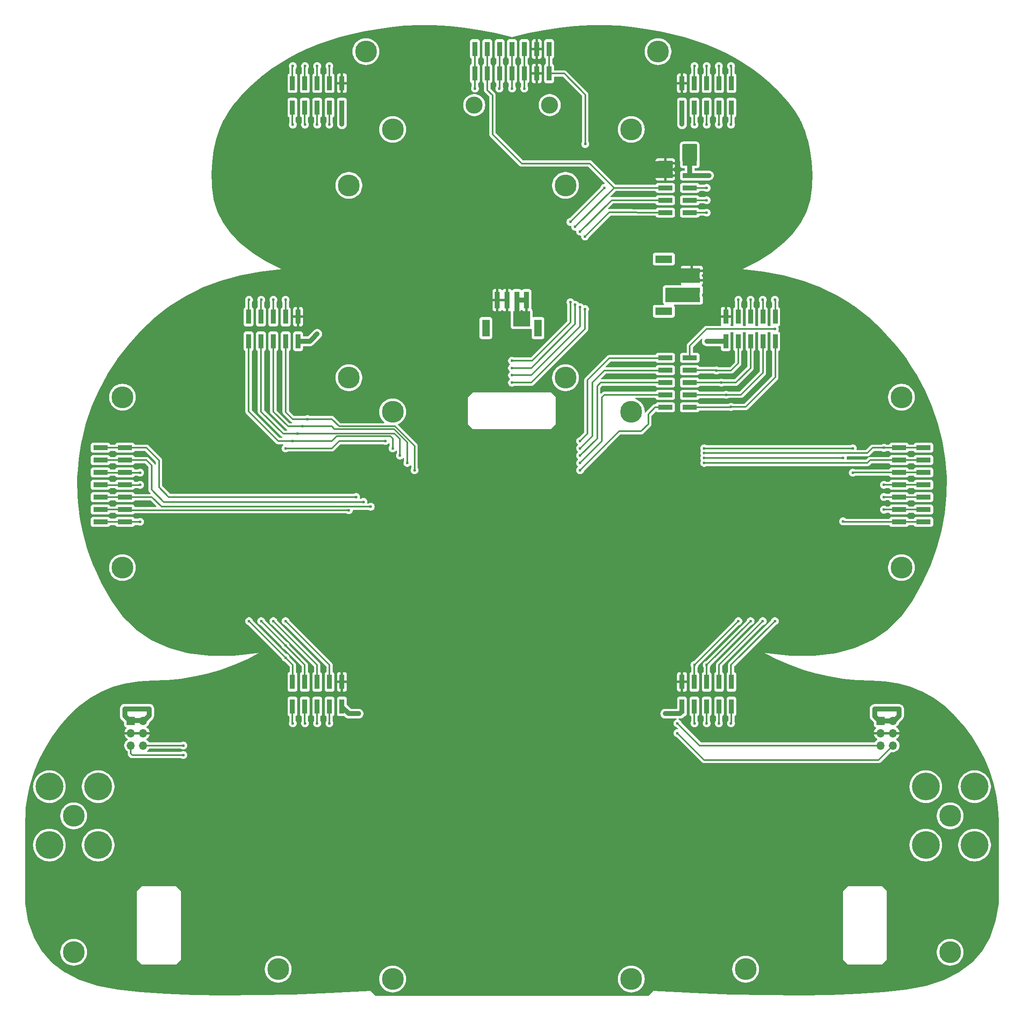
<source format=gtl>
G04 #@! TF.GenerationSoftware,KiCad,Pcbnew,9.0.2*
G04 #@! TF.CreationDate,2025-06-02T15:36:06+01:00*
G04 #@! TF.ProjectId,NB3_body,4e42335f-626f-4647-992e-6b696361645f,0.0.6*
G04 #@! TF.SameCoordinates,PX76bb820PYd4ab5c0*
G04 #@! TF.FileFunction,Copper,L1,Top*
G04 #@! TF.FilePolarity,Positive*
%FSLAX46Y46*%
G04 Gerber Fmt 4.6, Leading zero omitted, Abs format (unit mm)*
G04 Created by KiCad (PCBNEW 9.0.2) date 2025-06-02 15:36:06*
%MOMM*%
%LPD*%
G01*
G04 APERTURE LIST*
G04 #@! TA.AperFunction,WasherPad*
%ADD10C,5.700000*%
G04 #@! TD*
G04 #@! TA.AperFunction,WasherPad*
%ADD11C,4.500000*%
G04 #@! TD*
G04 #@! TA.AperFunction,SMDPad,CuDef*
%ADD12R,1.000000X3.000000*%
G04 #@! TD*
G04 #@! TA.AperFunction,ComponentPad*
%ADD13R,1.700000X1.700000*%
G04 #@! TD*
G04 #@! TA.AperFunction,ComponentPad*
%ADD14O,1.700000X1.700000*%
G04 #@! TD*
G04 #@! TA.AperFunction,SMDPad,CuDef*
%ADD15R,3.000000X1.000000*%
G04 #@! TD*
G04 #@! TA.AperFunction,WasherPad*
%ADD16C,3.500000*%
G04 #@! TD*
G04 #@! TA.AperFunction,SMDPad,CuDef*
%ADD17R,0.990600X3.505200*%
G04 #@! TD*
G04 #@! TA.AperFunction,SMDPad,CuDef*
%ADD18R,1.600200X3.505200*%
G04 #@! TD*
G04 #@! TA.AperFunction,SMDPad,CuDef*
%ADD19R,3.505200X0.990600*%
G04 #@! TD*
G04 #@! TA.AperFunction,SMDPad,CuDef*
%ADD20R,3.505200X1.600200*%
G04 #@! TD*
G04 #@! TA.AperFunction,ViaPad*
%ADD21C,0.600000*%
G04 #@! TD*
G04 #@! TA.AperFunction,Conductor*
%ADD22C,0.300000*%
G04 #@! TD*
G04 #@! TA.AperFunction,Conductor*
%ADD23C,1.000000*%
G04 #@! TD*
G04 APERTURE END LIST*
D10*
X95000000Y43000000D03*
D11*
X-90000000Y37000000D03*
X-24500000Y178000000D03*
X-24500000Y120000000D03*
X90000000Y9000000D03*
D12*
X-45080000Y187520000D03*
X-45080000Y182480000D03*
X-42540000Y187520000D03*
X-42540000Y182480000D03*
X-40000000Y187520000D03*
X-40000000Y182480000D03*
X-37460000Y187520000D03*
X-37460000Y182480000D03*
X-34920000Y187520000D03*
X-34920000Y182480000D03*
X34920000Y187520000D03*
X34920000Y182480000D03*
X37460000Y187520000D03*
X37460000Y182480000D03*
X40000000Y187520000D03*
X40000000Y182480000D03*
X42540000Y187520000D03*
X42540000Y182480000D03*
X45080000Y187520000D03*
X45080000Y182480000D03*
D13*
X-78275000Y56525000D03*
D14*
X-75735000Y56525000D03*
X-78275000Y53985000D03*
X-75735000Y53985000D03*
X-78275000Y51445000D03*
X-75735000Y51445000D03*
D13*
X75710000Y56540000D03*
D14*
X78250000Y56540000D03*
X75710000Y54000000D03*
X78250000Y54000000D03*
X75710000Y51460000D03*
X78250000Y51460000D03*
D11*
X-90000000Y9000000D03*
X24500000Y178000000D03*
X80000000Y123000000D03*
D12*
X43920000Y139520000D03*
X43920000Y134480000D03*
X46460000Y139520000D03*
X46460000Y134480000D03*
X49000000Y139520000D03*
X49000000Y134480000D03*
X51540000Y139520000D03*
X51540000Y134480000D03*
X54080000Y139520000D03*
X54080000Y134480000D03*
D11*
X24500000Y120000000D03*
X11000000Y166500000D03*
D15*
X-79480000Y112620000D03*
X-84520000Y112620000D03*
X-79480000Y110080000D03*
X-84520000Y110080000D03*
X-79480000Y107540000D03*
X-84520000Y107540000D03*
X-79480000Y105000000D03*
X-84520000Y105000000D03*
X-79480000Y102460000D03*
X-84520000Y102460000D03*
X-79480000Y99920000D03*
X-84520000Y99920000D03*
X-79480000Y97380000D03*
X-84520000Y97380000D03*
D10*
X-95000000Y31000000D03*
D11*
X-24500000Y3500000D03*
X24500000Y3500000D03*
D10*
X-95000000Y43000000D03*
D16*
X-7750000Y183000000D03*
D11*
X-30000000Y194000000D03*
X80000000Y88000000D03*
D10*
X95000000Y31000000D03*
D11*
X-33500000Y127000000D03*
X11000000Y127000000D03*
X90000000Y37000000D03*
D10*
X-85000000Y43000000D03*
D11*
X-80000000Y123000000D03*
X-33500000Y166500000D03*
X48000000Y5500000D03*
D17*
X-3000000Y142944701D03*
X-1000002Y142944701D03*
X999999Y142944701D03*
X2999998Y142944701D03*
D18*
X5349998Y137194699D03*
X-5350001Y137194699D03*
D12*
X-7620000Y194520000D03*
X-7620000Y189480000D03*
X-5080000Y194520000D03*
X-5080000Y189480000D03*
X-2540000Y194520000D03*
X-2540000Y189480000D03*
X0Y194520000D03*
X0Y189480000D03*
X2540000Y194520000D03*
X2540000Y189480000D03*
X5080000Y194520000D03*
X5080000Y189480000D03*
X7620000Y194520000D03*
X7620000Y189480000D03*
D11*
X-48000000Y5500000D03*
D15*
X36520000Y131080000D03*
X31480000Y131080000D03*
X36520000Y128540000D03*
X31480000Y128540000D03*
X36520000Y126000000D03*
X31480000Y126000000D03*
X36520000Y123460000D03*
X31480000Y123460000D03*
X36520000Y120920000D03*
X31480000Y120920000D03*
D12*
X-54080000Y139520000D03*
X-54080000Y134480000D03*
X-51540000Y139520000D03*
X-51540000Y134480000D03*
X-49000000Y139520000D03*
X-49000000Y134480000D03*
X-46460000Y139520000D03*
X-46460000Y134480000D03*
X-43920000Y139520000D03*
X-43920000Y134480000D03*
X-45080000Y64520000D03*
X-45080000Y59480000D03*
X-42540000Y64520000D03*
X-42540000Y59480000D03*
X-40000000Y64520000D03*
X-40000000Y59480000D03*
X-37460000Y64520000D03*
X-37460000Y59480000D03*
X-34920000Y64520000D03*
X-34920000Y59480000D03*
D11*
X30000000Y194000000D03*
D16*
X7750000Y183000000D03*
D10*
X85000000Y43000000D03*
X-85000000Y31000000D03*
X85000000Y31000000D03*
D19*
X36944701Y149000000D03*
X36944701Y147000002D03*
X36944701Y145000001D03*
X36944701Y143000002D03*
D20*
X31194699Y140650002D03*
X31194699Y151350001D03*
D15*
X84520000Y112620000D03*
X79480000Y112620000D03*
X84520000Y110080000D03*
X79480000Y110080000D03*
X84520000Y107540000D03*
X79480000Y107540000D03*
X84520000Y105000000D03*
X79480000Y105000000D03*
X84520000Y102460000D03*
X79480000Y102460000D03*
X84520000Y99920000D03*
X79480000Y99920000D03*
X84520000Y97380000D03*
X79480000Y97380000D03*
X36520000Y171080000D03*
X31480000Y171080000D03*
X36520000Y168540000D03*
X31480000Y168540000D03*
X36520000Y166000000D03*
X31480000Y166000000D03*
X36520000Y163460000D03*
X31480000Y163460000D03*
X36520000Y160920000D03*
X31480000Y160920000D03*
D11*
X-80000000Y88000000D03*
D12*
X34920000Y64520000D03*
X34920000Y59480000D03*
X37460000Y64520000D03*
X37460000Y59480000D03*
X40000000Y64520000D03*
X40000000Y59480000D03*
X42540000Y64520000D03*
X42540000Y59480000D03*
X45080000Y64520000D03*
X45080000Y59480000D03*
D21*
X-54000000Y77000000D03*
X-45000000Y191000000D03*
X-46500000Y69500000D03*
X-54000000Y143000000D03*
X-67500000Y49500000D03*
X-42500000Y191000000D03*
X-67500000Y51450000D03*
X-51500000Y77000000D03*
X-51500000Y143000000D03*
X-46500000Y72000000D03*
X-49000000Y77000000D03*
X-40000000Y191000000D03*
X-49000000Y143000000D03*
X14000000Y114000000D03*
X-37500000Y191000000D03*
X-26000000Y114000000D03*
X-46500000Y77000000D03*
X-46500000Y143000000D03*
X-46500000Y112500000D03*
X-20000000Y108000000D03*
X-37500000Y56000000D03*
X14000000Y108000000D03*
X-42000000Y118500000D03*
X-37500000Y179000000D03*
X-43000000Y117000000D03*
X14000000Y109500000D03*
X-40000000Y179000000D03*
X-21500000Y109500000D03*
X-40000000Y56000000D03*
X-42500000Y179000000D03*
X-42500000Y56000000D03*
X14000000Y111000000D03*
X-23000000Y111000000D03*
X-44000000Y115500000D03*
X-45000000Y114000000D03*
X14000000Y112500000D03*
X-45000000Y179000000D03*
X-45000000Y56000000D03*
X-24500000Y112500000D03*
X-76380000Y107500000D03*
X-35000000Y179000000D03*
X-40000000Y136000000D03*
X-77000000Y59000000D03*
X2000000Y140000000D03*
X34920000Y179920000D03*
X35500000Y174500000D03*
X-34920000Y180080000D03*
X39540000Y168540000D03*
X3000000Y138500000D03*
X76400000Y102500000D03*
X35000000Y179000000D03*
X40000Y186400000D03*
X32480000Y58000000D03*
X79500000Y58960000D03*
X-79500000Y59000000D03*
X37500000Y174500000D03*
X-76380000Y105000000D03*
X-40500000Y135500000D03*
X1000000Y140000000D03*
X-31500000Y58000000D03*
X40500000Y168500000D03*
X-74500000Y59000000D03*
X34000000Y143000000D03*
X40980000Y134480000D03*
X32500000Y143000000D03*
X34000000Y145000000D03*
X74500000Y58960000D03*
X2000000Y138500000D03*
X32500000Y145000000D03*
X3000000Y140000000D03*
X34000000Y144000000D03*
X-76380000Y97400000D03*
X36500000Y173500000D03*
X77000000Y58960000D03*
X40000000Y134500000D03*
X2540000Y186400000D03*
X76400000Y105000000D03*
X1000000Y138500000D03*
X31500000Y58000000D03*
X-32500000Y58000000D03*
X32500000Y144000000D03*
X34000000Y56000000D03*
X46500000Y77000000D03*
X46500000Y143000000D03*
X37500000Y191000000D03*
X37500000Y68000000D03*
X49000000Y77000000D03*
X40000000Y68000000D03*
X34000000Y54000000D03*
X49000000Y143000000D03*
X40000000Y191000000D03*
X51500000Y77000000D03*
X51500000Y143000000D03*
X42500000Y191000000D03*
X54000000Y143000000D03*
X45000000Y191000000D03*
X54000000Y137000000D03*
X54000000Y77000000D03*
X45000000Y179000000D03*
X45000000Y56000000D03*
X45000000Y121000000D03*
X42500000Y56000000D03*
X44000000Y123500000D03*
X42500000Y179000000D03*
X40000000Y56000000D03*
X43000000Y126000000D03*
X40000000Y179000000D03*
X37500000Y56000000D03*
X37500000Y179000000D03*
X42000000Y128500000D03*
X68000000Y97500000D03*
X68000000Y110500000D03*
X0Y129000000D03*
X13000000Y142000000D03*
X39500000Y110500000D03*
X13000000Y158000000D03*
X-32000000Y102500000D03*
X39500000Y111500000D03*
X14000000Y141500000D03*
X76400000Y99900000D03*
X-30500000Y101500000D03*
X0Y127500000D03*
X76400000Y112600000D03*
X14000000Y157000000D03*
X70000000Y107500000D03*
X15000000Y156000000D03*
X0Y126000000D03*
X15000000Y141100000D03*
X-29000000Y100500000D03*
X39500000Y112500000D03*
X70000000Y112500000D03*
X40000000Y166000000D03*
X39500000Y109500000D03*
X0Y130500000D03*
X12000000Y159000000D03*
X-33500000Y99800000D03*
X-2600000Y186400000D03*
X12000000Y142500000D03*
X19000000Y166000000D03*
X15050000Y175000000D03*
X40000000Y163450000D03*
X-7600000Y186400000D03*
X40000000Y160900000D03*
D22*
X-45080000Y190920000D02*
X-45000000Y191000000D01*
X-78275000Y49775000D02*
X-78000000Y49500000D01*
X-78275000Y51445000D02*
X-78275000Y49775000D01*
X-45000000Y64600000D02*
X-45080000Y64520000D01*
X-67500000Y49500000D02*
X-78000000Y49500000D01*
X-45000000Y68000000D02*
X-45000000Y64600000D01*
X-47500000Y70500000D02*
X-45000000Y68000000D01*
X-45080000Y187520000D02*
X-45080000Y190920000D01*
X-54080000Y142920000D02*
X-54080000Y139520000D01*
X-54000000Y143000000D02*
X-54080000Y142920000D01*
X-54000000Y77000000D02*
X-47500000Y70500000D01*
X-42540000Y187520000D02*
X-42540000Y190960000D01*
X-42540000Y68040000D02*
X-42540000Y64520000D01*
X-47500000Y73000000D02*
X-42540000Y68040000D01*
X-51540000Y142960000D02*
X-51540000Y139520000D01*
X-67500000Y51450000D02*
X-67505000Y51445000D01*
X-51500000Y77000000D02*
X-47500000Y73000000D01*
X-51500000Y143000000D02*
X-51540000Y142960000D01*
X-42540000Y190960000D02*
X-42500000Y191000000D01*
X-67505000Y51445000D02*
X-75735000Y51445000D01*
X-49000000Y77000000D02*
X-40000000Y68000000D01*
X-40000000Y68000000D02*
X-40000000Y64520000D01*
X-49000000Y143000000D02*
X-49000000Y139520000D01*
X-40000000Y187520000D02*
X-40000000Y191000000D01*
X-37500000Y68000000D02*
X-37460000Y67960000D01*
X-37460000Y190960000D02*
X-37500000Y191000000D01*
X-46500000Y143000000D02*
X-46460000Y142960000D01*
X-46460000Y142960000D02*
X-46460000Y139520000D01*
X-37460000Y187520000D02*
X-37460000Y190960000D01*
X15500000Y126500000D02*
X15500000Y115500000D01*
X-46500000Y77000000D02*
X-37500000Y68000000D01*
X-35500000Y114000000D02*
X-37000000Y112500000D01*
X20000000Y131000000D02*
X15500000Y126500000D01*
X-46500000Y112500000D02*
X-37000000Y112500000D01*
X15500000Y115500000D02*
X14000000Y114000000D01*
X-26000000Y114000000D02*
X-35500000Y114000000D01*
X31400000Y131000000D02*
X31480000Y131080000D01*
X31400000Y131000000D02*
X20000000Y131000000D01*
X-37460000Y67960000D02*
X-37460000Y64520000D01*
X-35500000Y117000000D02*
X-37000000Y118500000D01*
X-24000000Y117000000D02*
X-35500000Y117000000D01*
X28000000Y117500000D02*
X26500000Y116000000D01*
X-46460000Y119960000D02*
X-45000000Y118500000D01*
X28000000Y119500000D02*
X28000000Y117500000D01*
X31480000Y120920000D02*
X29420000Y120920000D01*
X-37500000Y56000000D02*
X-37460000Y56040000D01*
X-20000000Y108000000D02*
X-20000000Y113000000D01*
X-37460000Y56040000D02*
X-37460000Y59480000D01*
X-20000000Y113000000D02*
X-24000000Y117000000D01*
X-37460000Y179040000D02*
X-37500000Y179000000D01*
X-42000000Y118500000D02*
X-37000000Y118500000D01*
X26500000Y116000000D02*
X22000000Y116000000D01*
X-37460000Y182480000D02*
X-37460000Y179040000D01*
X22000000Y116000000D02*
X14000000Y108000000D01*
X-46460000Y134480000D02*
X-46460000Y119960000D01*
X29420000Y120920000D02*
X28000000Y119500000D01*
X-45000000Y118500000D02*
X-42000000Y118500000D01*
X18500000Y123000000D02*
X18500000Y114000000D01*
X-40000000Y56000000D02*
X-40000000Y59480000D01*
X-40000000Y182480000D02*
X-40000000Y179000000D01*
X-43000000Y117000000D02*
X-37000000Y117000000D01*
X-21500000Y113722182D02*
X-24227818Y116450000D01*
X-49000000Y134480000D02*
X-49000000Y120000000D01*
X19000000Y123500000D02*
X18500000Y123000000D01*
X18500000Y114000000D02*
X14000000Y109500000D01*
X-24227818Y116450000D02*
X-36450000Y116450000D01*
X31440000Y123500000D02*
X19000000Y123500000D01*
X31480000Y123460000D02*
X31440000Y123500000D01*
X-21500000Y109500000D02*
X-21500000Y113722182D01*
X-46000000Y117000000D02*
X-43000000Y117000000D01*
X-36450000Y116450000D02*
X-37000000Y117000000D01*
X-49000000Y120000000D02*
X-46000000Y117000000D01*
X-42540000Y56040000D02*
X-42540000Y59480000D01*
X-43950000Y115550000D02*
X-37050000Y115550000D01*
X-42540000Y179040000D02*
X-42500000Y179000000D01*
X-23000000Y114444364D02*
X-24105636Y115550000D01*
X-51540000Y120040000D02*
X-47000000Y115500000D01*
X-42540000Y182480000D02*
X-42540000Y179040000D01*
X-24105636Y115550000D02*
X-36950000Y115550000D01*
X-51540000Y134480000D02*
X-51540000Y120040000D01*
X17500000Y125250000D02*
X17500000Y114500000D01*
X-23000000Y111000000D02*
X-23000000Y114444364D01*
X17500000Y114500000D02*
X14000000Y111000000D01*
X-42500000Y56000000D02*
X-42540000Y56040000D01*
X18250000Y126000000D02*
X17500000Y125250000D01*
X-44000000Y115500000D02*
X-43950000Y115550000D01*
X-47000000Y115500000D02*
X-44000000Y115500000D01*
X31480000Y126000000D02*
X18250000Y126000000D01*
X19000000Y128500000D02*
X16500000Y126000000D01*
X-45000000Y56000000D02*
X-45080000Y56080000D01*
X-25000000Y115000000D02*
X-36000000Y115000000D01*
X-24500000Y112500000D02*
X-24500000Y114500000D01*
X-48000000Y114000000D02*
X-45000000Y114000000D01*
X-37000000Y114000000D02*
X-45000000Y114000000D01*
X-45080000Y56080000D02*
X-45080000Y59480000D01*
X-54080000Y120080000D02*
X-48000000Y114000000D01*
X16500000Y115000000D02*
X14000000Y112500000D01*
X-36000000Y115000000D02*
X-37000000Y114000000D01*
X31440000Y128500000D02*
X31480000Y128540000D01*
X-54080000Y134480000D02*
X-54080000Y120080000D01*
X16500000Y126000000D02*
X16500000Y115000000D01*
X-45080000Y182480000D02*
X-45080000Y179080000D01*
X31440000Y128500000D02*
X19000000Y128500000D01*
X-45080000Y179080000D02*
X-45000000Y179000000D01*
X-24500000Y114500000D02*
X-25000000Y115000000D01*
D23*
X34000000Y145000000D02*
X34000000Y144000000D01*
D22*
X74475000Y58935000D02*
X74500000Y58960000D01*
X-79460000Y97400000D02*
X-84500000Y97400000D01*
D23*
X-34920000Y182480000D02*
X-34920000Y180080000D01*
D22*
X-79460000Y107500000D02*
X-76380000Y107500000D01*
D23*
X78500000Y56540000D02*
X79500000Y57540000D01*
X-78580000Y56580000D02*
X-78040000Y56580000D01*
X-41000000Y135000000D02*
X-41520000Y134480000D01*
X-78040000Y56580000D02*
X-75500000Y56580000D01*
X77000000Y58960000D02*
X79500000Y58960000D01*
D22*
X-34920000Y179080000D02*
X-35000000Y179000000D01*
D23*
X-33500000Y58000000D02*
X-31500000Y58000000D01*
D22*
X-79460000Y107500000D02*
X-84500000Y107500000D01*
D23*
X999999Y140000001D02*
X1000000Y140000000D01*
X1000000Y140000000D02*
X2000000Y140000000D01*
D22*
X76400000Y102500000D02*
X79480000Y102500000D01*
X2540000Y189480000D02*
X2540000Y194520000D01*
D23*
X34920000Y179920000D02*
X34920000Y179080000D01*
X-75500000Y56580000D02*
X-74500000Y57580000D01*
X39540000Y168540000D02*
X40460000Y168540000D01*
D22*
X40460000Y168540000D02*
X40500000Y168500000D01*
D23*
X78500000Y56540000D02*
X79420000Y57460000D01*
X36944701Y145000001D02*
X34000000Y145000000D01*
X2000000Y140000000D02*
X3000000Y140000000D01*
X74500000Y58960000D02*
X74500000Y57460000D01*
X34920000Y59480000D02*
X34920000Y58420000D01*
X-40000000Y136000000D02*
X-41000000Y135000000D01*
D22*
X79525000Y58935000D02*
X79500000Y58960000D01*
X2540000Y189480000D02*
X2540000Y186400000D01*
X76400000Y105000000D02*
X79480000Y105000000D01*
D23*
X-34920000Y180080000D02*
X-34920000Y179080000D01*
D22*
X40020000Y134480000D02*
X40000000Y134500000D01*
X0Y189480000D02*
X0Y194520000D01*
D23*
X-79500000Y59000000D02*
X-79500000Y57500000D01*
D22*
X0Y189480000D02*
X0Y186440000D01*
X-79460000Y104960000D02*
X-84500000Y104960000D01*
D23*
X36944701Y145000001D02*
X36944701Y143000002D01*
X-74500000Y57580000D02*
X-74500000Y59000000D01*
X79500000Y57540000D02*
X79500000Y58960000D01*
X999999Y142944701D02*
X2999998Y142944701D01*
D22*
X34920000Y179080000D02*
X35000000Y179000000D01*
D23*
X-79500000Y57500000D02*
X-78580000Y56580000D01*
D22*
X36520000Y173480000D02*
X36500000Y173500000D01*
D23*
X-41520000Y134480000D02*
X-43920000Y134480000D01*
X-75500000Y56580000D02*
X-74580000Y57500000D01*
X34920000Y182480000D02*
X34920000Y179920000D01*
X-34920000Y59480000D02*
X-34920000Y59420000D01*
X36520000Y168540000D02*
X39540000Y168540000D01*
X-34920000Y59420000D02*
X-33500000Y58000000D01*
X34500000Y58000000D02*
X34920000Y58420000D01*
D22*
X34000000Y143000000D02*
X34000002Y143000002D01*
D23*
X34500000Y58000000D02*
X31500000Y58000000D01*
D22*
X79480000Y102460000D02*
X84520000Y102460000D01*
D23*
X75420000Y56540000D02*
X75960000Y56540000D01*
D22*
X-79525000Y58975000D02*
X-79500000Y59000000D01*
D23*
X36520000Y171080000D02*
X36520000Y168540000D01*
D22*
X-79460000Y104960000D02*
X-76420000Y104960000D01*
X79480000Y105000000D02*
X84520000Y105000000D01*
D23*
X34000000Y144000000D02*
X34000000Y143000000D01*
D22*
X-74475000Y58975000D02*
X-74500000Y59000000D01*
D23*
X40980000Y134480000D02*
X40020000Y134480000D01*
X43920000Y134480000D02*
X40980000Y134480000D01*
X-79500000Y59000000D02*
X-77000000Y59000000D01*
X999999Y142944701D02*
X999999Y140000001D01*
X36520000Y171080000D02*
X36520000Y173480000D01*
X74500000Y57460000D02*
X75420000Y56540000D01*
X34000002Y143000002D02*
X36944701Y143000002D01*
X75960000Y56540000D02*
X78500000Y56540000D01*
X-77000000Y59000000D02*
X-74500000Y59000000D01*
D22*
X-79460000Y97400000D02*
X-76380000Y97400000D01*
D23*
X74500000Y58960000D02*
X77000000Y58960000D01*
D22*
X37460000Y187520000D02*
X37460000Y190960000D01*
X46460000Y142960000D02*
X46460000Y139520000D01*
X34000000Y56000000D02*
X38540000Y51460000D01*
X38540000Y51460000D02*
X75710000Y51460000D01*
X37460000Y190960000D02*
X37500000Y191000000D01*
X46500000Y143000000D02*
X46460000Y142960000D01*
X37460000Y67960000D02*
X37460000Y64520000D01*
X46500000Y77000000D02*
X37500000Y68000000D01*
X37460000Y67960000D02*
X37500000Y68000000D01*
X49000000Y143000000D02*
X49000000Y139520000D01*
X34000000Y54000000D02*
X39500000Y48500000D01*
X40000000Y68000000D02*
X40000000Y64520000D01*
X75290000Y48500000D02*
X78250000Y51460000D01*
X40000000Y187520000D02*
X40000000Y191000000D01*
X49000000Y77000000D02*
X40000000Y68000000D01*
X39500000Y48500000D02*
X75290000Y48500000D01*
X42540000Y187520000D02*
X42540000Y190960000D01*
X51500000Y143000000D02*
X51540000Y142960000D01*
X42540000Y68040000D02*
X42540000Y64520000D01*
X51500000Y77000000D02*
X42540000Y68040000D01*
X42540000Y190960000D02*
X42500000Y191000000D01*
X51540000Y142960000D02*
X51540000Y139520000D01*
X54000000Y143000000D02*
X54080000Y142920000D01*
X54000000Y77000000D02*
X45000000Y68000000D01*
X45080000Y187520000D02*
X45080000Y190920000D01*
X45080000Y190920000D02*
X45000000Y191000000D01*
X36520000Y133520000D02*
X36520000Y131080000D01*
X54080000Y142920000D02*
X54080000Y139520000D01*
X54000000Y137000000D02*
X40000000Y137000000D01*
X40000000Y137000000D02*
X36520000Y133520000D01*
X45000000Y64600000D02*
X45080000Y64520000D01*
X45000000Y68000000D02*
X45000000Y64600000D01*
X48000000Y121000000D02*
X54080000Y127080000D01*
X54080000Y127080000D02*
X54080000Y134480000D01*
X45000000Y121000000D02*
X44920000Y120920000D01*
X44920000Y120920000D02*
X36520000Y120920000D01*
X45000000Y56000000D02*
X45080000Y56080000D01*
X45000000Y121000000D02*
X48000000Y121000000D01*
X45080000Y179080000D02*
X45000000Y179000000D01*
X45080000Y56080000D02*
X45080000Y59480000D01*
X45080000Y182480000D02*
X45080000Y179080000D01*
X43960000Y123460000D02*
X36520000Y123460000D01*
X42540000Y182480000D02*
X42540000Y179040000D01*
X44000000Y123500000D02*
X47000000Y123500000D01*
X42540000Y56040000D02*
X42540000Y59480000D01*
X42540000Y179040000D02*
X42500000Y179000000D01*
X44000000Y123500000D02*
X43960000Y123460000D01*
X42500000Y56000000D02*
X42540000Y56040000D01*
X47000000Y123500000D02*
X51540000Y128040000D01*
X51540000Y128040000D02*
X51540000Y134480000D01*
X49000000Y129000000D02*
X49000000Y134480000D01*
X46000000Y126000000D02*
X49000000Y129000000D01*
X40000000Y182480000D02*
X40000000Y179000000D01*
X43000000Y126000000D02*
X46000000Y126000000D01*
X40000000Y56000000D02*
X40000000Y59480000D01*
X43000000Y126000000D02*
X36520000Y126000000D01*
X37500000Y56000000D02*
X37460000Y56040000D01*
X37460000Y56040000D02*
X37460000Y59480000D01*
X46460000Y129960000D02*
X46460000Y134480000D01*
X41960000Y128540000D02*
X36520000Y128540000D01*
X37460000Y179040000D02*
X37500000Y179000000D01*
X42000000Y128500000D02*
X41960000Y128540000D01*
X42000000Y128500000D02*
X45000000Y128500000D01*
X45000000Y128500000D02*
X46460000Y129960000D01*
X37460000Y182480000D02*
X37460000Y179040000D01*
X-84520000Y112620000D02*
X-79480000Y112620000D01*
X-4000000Y177000000D02*
X2000000Y171000000D01*
X-70500000Y102500000D02*
X-72500000Y104500000D01*
X79480000Y97380000D02*
X84520000Y97380000D01*
X4000000Y129000000D02*
X0Y129000000D01*
X21000000Y166000000D02*
X13000000Y158000000D01*
X-75120000Y112620000D02*
X-79480000Y112620000D01*
X-4000000Y185000000D02*
X-4000000Y177000000D01*
X13000000Y142000000D02*
X13000000Y138000000D01*
X16000000Y171000000D02*
X21000000Y166000000D01*
X2000000Y171000000D02*
X16000000Y171000000D01*
X-5080000Y186080000D02*
X-4000000Y185000000D01*
X-5080000Y194520000D02*
X-5080000Y189480000D01*
X68120000Y97380000D02*
X79480000Y97380000D01*
X-72500000Y104500000D02*
X-72500000Y110000000D01*
X-32000000Y102500000D02*
X-70500000Y102500000D01*
X-5080000Y189480000D02*
X-5080000Y186080000D01*
X68000000Y97500000D02*
X68120000Y97380000D01*
X31480000Y166000000D02*
X21000000Y166000000D01*
X39500000Y110500000D02*
X68000000Y110500000D01*
X13000000Y138000000D02*
X4000000Y129000000D01*
X-72500000Y110000000D02*
X-75120000Y112620000D01*
X74100000Y112600000D02*
X76400000Y112600000D01*
X39500000Y111500000D02*
X73000000Y111500000D01*
X76400000Y99900000D02*
X76420000Y99920000D01*
X-74000000Y109000000D02*
X-75080000Y110080000D01*
X4000000Y127500000D02*
X0Y127500000D01*
X76420000Y99920000D02*
X79480000Y99920000D01*
X76380000Y99920000D02*
X76400000Y99900000D01*
X79480000Y99920000D02*
X84520000Y99920000D01*
X-84520000Y110080000D02*
X-79480000Y110080000D01*
X20460000Y163460000D02*
X14000000Y157000000D01*
X-71500000Y101500000D02*
X-74000000Y104000000D01*
X-75080000Y110080000D02*
X-79480000Y110080000D01*
X-30500000Y101500000D02*
X-71500000Y101500000D01*
X14000000Y141500000D02*
X14000000Y137500000D01*
X79480000Y112620000D02*
X84520000Y112620000D01*
X76400000Y112600000D02*
X76420000Y112620000D01*
X76420000Y112620000D02*
X79480000Y112620000D01*
X31480000Y163460000D02*
X20460000Y163460000D01*
X73000000Y111500000D02*
X74100000Y112600000D01*
X-74000000Y104000000D02*
X-74000000Y109000000D01*
X14000000Y137500000D02*
X4000000Y127500000D01*
X79480000Y107540000D02*
X84520000Y107540000D01*
X4000000Y126000000D02*
X0Y126000000D01*
X-72000000Y100500000D02*
X-73960000Y102460000D01*
X15000000Y141000000D02*
X15000000Y141000000D01*
X15000000Y141100000D02*
X15000000Y137000000D01*
X20000000Y161000000D02*
X15000000Y156000000D01*
X15000000Y137000000D02*
X4000000Y126000000D01*
X-84520000Y102460000D02*
X-79480000Y102460000D01*
X-73960000Y102460000D02*
X-79480000Y102460000D01*
X70000000Y107500000D02*
X70040000Y107540000D01*
X70040000Y107540000D02*
X79480000Y107540000D01*
X31480000Y160920000D02*
X20000000Y161000000D01*
X-29000000Y100500000D02*
X-72000000Y100500000D01*
X39500000Y112500000D02*
X70000000Y112500000D01*
X19000000Y166000000D02*
X12000000Y159000000D01*
X-84520000Y99920000D02*
X-79480000Y99920000D01*
X79480000Y110080000D02*
X84520000Y110080000D01*
X36520000Y166000000D02*
X40000000Y166000000D01*
X12000000Y138375000D02*
X4125000Y130500000D01*
X-2540000Y186460000D02*
X-2540000Y189480000D01*
X-2540000Y194520000D02*
X-2540000Y189480000D01*
X-79360000Y99800000D02*
X-33500000Y99800000D01*
X73580000Y110080000D02*
X79480000Y110080000D01*
X4125000Y130500000D02*
X0Y130500000D01*
X73000000Y109500000D02*
X73580000Y110080000D01*
X-79480000Y99920000D02*
X-79360000Y99800000D01*
X39500000Y109500000D02*
X73000000Y109500000D01*
X-2600000Y186400000D02*
X-2540000Y186460000D01*
X12000000Y142500000D02*
X12000000Y138375000D01*
X39940000Y163460000D02*
X40000000Y163400000D01*
X15050000Y175000000D02*
X15050000Y185150000D01*
X10720000Y189480000D02*
X7620000Y189480000D01*
X15050000Y185150000D02*
X10720000Y189480000D01*
X7620000Y194520000D02*
X7620000Y189480000D01*
X36520000Y163460000D02*
X39940000Y163460000D01*
X-7600000Y186400000D02*
X-7620000Y186420000D01*
X-7620000Y186420000D02*
X-7620000Y189480000D01*
X-7620000Y194520000D02*
X-7620000Y189480000D01*
X-7600000Y189460000D02*
X-7620000Y189480000D01*
X36520000Y160920000D02*
X39980000Y160920000D01*
G04 #@! TA.AperFunction,Conductor*
G36*
X38500000Y146500000D02*
G01*
X32500000Y146500000D01*
X32500000Y149500000D01*
X38500000Y149500000D01*
X38500000Y146500000D01*
G37*
G04 #@! TD.AperFunction*
G04 #@! TA.AperFunction,Conductor*
G36*
X37942121Y174979998D02*
G01*
X37988614Y174926342D01*
X38000000Y174874000D01*
X38000000Y171626000D01*
X37979998Y171557879D01*
X37926342Y171511386D01*
X37874000Y171500000D01*
X35126000Y171500000D01*
X35057879Y171520002D01*
X35011386Y171573658D01*
X35000000Y171626000D01*
X35000000Y174874000D01*
X35020002Y174942121D01*
X35073658Y174988614D01*
X35126000Y175000000D01*
X37874000Y175000000D01*
X37942121Y174979998D01*
G37*
G04 #@! TD.AperFunction*
G04 #@! TA.AperFunction,Conductor*
G36*
X2999998Y142944701D02*
G01*
X3125998Y142944701D01*
X3193037Y142925016D01*
X3238792Y142872212D01*
X3249998Y142820701D01*
X3249998Y140692101D01*
X3543126Y140692101D01*
X3543142Y140692102D01*
X3610385Y140699332D01*
X3610682Y140696566D01*
X3667227Y140693547D01*
X3723908Y140652693D01*
X3749504Y140587681D01*
X3750000Y140576601D01*
X3750000Y137624000D01*
X3730315Y137556961D01*
X3677511Y137511206D01*
X3626000Y137500000D01*
X374000Y137500000D01*
X306961Y137519685D01*
X261206Y137572489D01*
X250000Y137624000D01*
X250000Y140576600D01*
X269685Y140643639D01*
X322489Y140689394D01*
X389580Y140699041D01*
X389612Y140699332D01*
X390752Y140699210D01*
X391647Y140699338D01*
X394380Y140698820D01*
X456854Y140692102D01*
X456871Y140692101D01*
X749999Y140692101D01*
X1249999Y140692101D01*
X1543127Y140692101D01*
X1543143Y140692102D01*
X1602671Y140698503D01*
X1602678Y140698505D01*
X1737385Y140748747D01*
X1737392Y140748751D01*
X1852485Y140834910D01*
X1900731Y140899358D01*
X1956665Y140941229D01*
X2026356Y140946213D01*
X2087679Y140912728D01*
X2099264Y140899358D01*
X2147507Y140834914D01*
X2147510Y140834911D01*
X2262604Y140748751D01*
X2262611Y140748747D01*
X2397318Y140698505D01*
X2397325Y140698503D01*
X2456853Y140692102D01*
X2456870Y140692101D01*
X2749998Y140692101D01*
X2749998Y142694701D01*
X1249999Y142694701D01*
X1249999Y140692101D01*
X749999Y140692101D01*
X749999Y142820701D01*
X769684Y142887740D01*
X822488Y142933495D01*
X873999Y142944701D01*
X999999Y142944701D01*
X999999Y143000000D01*
X2999998Y143000000D01*
X2999998Y142944701D01*
G37*
G04 #@! TD.AperFunction*
G04 #@! TA.AperFunction,Conductor*
G36*
X33000000Y168000000D02*
G01*
X28000000Y168000000D01*
X28000000Y171500000D01*
X33000000Y171500000D01*
X33000000Y168000000D01*
G37*
G04 #@! TD.AperFunction*
G04 #@! TA.AperFunction,Conductor*
G36*
X77784075Y54192993D02*
G01*
X77750000Y54065826D01*
X77750000Y53934174D01*
X77784075Y53807007D01*
X77819297Y53746000D01*
X76140703Y53746000D01*
X76175925Y53807007D01*
X76210000Y53934174D01*
X76210000Y54065826D01*
X76175925Y54192993D01*
X76140703Y54254000D01*
X77819297Y54254000D01*
X77784075Y54192993D01*
G37*
G04 #@! TD.AperFunction*
G04 #@! TA.AperFunction,Conductor*
G36*
X-76200925Y54177993D02*
G01*
X-76235000Y54050826D01*
X-76235000Y53919174D01*
X-76200925Y53792007D01*
X-76165703Y53731000D01*
X-77844297Y53731000D01*
X-77809075Y53792007D01*
X-77775000Y53919174D01*
X-77775000Y54050826D01*
X-77809075Y54177993D01*
X-77844297Y54239000D01*
X-76165703Y54239000D01*
X-76200925Y54177993D01*
G37*
G04 #@! TD.AperFunction*
G04 #@! TA.AperFunction,Conductor*
G36*
X19146241Y199448591D02*
G01*
X22086256Y199309258D01*
X22093157Y199308739D01*
X24964404Y199012729D01*
X24969849Y199012046D01*
X27749939Y198600868D01*
X27753943Y198600208D01*
X30302718Y198136719D01*
X30418678Y198115632D01*
X30423076Y198114751D01*
X32971481Y197556967D01*
X32976133Y197555855D01*
X35408295Y196924886D01*
X35413267Y196923486D01*
X37729130Y196219396D01*
X37734438Y196217652D01*
X39934029Y195440490D01*
X39939616Y195438364D01*
X42022917Y194588205D01*
X42028817Y194585619D01*
X43996112Y193662408D01*
X44001878Y193659518D01*
X45874264Y192659968D01*
X45879737Y192656867D01*
X47130427Y191906384D01*
X47678008Y191577805D01*
X47683452Y191574346D01*
X49407506Y190415850D01*
X49412852Y190412053D01*
X49620168Y190256500D01*
X51062784Y189174078D01*
X51067939Y189169994D01*
X52630957Y187863246D01*
X52643739Y187852560D01*
X52648739Y187848149D01*
X54150458Y186451231D01*
X54155219Y186446562D01*
X55574355Y184978955D01*
X55582954Y184970063D01*
X55587425Y184965189D01*
X55962387Y184534185D01*
X56939881Y183410594D01*
X56946271Y183402617D01*
X58168014Y181743878D01*
X58175584Y181732324D01*
X58764524Y180715911D01*
X59075891Y180178541D01*
X59214008Y179940175D01*
X59220131Y179928168D01*
X59408896Y179503295D01*
X60076542Y178000552D01*
X60081161Y177988535D01*
X60755545Y175924996D01*
X60758739Y175913367D01*
X61250952Y173713508D01*
X61252899Y173702559D01*
X61562714Y171366125D01*
X61563641Y171356032D01*
X61690800Y168882907D01*
X61690937Y168873747D01*
X61635277Y166267149D01*
X61634173Y166252979D01*
X61283451Y163655430D01*
X61278974Y163635110D01*
X60521383Y161181982D01*
X60513523Y161162479D01*
X59348253Y158849137D01*
X59337793Y158831944D01*
X57763685Y156657096D01*
X57751866Y156643048D01*
X55767537Y154606208D01*
X55755546Y154595383D01*
X53359891Y152696788D01*
X53348548Y152688775D01*
X50540881Y150928981D01*
X50530603Y150923191D01*
X47321013Y149308055D01*
X47321014Y149308054D01*
X47316646Y149305856D01*
X47308561Y149301787D01*
X47307290Y149301918D01*
X47304797Y149299893D01*
X47301931Y149298450D01*
X47301930Y149298450D01*
X47301515Y149298240D01*
X47298956Y149293508D01*
X47299352Y149288139D01*
X47299644Y149287780D01*
X47301669Y149285288D01*
X47303112Y149282421D01*
X47304322Y149282022D01*
X47306002Y149279955D01*
X47307234Y149279423D01*
X47308794Y149279089D01*
X47326383Y149278832D01*
X51665027Y148830070D01*
X51675063Y148828620D01*
X55809555Y148059765D01*
X55820206Y148057302D01*
X59738882Y146969753D01*
X59749905Y146966139D01*
X62279818Y146005500D01*
X63453001Y145560028D01*
X63464121Y145555181D01*
X63542517Y145516417D01*
X66952015Y143830535D01*
X66962878Y143824478D01*
X69093414Y142494459D01*
X70235907Y141781241D01*
X70246198Y141774082D01*
X71160663Y141067865D01*
X73288933Y139424258D01*
X73304730Y139412059D01*
X73314139Y139404024D01*
X76100950Y136777136D01*
X76158985Y136722432D01*
X76166407Y136714819D01*
X78762605Y133816615D01*
X78762612Y133816608D01*
X78768694Y133809279D01*
X78934474Y133593368D01*
X81080209Y130798770D01*
X81085961Y130790632D01*
X82088000Y129246735D01*
X83103268Y127682454D01*
X83112372Y127668428D01*
X83117617Y127659574D01*
X83339733Y127247095D01*
X84859102Y124425561D01*
X84863690Y124416118D01*
X86320413Y121070115D01*
X86324219Y121060264D01*
X87496279Y117602076D01*
X87499227Y117592023D01*
X88386691Y114021377D01*
X88388756Y114011337D01*
X88991570Y110328292D01*
X88992821Y110318019D01*
X89291751Y106593029D01*
X89292152Y106582130D01*
X89268106Y102885261D01*
X89267549Y102874219D01*
X88920580Y99205074D01*
X88919061Y99194140D01*
X88249135Y95552431D01*
X88246713Y95541849D01*
X87253731Y91927337D01*
X87250522Y91917317D01*
X85934346Y88329828D01*
X85930505Y88320526D01*
X84290953Y84759909D01*
X84286649Y84751421D01*
X82325024Y81220276D01*
X82317208Y81207947D01*
X79989841Y77968438D01*
X79975828Y77952086D01*
X77236359Y75259954D01*
X77218981Y75245689D01*
X74064749Y73096970D01*
X74045502Y73086195D01*
X70474581Y71479852D01*
X70455356Y71473016D01*
X66465849Y70409132D01*
X66448157Y70405746D01*
X62038763Y69885153D01*
X62023369Y69884286D01*
X57193668Y69908036D01*
X57180712Y69908768D01*
X51949933Y70475667D01*
X51926805Y70478173D01*
X51924656Y70479272D01*
X51922648Y70478624D01*
X51920555Y70478850D01*
X51918676Y70477339D01*
X51916379Y70476596D01*
X51915418Y70474719D01*
X51913777Y70473398D01*
X51913517Y70471002D01*
X51912418Y70468852D01*
X51913066Y70466845D01*
X51912840Y70464751D01*
X51914351Y70462873D01*
X51915094Y70460575D01*
X51916971Y70459615D01*
X51918292Y70457973D01*
X51918294Y70457973D01*
X51934207Y70449270D01*
X51941401Y70447122D01*
X52194964Y70317446D01*
X54489457Y69144006D01*
X54489594Y69143658D01*
X54493269Y69142056D01*
X54496867Y69140216D01*
X54496868Y69140217D01*
X54510122Y69133438D01*
X54516968Y69131726D01*
X57109578Y68001566D01*
X57109740Y68001219D01*
X57113522Y67999846D01*
X57117202Y67998242D01*
X57117202Y67998243D01*
X57130725Y67992348D01*
X57137758Y67991049D01*
X59755237Y67040902D01*
X59755242Y67040900D01*
X59775344Y67033603D01*
X59775530Y67033263D01*
X59779388Y67032135D01*
X59783149Y67030769D01*
X59783150Y67030768D01*
X59796922Y67025770D01*
X59804088Y67024910D01*
X62466263Y66246121D01*
X62466262Y66246121D01*
X62486749Y66240128D01*
X62486957Y66239800D01*
X62490872Y66238922D01*
X62494726Y66237794D01*
X62494726Y66237795D01*
X62494731Y66237793D01*
X62494733Y66237792D01*
X62494750Y66237787D01*
X62508734Y66233694D01*
X62515974Y66233289D01*
X62987472Y66127481D01*
X65232935Y65623581D01*
X65243788Y65621145D01*
X65244015Y65620832D01*
X65247978Y65620204D01*
X65251881Y65619328D01*
X65251885Y65619327D01*
X65266159Y65616124D01*
X65273373Y65616179D01*
X68046451Y65176659D01*
X68046695Y65176365D01*
X68050697Y65175986D01*
X68054666Y65175357D01*
X68054666Y65175358D01*
X68069195Y65173055D01*
X68076319Y65173560D01*
X70894733Y64906672D01*
X70894989Y64906399D01*
X70899009Y64906268D01*
X70900599Y64906117D01*
X70903021Y64905887D01*
X70903021Y64905888D01*
X70917854Y64904482D01*
X70924842Y64905418D01*
X73791285Y64811100D01*
X73793689Y64810997D01*
X76631953Y64661644D01*
X76645228Y64660235D01*
X79338627Y64229141D01*
X79352580Y64226087D01*
X81906936Y63513220D01*
X81921031Y63508371D01*
X83223631Y62972128D01*
X84325534Y62518506D01*
X84336988Y62513791D01*
X84350612Y62507200D01*
X86628823Y61230728D01*
X86641395Y61222669D01*
X88782410Y59663913D01*
X88793501Y59654830D01*
X90610945Y57984844D01*
X90775330Y57833796D01*
X90797682Y57813258D01*
X90807075Y57803655D01*
X92675097Y55678090D01*
X92681870Y55669682D01*
X94371105Y53378397D01*
X94376406Y53370614D01*
X95843249Y51033695D01*
X95848214Y51025042D01*
X97092199Y48643338D01*
X97096648Y48633884D01*
X98117976Y46207286D01*
X98121737Y46197157D01*
X98920591Y43725465D01*
X98923516Y43714846D01*
X99500014Y41197899D01*
X99502008Y41187021D01*
X99856239Y38624475D01*
X99857265Y38613588D01*
X99989339Y36002915D01*
X99989500Y35996549D01*
X99989500Y19011644D01*
X99987678Y18990296D01*
X99361213Y15346323D01*
X99356015Y15326201D01*
X98230812Y12097906D01*
X98220971Y12076410D01*
X96598304Y9263818D01*
X96583580Y9243346D01*
X94462885Y6843645D01*
X94444640Y6826713D01*
X91823759Y4837750D01*
X91804423Y4825666D01*
X88680691Y3246922D01*
X88662455Y3239434D01*
X85034000Y2071770D01*
X85018047Y2067764D01*
X80882041Y1312116D01*
X80872470Y1310744D01*
X76218242Y825185D01*
X76213854Y824805D01*
X71035562Y466969D01*
X71031951Y466771D01*
X65331978Y236992D01*
X65328962Y236907D01*
X59107554Y135243D01*
X59105000Y135227D01*
X52362269Y161718D01*
X52360082Y161746D01*
X45096202Y316412D01*
X45094309Y316466D01*
X37309149Y599324D01*
X37307496Y599395D01*
X29026718Y1009191D01*
X29026718Y1009192D01*
X29004562Y1010288D01*
X29004350Y1010500D01*
X29000263Y1010500D01*
X28997148Y1010654D01*
X28997145Y1010654D01*
X28996139Y1010704D01*
X28995652Y1010503D01*
X28994949Y1009799D01*
X28990471Y1005537D01*
X28977467Y993756D01*
X28974034Y988885D01*
X28032554Y47404D01*
X27970244Y13380D01*
X27943461Y10500D01*
X-27943461Y10500D01*
X-28011582Y30502D01*
X-28032556Y47405D01*
X-28989714Y1004563D01*
X-28989728Y1004863D01*
X-28992761Y1007610D01*
X-28995651Y1010500D01*
X-28995652Y1010500D01*
X-28995800Y1010648D01*
X-28995968Y1010713D01*
X-28997145Y1010654D01*
X-28997149Y1010654D01*
X-29000264Y1010500D01*
X-29004349Y1010500D01*
X-29004563Y1010288D01*
X-29026642Y1009196D01*
X-29026643Y1009195D01*
X-37307498Y599395D01*
X-37309151Y599324D01*
X-45094313Y316466D01*
X-45096206Y316412D01*
X-52360084Y161746D01*
X-52362271Y161718D01*
X-59105002Y135227D01*
X-59107556Y135243D01*
X-65328964Y236907D01*
X-65331980Y236992D01*
X-71031954Y466771D01*
X-71035565Y466969D01*
X-76213854Y824804D01*
X-76218242Y825184D01*
X-80872470Y1310743D01*
X-80882041Y1312115D01*
X-85018049Y2067764D01*
X-85034002Y2071770D01*
X-88662455Y3239433D01*
X-88680691Y3246921D01*
X-91804425Y4825666D01*
X-91823761Y4837750D01*
X-92772356Y5557630D01*
X-92899958Y5654466D01*
X-50750500Y5654466D01*
X-50750500Y5345535D01*
X-50715911Y5038544D01*
X-50675250Y4860397D01*
X-50647168Y4737364D01*
X-50647166Y4737358D01*
X-50647167Y4737358D01*
X-50545142Y4445789D01*
X-50545131Y4445762D01*
X-50411098Y4167440D01*
X-50411093Y4167431D01*
X-50246735Y3905857D01*
X-50054118Y3664323D01*
X-49835678Y3445883D01*
X-49835674Y3445880D01*
X-49594143Y3253265D01*
X-49332565Y3088905D01*
X-49054229Y2954865D01*
X-49054213Y2954860D01*
X-49054212Y2954859D01*
X-48762643Y2852834D01*
X-48762640Y2852834D01*
X-48762636Y2852832D01*
X-48539710Y2801951D01*
X-48461457Y2784090D01*
X-48461456Y2784090D01*
X-48461452Y2784089D01*
X-48217435Y2756595D01*
X-48154466Y2749500D01*
X-48154465Y2749500D01*
X-47845534Y2749500D01*
X-47793283Y2755388D01*
X-47538548Y2784089D01*
X-47237364Y2852832D01*
X-46945771Y2954865D01*
X-46667435Y3088905D01*
X-46405857Y3253265D01*
X-46164326Y3445880D01*
X-45955740Y3654466D01*
X-27250500Y3654466D01*
X-27250500Y3345535D01*
X-27215911Y3038544D01*
X-27196811Y2954865D01*
X-27147168Y2737364D01*
X-27147166Y2737358D01*
X-27147167Y2737358D01*
X-27045142Y2445789D01*
X-27045131Y2445762D01*
X-26911098Y2167440D01*
X-26911093Y2167431D01*
X-26746735Y1905857D01*
X-26554118Y1664323D01*
X-26335678Y1445883D01*
X-26335674Y1445880D01*
X-26094143Y1253265D01*
X-25832565Y1088905D01*
X-25554229Y954865D01*
X-25554213Y954860D01*
X-25554212Y954859D01*
X-25262643Y852834D01*
X-25262640Y852834D01*
X-25262636Y852832D01*
X-25050787Y804479D01*
X-24961457Y784090D01*
X-24961456Y784090D01*
X-24961452Y784089D01*
X-24717435Y756595D01*
X-24654466Y749500D01*
X-24654465Y749500D01*
X-24345534Y749500D01*
X-24293283Y755388D01*
X-24038548Y784089D01*
X-23737364Y852832D01*
X-23445771Y954865D01*
X-23167435Y1088905D01*
X-22905857Y1253265D01*
X-22664326Y1445880D01*
X-22445880Y1664326D01*
X-22253265Y1905857D01*
X-22088905Y2167435D01*
X-21954865Y2445771D01*
X-21852832Y2737364D01*
X-21784089Y3038548D01*
X-21749500Y3345535D01*
X-21749500Y3654465D01*
X-21749500Y3654466D01*
X21749500Y3654466D01*
X21749500Y3345535D01*
X21784089Y3038544D01*
X21803189Y2954865D01*
X21852832Y2737364D01*
X21852834Y2737358D01*
X21852833Y2737358D01*
X21954858Y2445789D01*
X21954869Y2445762D01*
X22088902Y2167440D01*
X22088907Y2167431D01*
X22253265Y1905857D01*
X22445882Y1664323D01*
X22664322Y1445883D01*
X22664326Y1445880D01*
X22905857Y1253265D01*
X23167435Y1088905D01*
X23445771Y954865D01*
X23445787Y954860D01*
X23445788Y954859D01*
X23737357Y852834D01*
X23737360Y852834D01*
X23737364Y852832D01*
X23949213Y804479D01*
X24038543Y784090D01*
X24038544Y784090D01*
X24038548Y784089D01*
X24282565Y756595D01*
X24345534Y749500D01*
X24345535Y749500D01*
X24654466Y749500D01*
X24706717Y755388D01*
X24961452Y784089D01*
X25262636Y852832D01*
X25554229Y954865D01*
X25832565Y1088905D01*
X26094143Y1253265D01*
X26335674Y1445880D01*
X26554120Y1664326D01*
X26746735Y1905857D01*
X26911095Y2167435D01*
X27045135Y2445771D01*
X27147168Y2737364D01*
X27215911Y3038548D01*
X27250500Y3345535D01*
X27250500Y3654465D01*
X27215911Y3961452D01*
X27147168Y4262636D01*
X27083089Y4445762D01*
X27045141Y4554212D01*
X27045140Y4554213D01*
X27045135Y4554229D01*
X26921531Y4810894D01*
X26911097Y4832561D01*
X26911092Y4832570D01*
X26781670Y5038544D01*
X26746735Y5094143D01*
X26554120Y5335674D01*
X26554117Y5335678D01*
X26335675Y5554120D01*
X26328941Y5559490D01*
X26209845Y5654466D01*
X45249500Y5654466D01*
X45249500Y5345535D01*
X45284089Y5038544D01*
X45324750Y4860397D01*
X45352832Y4737364D01*
X45352834Y4737358D01*
X45352833Y4737358D01*
X45454858Y4445789D01*
X45454869Y4445762D01*
X45588902Y4167440D01*
X45588907Y4167431D01*
X45753265Y3905857D01*
X45945882Y3664323D01*
X46164322Y3445883D01*
X46164326Y3445880D01*
X46405857Y3253265D01*
X46667435Y3088905D01*
X46945771Y2954865D01*
X46945787Y2954860D01*
X46945788Y2954859D01*
X47237357Y2852834D01*
X47237360Y2852834D01*
X47237364Y2852832D01*
X47460290Y2801951D01*
X47538543Y2784090D01*
X47538544Y2784090D01*
X47538548Y2784089D01*
X47782565Y2756595D01*
X47845534Y2749500D01*
X47845535Y2749500D01*
X48154466Y2749500D01*
X48206717Y2755388D01*
X48461452Y2784089D01*
X48762636Y2852832D01*
X49054229Y2954865D01*
X49332565Y3088905D01*
X49594143Y3253265D01*
X49835674Y3445880D01*
X50054120Y3664326D01*
X50246735Y3905857D01*
X50411095Y4167435D01*
X50545135Y4445771D01*
X50647168Y4737364D01*
X50715911Y5038548D01*
X50750500Y5345535D01*
X50750500Y5654465D01*
X50715911Y5961452D01*
X50647168Y6262636D01*
X50639661Y6284089D01*
X50545141Y6554212D01*
X50545140Y6554213D01*
X50545135Y6554229D01*
X50411095Y6832565D01*
X50246735Y7094143D01*
X50054120Y7335674D01*
X50054117Y7335678D01*
X49835677Y7554118D01*
X49594143Y7746735D01*
X49332569Y7911093D01*
X49332560Y7911098D01*
X49054238Y8045131D01*
X49054233Y8045133D01*
X49054229Y8045135D01*
X49054223Y8045138D01*
X49054211Y8045142D01*
X48762642Y8147167D01*
X48461456Y8215911D01*
X48154466Y8250500D01*
X48154465Y8250500D01*
X47845535Y8250500D01*
X47845534Y8250500D01*
X47538543Y8215911D01*
X47237357Y8147167D01*
X46945788Y8045142D01*
X46945761Y8045131D01*
X46667439Y7911098D01*
X46667430Y7911093D01*
X46405856Y7746735D01*
X46164322Y7554118D01*
X45945882Y7335678D01*
X45753265Y7094144D01*
X45588907Y6832570D01*
X45588902Y6832561D01*
X45454869Y6554239D01*
X45454858Y6554212D01*
X45352833Y6262643D01*
X45284089Y5961457D01*
X45249500Y5654466D01*
X26209845Y5654466D01*
X26094143Y5746735D01*
X25832569Y5911093D01*
X25832560Y5911098D01*
X25554238Y6045131D01*
X25554233Y6045133D01*
X25554229Y6045135D01*
X25554223Y6045138D01*
X25554211Y6045142D01*
X25262642Y6147167D01*
X24961456Y6215911D01*
X24654466Y6250500D01*
X24654465Y6250500D01*
X24345535Y6250500D01*
X24345534Y6250500D01*
X24038543Y6215911D01*
X23737357Y6147167D01*
X23445788Y6045142D01*
X23445761Y6045131D01*
X23167439Y5911098D01*
X23167430Y5911093D01*
X22905856Y5746735D01*
X22664322Y5554118D01*
X22445882Y5335678D01*
X22253265Y5094144D01*
X22088907Y4832570D01*
X22088902Y4832561D01*
X21954869Y4554239D01*
X21954858Y4554212D01*
X21852833Y4262643D01*
X21784089Y3961457D01*
X21749500Y3654466D01*
X-21749500Y3654466D01*
X-21784089Y3961452D01*
X-21852832Y4262636D01*
X-21916911Y4445762D01*
X-21954859Y4554212D01*
X-21954860Y4554213D01*
X-21954865Y4554229D01*
X-22078469Y4810894D01*
X-22088903Y4832561D01*
X-22088908Y4832570D01*
X-22218330Y5038544D01*
X-22253265Y5094143D01*
X-22445880Y5335674D01*
X-22445883Y5335678D01*
X-22664323Y5554118D01*
X-22905857Y5746735D01*
X-23167431Y5911093D01*
X-23167440Y5911098D01*
X-23445762Y6045131D01*
X-23445767Y6045133D01*
X-23445771Y6045135D01*
X-23445777Y6045138D01*
X-23445789Y6045142D01*
X-23737358Y6147167D01*
X-24038544Y6215911D01*
X-24345534Y6250500D01*
X-24345535Y6250500D01*
X-24654465Y6250500D01*
X-24654466Y6250500D01*
X-24961457Y6215911D01*
X-25262643Y6147167D01*
X-25554212Y6045142D01*
X-25554239Y6045131D01*
X-25832561Y5911098D01*
X-25832570Y5911093D01*
X-26094144Y5746735D01*
X-26335678Y5554118D01*
X-26554118Y5335678D01*
X-26746735Y5094144D01*
X-26911093Y4832570D01*
X-26911098Y4832561D01*
X-27045131Y4554239D01*
X-27045142Y4554212D01*
X-27147167Y4262643D01*
X-27215911Y3961457D01*
X-27250500Y3654466D01*
X-45955740Y3654466D01*
X-45945880Y3664326D01*
X-45753265Y3905857D01*
X-45588905Y4167435D01*
X-45454865Y4445771D01*
X-45352832Y4737364D01*
X-45284089Y5038548D01*
X-45249500Y5345535D01*
X-45249500Y5654465D01*
X-45284089Y5961452D01*
X-45352832Y6262636D01*
X-45360339Y6284089D01*
X-45454859Y6554212D01*
X-45454860Y6554213D01*
X-45454865Y6554229D01*
X-45588905Y6832565D01*
X-45753265Y7094143D01*
X-45945880Y7335674D01*
X-45945883Y7335678D01*
X-46164323Y7554118D01*
X-46405857Y7746735D01*
X-46667431Y7911093D01*
X-46667440Y7911098D01*
X-46945762Y8045131D01*
X-46945767Y8045133D01*
X-46945771Y8045135D01*
X-46945777Y8045138D01*
X-46945789Y8045142D01*
X-47237358Y8147167D01*
X-47538544Y8215911D01*
X-47845534Y8250500D01*
X-47845535Y8250500D01*
X-48154465Y8250500D01*
X-48154466Y8250500D01*
X-48461457Y8215911D01*
X-48762643Y8147167D01*
X-49054212Y8045142D01*
X-49054239Y8045131D01*
X-49332561Y7911098D01*
X-49332570Y7911093D01*
X-49594144Y7746735D01*
X-49835678Y7554118D01*
X-50054118Y7335678D01*
X-50246735Y7094144D01*
X-50411093Y6832570D01*
X-50411098Y6832561D01*
X-50545131Y6554239D01*
X-50545142Y6554212D01*
X-50647167Y6262643D01*
X-50715911Y5961457D01*
X-50750500Y5654466D01*
X-92899958Y5654466D01*
X-94444642Y6826713D01*
X-94462887Y6843645D01*
X-96434422Y9074562D01*
X-96505036Y9154466D01*
X-92750500Y9154466D01*
X-92750500Y8845535D01*
X-92715911Y8538544D01*
X-92675250Y8360397D01*
X-92647168Y8237364D01*
X-92647166Y8237358D01*
X-92647167Y8237358D01*
X-92545142Y7945789D01*
X-92545131Y7945762D01*
X-92411098Y7667440D01*
X-92411093Y7667431D01*
X-92246735Y7405857D01*
X-92054118Y7164323D01*
X-91835678Y6945883D01*
X-91835674Y6945880D01*
X-91594143Y6753265D01*
X-91332565Y6588905D01*
X-91054229Y6454865D01*
X-91054213Y6454860D01*
X-91054212Y6454859D01*
X-90762643Y6352834D01*
X-90762640Y6352834D01*
X-90762636Y6352832D01*
X-90539710Y6301951D01*
X-90461457Y6284090D01*
X-90461456Y6284090D01*
X-90461452Y6284089D01*
X-90217435Y6256595D01*
X-90154466Y6249500D01*
X-90154465Y6249500D01*
X-89845534Y6249500D01*
X-89793283Y6255388D01*
X-89538548Y6284089D01*
X-89237364Y6352832D01*
X-88945771Y6454865D01*
X-88667435Y6588905D01*
X-88405857Y6753265D01*
X-88164326Y6945880D01*
X-87945880Y7164326D01*
X-87753265Y7405857D01*
X-87588905Y7667435D01*
X-87454865Y7945771D01*
X-87352832Y8237364D01*
X-87284089Y8538548D01*
X-87249500Y8845535D01*
X-87249500Y9154465D01*
X-87284089Y9461452D01*
X-87352832Y9762636D01*
X-87454865Y10054229D01*
X-87588905Y10332565D01*
X-87753265Y10594143D01*
X-87945880Y10835674D01*
X-87945883Y10835678D01*
X-88164323Y11054118D01*
X-88405857Y11246735D01*
X-88667431Y11411093D01*
X-88667440Y11411098D01*
X-88945762Y11545131D01*
X-88945767Y11545133D01*
X-88945771Y11545135D01*
X-88945777Y11545138D01*
X-88945789Y11545142D01*
X-89237358Y11647167D01*
X-89538544Y11715911D01*
X-89845534Y11750500D01*
X-89845535Y11750500D01*
X-90154465Y11750500D01*
X-90154466Y11750500D01*
X-90461457Y11715911D01*
X-90762643Y11647167D01*
X-91054212Y11545142D01*
X-91054239Y11545131D01*
X-91332561Y11411098D01*
X-91332570Y11411093D01*
X-91594144Y11246735D01*
X-91835678Y11054118D01*
X-92054118Y10835678D01*
X-92246735Y10594144D01*
X-92411093Y10332570D01*
X-92411098Y10332561D01*
X-92545131Y10054239D01*
X-92545142Y10054212D01*
X-92647167Y9762643D01*
X-92715911Y9461457D01*
X-92750500Y9154466D01*
X-96505036Y9154466D01*
X-96583582Y9243346D01*
X-96598306Y9263818D01*
X-98220973Y12076410D01*
X-98230814Y12097906D01*
X-99356016Y15326201D01*
X-99356020Y15326211D01*
X-99361214Y15346323D01*
X-99987678Y18990296D01*
X-99989500Y19011644D01*
X-99989500Y21504349D01*
X-77010500Y21504349D01*
X-77010500Y21493843D01*
X-77010500Y7495650D01*
X-76004351Y6489501D01*
X-76004349Y6489500D01*
X-68995651Y6489500D01*
X-67989500Y7495651D01*
X-67989500Y21493843D01*
X-67989500Y21504349D01*
X67989500Y21504349D01*
X67989500Y21493843D01*
X67989500Y7495650D01*
X68995649Y6489501D01*
X68995651Y6489500D01*
X76004349Y6489500D01*
X77010500Y7495651D01*
X77010500Y9154466D01*
X87249500Y9154466D01*
X87249500Y8845535D01*
X87284089Y8538544D01*
X87324750Y8360397D01*
X87352832Y8237364D01*
X87352834Y8237358D01*
X87352833Y8237358D01*
X87454858Y7945789D01*
X87454869Y7945762D01*
X87588902Y7667440D01*
X87588907Y7667431D01*
X87753265Y7405857D01*
X87945882Y7164323D01*
X88164322Y6945883D01*
X88164326Y6945880D01*
X88405857Y6753265D01*
X88667435Y6588905D01*
X88945771Y6454865D01*
X88945787Y6454860D01*
X88945788Y6454859D01*
X89237357Y6352834D01*
X89237360Y6352834D01*
X89237364Y6352832D01*
X89460290Y6301951D01*
X89538543Y6284090D01*
X89538544Y6284090D01*
X89538548Y6284089D01*
X89782565Y6256595D01*
X89845534Y6249500D01*
X89845535Y6249500D01*
X90154466Y6249500D01*
X90206717Y6255388D01*
X90461452Y6284089D01*
X90762636Y6352832D01*
X91054229Y6454865D01*
X91332565Y6588905D01*
X91594143Y6753265D01*
X91835674Y6945880D01*
X92054120Y7164326D01*
X92246735Y7405857D01*
X92411095Y7667435D01*
X92545135Y7945771D01*
X92647168Y8237364D01*
X92715911Y8538548D01*
X92750500Y8845535D01*
X92750500Y9154465D01*
X92715911Y9461452D01*
X92647168Y9762636D01*
X92545135Y10054229D01*
X92411095Y10332565D01*
X92246735Y10594143D01*
X92054120Y10835674D01*
X92054117Y10835678D01*
X91835677Y11054118D01*
X91594143Y11246735D01*
X91332569Y11411093D01*
X91332560Y11411098D01*
X91054238Y11545131D01*
X91054233Y11545133D01*
X91054229Y11545135D01*
X91054223Y11545138D01*
X91054211Y11545142D01*
X90762642Y11647167D01*
X90461456Y11715911D01*
X90154466Y11750500D01*
X90154465Y11750500D01*
X89845535Y11750500D01*
X89845534Y11750500D01*
X89538543Y11715911D01*
X89237357Y11647167D01*
X88945788Y11545142D01*
X88945761Y11545131D01*
X88667439Y11411098D01*
X88667430Y11411093D01*
X88405856Y11246735D01*
X88164322Y11054118D01*
X87945882Y10835678D01*
X87753265Y10594144D01*
X87588907Y10332570D01*
X87588902Y10332561D01*
X87454869Y10054239D01*
X87454858Y10054212D01*
X87352833Y9762643D01*
X87284089Y9461457D01*
X87249500Y9154466D01*
X77010500Y9154466D01*
X77010500Y21504349D01*
X77004349Y21510500D01*
X76993824Y21521025D01*
X76004350Y22510500D01*
X76004349Y22510500D01*
X69004350Y22510500D01*
X68995651Y22510500D01*
X68995649Y22510500D01*
X68006175Y21521025D01*
X68006173Y21521023D01*
X67995651Y21510500D01*
X67989500Y21504349D01*
X-67989500Y21504349D01*
X-67995651Y21510500D01*
X-68006176Y21521025D01*
X-68995650Y22510500D01*
X-68995651Y22510500D01*
X-75995650Y22510500D01*
X-76004349Y22510500D01*
X-76004351Y22510500D01*
X-76993825Y21521025D01*
X-76993827Y21521023D01*
X-77004349Y21510500D01*
X-77010500Y21504349D01*
X-99989500Y21504349D01*
X-99989500Y31164607D01*
X-98350500Y31164607D01*
X-98350500Y30835394D01*
X-98318235Y30507802D01*
X-98318232Y30507781D01*
X-98254014Y30184927D01*
X-98158450Y29869894D01*
X-98158449Y29869891D01*
X-98032469Y29565749D01*
X-97877285Y29275419D01*
X-97694398Y29001709D01*
X-97694387Y29001694D01*
X-97485557Y28747235D01*
X-97485539Y28747215D01*
X-97252786Y28514462D01*
X-97252776Y28514453D01*
X-97252772Y28514449D01*
X-96998298Y28305607D01*
X-96724579Y28122714D01*
X-96434251Y27967531D01*
X-96130111Y27841552D01*
X-95815087Y27745990D01*
X-95815078Y27745989D01*
X-95815074Y27745987D01*
X-95684212Y27719958D01*
X-95492213Y27681767D01*
X-95164600Y27649500D01*
X-95164591Y27649500D01*
X-94835409Y27649500D01*
X-94835400Y27649500D01*
X-94507787Y27681767D01*
X-94252941Y27732459D01*
X-94184927Y27745987D01*
X-94184925Y27745988D01*
X-94184913Y27745990D01*
X-93869889Y27841552D01*
X-93565749Y27967531D01*
X-93275421Y28122714D01*
X-93001702Y28305607D01*
X-92747228Y28514449D01*
X-92514449Y28747228D01*
X-92305607Y29001702D01*
X-92122714Y29275421D01*
X-91967531Y29565749D01*
X-91841552Y29869889D01*
X-91745990Y30184913D01*
X-91681767Y30507787D01*
X-91649500Y30835400D01*
X-91649500Y31164600D01*
X-91649501Y31164607D01*
X-88350500Y31164607D01*
X-88350500Y30835394D01*
X-88318235Y30507802D01*
X-88318232Y30507781D01*
X-88254014Y30184927D01*
X-88158450Y29869894D01*
X-88158449Y29869891D01*
X-88032469Y29565749D01*
X-87877285Y29275419D01*
X-87694398Y29001709D01*
X-87694387Y29001694D01*
X-87485557Y28747235D01*
X-87485539Y28747215D01*
X-87252786Y28514462D01*
X-87252776Y28514453D01*
X-87252772Y28514449D01*
X-86998298Y28305607D01*
X-86724579Y28122714D01*
X-86434251Y27967531D01*
X-86130111Y27841552D01*
X-85815087Y27745990D01*
X-85815078Y27745989D01*
X-85815074Y27745987D01*
X-85684212Y27719958D01*
X-85492213Y27681767D01*
X-85164600Y27649500D01*
X-85164591Y27649500D01*
X-84835409Y27649500D01*
X-84835400Y27649500D01*
X-84507787Y27681767D01*
X-84252941Y27732459D01*
X-84184927Y27745987D01*
X-84184925Y27745988D01*
X-84184913Y27745990D01*
X-83869889Y27841552D01*
X-83565749Y27967531D01*
X-83275421Y28122714D01*
X-83001702Y28305607D01*
X-82747228Y28514449D01*
X-82514449Y28747228D01*
X-82305607Y29001702D01*
X-82122714Y29275421D01*
X-81967531Y29565749D01*
X-81841552Y29869889D01*
X-81745990Y30184913D01*
X-81681767Y30507787D01*
X-81649500Y30835400D01*
X-81649500Y31164600D01*
X-81649501Y31164607D01*
X81649500Y31164607D01*
X81649500Y30835394D01*
X81681765Y30507802D01*
X81681768Y30507781D01*
X81745986Y30184927D01*
X81841550Y29869894D01*
X81841551Y29869891D01*
X81967531Y29565749D01*
X82122715Y29275419D01*
X82305602Y29001709D01*
X82305613Y29001694D01*
X82514443Y28747235D01*
X82514461Y28747215D01*
X82747214Y28514462D01*
X82747224Y28514453D01*
X82747228Y28514449D01*
X83001702Y28305607D01*
X83275421Y28122714D01*
X83565749Y27967531D01*
X83869889Y27841552D01*
X84184913Y27745990D01*
X84184922Y27745989D01*
X84184926Y27745987D01*
X84315788Y27719958D01*
X84507787Y27681767D01*
X84835400Y27649500D01*
X84835409Y27649500D01*
X85164591Y27649500D01*
X85164600Y27649500D01*
X85492213Y27681767D01*
X85747059Y27732459D01*
X85815073Y27745987D01*
X85815075Y27745988D01*
X85815087Y27745990D01*
X86130111Y27841552D01*
X86434251Y27967531D01*
X86724579Y28122714D01*
X86998298Y28305607D01*
X87252772Y28514449D01*
X87485551Y28747228D01*
X87694393Y29001702D01*
X87877286Y29275421D01*
X88032469Y29565749D01*
X88158448Y29869889D01*
X88254010Y30184913D01*
X88318233Y30507787D01*
X88350500Y30835400D01*
X88350500Y31164600D01*
X88350499Y31164607D01*
X91649500Y31164607D01*
X91649500Y30835394D01*
X91681765Y30507802D01*
X91681768Y30507781D01*
X91745986Y30184927D01*
X91841550Y29869894D01*
X91841551Y29869891D01*
X91967531Y29565749D01*
X92122715Y29275419D01*
X92305602Y29001709D01*
X92305613Y29001694D01*
X92514443Y28747235D01*
X92514461Y28747215D01*
X92747214Y28514462D01*
X92747224Y28514453D01*
X92747228Y28514449D01*
X93001702Y28305607D01*
X93275421Y28122714D01*
X93565749Y27967531D01*
X93869889Y27841552D01*
X94184913Y27745990D01*
X94184922Y27745989D01*
X94184926Y27745987D01*
X94315788Y27719958D01*
X94507787Y27681767D01*
X94835400Y27649500D01*
X94835409Y27649500D01*
X95164591Y27649500D01*
X95164600Y27649500D01*
X95492213Y27681767D01*
X95747059Y27732459D01*
X95815073Y27745987D01*
X95815075Y27745988D01*
X95815087Y27745990D01*
X96130111Y27841552D01*
X96434251Y27967531D01*
X96724579Y28122714D01*
X96998298Y28305607D01*
X97252772Y28514449D01*
X97485551Y28747228D01*
X97694393Y29001702D01*
X97877286Y29275421D01*
X98032469Y29565749D01*
X98158448Y29869889D01*
X98254010Y30184913D01*
X98318233Y30507787D01*
X98350500Y30835400D01*
X98350500Y31164600D01*
X98318233Y31492213D01*
X98254010Y31815087D01*
X98158448Y32130111D01*
X98032469Y32434251D01*
X97877286Y32724579D01*
X97694393Y32998298D01*
X97485551Y33252772D01*
X97485547Y33252776D01*
X97485538Y33252786D01*
X97252785Y33485539D01*
X97252765Y33485557D01*
X96998306Y33694387D01*
X96998291Y33694398D01*
X96724581Y33877285D01*
X96434251Y34032469D01*
X96130109Y34158449D01*
X96130106Y34158450D01*
X95829954Y34249500D01*
X95815087Y34254010D01*
X95815084Y34254011D01*
X95815073Y34254014D01*
X95492219Y34318232D01*
X95492215Y34318233D01*
X95492213Y34318233D01*
X95492209Y34318234D01*
X95492198Y34318235D01*
X95164606Y34350500D01*
X95164600Y34350500D01*
X94835400Y34350500D01*
X94835393Y34350500D01*
X94507801Y34318235D01*
X94507780Y34318232D01*
X94184926Y34254014D01*
X93869893Y34158450D01*
X93869890Y34158449D01*
X93565748Y34032469D01*
X93275418Y33877285D01*
X93001708Y33694398D01*
X93001693Y33694387D01*
X92747234Y33485557D01*
X92747214Y33485539D01*
X92514461Y33252786D01*
X92514443Y33252766D01*
X92305613Y32998307D01*
X92305602Y32998292D01*
X92122715Y32724582D01*
X91967531Y32434252D01*
X91841551Y32130110D01*
X91841550Y32130107D01*
X91745986Y31815074D01*
X91681768Y31492220D01*
X91681765Y31492199D01*
X91649500Y31164607D01*
X88350499Y31164607D01*
X88318233Y31492213D01*
X88254010Y31815087D01*
X88158448Y32130111D01*
X88032469Y32434251D01*
X87877286Y32724579D01*
X87694393Y32998298D01*
X87485551Y33252772D01*
X87485547Y33252776D01*
X87485538Y33252786D01*
X87252785Y33485539D01*
X87252765Y33485557D01*
X86998306Y33694387D01*
X86998291Y33694398D01*
X86724581Y33877285D01*
X86434251Y34032469D01*
X86130109Y34158449D01*
X86130106Y34158450D01*
X85829954Y34249500D01*
X85815087Y34254010D01*
X85815084Y34254011D01*
X85815073Y34254014D01*
X85492219Y34318232D01*
X85492215Y34318233D01*
X85492213Y34318233D01*
X85492209Y34318234D01*
X85492198Y34318235D01*
X85164606Y34350500D01*
X85164600Y34350500D01*
X84835400Y34350500D01*
X84835393Y34350500D01*
X84507801Y34318235D01*
X84507780Y34318232D01*
X84184926Y34254014D01*
X83869893Y34158450D01*
X83869890Y34158449D01*
X83565748Y34032469D01*
X83275418Y33877285D01*
X83001708Y33694398D01*
X83001693Y33694387D01*
X82747234Y33485557D01*
X82747214Y33485539D01*
X82514461Y33252786D01*
X82514443Y33252766D01*
X82305613Y32998307D01*
X82305602Y32998292D01*
X82122715Y32724582D01*
X81967531Y32434252D01*
X81841551Y32130110D01*
X81841550Y32130107D01*
X81745986Y31815074D01*
X81681768Y31492220D01*
X81681765Y31492199D01*
X81649500Y31164607D01*
X-81649501Y31164607D01*
X-81681767Y31492213D01*
X-81745990Y31815087D01*
X-81841552Y32130111D01*
X-81967531Y32434251D01*
X-82122714Y32724579D01*
X-82305607Y32998298D01*
X-82514449Y33252772D01*
X-82514453Y33252776D01*
X-82514462Y33252786D01*
X-82747215Y33485539D01*
X-82747235Y33485557D01*
X-83001694Y33694387D01*
X-83001709Y33694398D01*
X-83275419Y33877285D01*
X-83565749Y34032469D01*
X-83869891Y34158449D01*
X-83869894Y34158450D01*
X-84170046Y34249500D01*
X-84184913Y34254010D01*
X-84184916Y34254011D01*
X-84184927Y34254014D01*
X-84507781Y34318232D01*
X-84507785Y34318233D01*
X-84507787Y34318233D01*
X-84507791Y34318234D01*
X-84507802Y34318235D01*
X-84835394Y34350500D01*
X-84835400Y34350500D01*
X-85164600Y34350500D01*
X-85164607Y34350500D01*
X-85492199Y34318235D01*
X-85492220Y34318232D01*
X-85815074Y34254014D01*
X-86130107Y34158450D01*
X-86130110Y34158449D01*
X-86434252Y34032469D01*
X-86724582Y33877285D01*
X-86998292Y33694398D01*
X-86998307Y33694387D01*
X-87252766Y33485557D01*
X-87252786Y33485539D01*
X-87485539Y33252786D01*
X-87485557Y33252766D01*
X-87694387Y32998307D01*
X-87694398Y32998292D01*
X-87877285Y32724582D01*
X-88032469Y32434252D01*
X-88158449Y32130110D01*
X-88158450Y32130107D01*
X-88254014Y31815074D01*
X-88318232Y31492220D01*
X-88318235Y31492199D01*
X-88350500Y31164607D01*
X-91649501Y31164607D01*
X-91681767Y31492213D01*
X-91745990Y31815087D01*
X-91841552Y32130111D01*
X-91967531Y32434251D01*
X-92122714Y32724579D01*
X-92305607Y32998298D01*
X-92514449Y33252772D01*
X-92514453Y33252776D01*
X-92514462Y33252786D01*
X-92747215Y33485539D01*
X-92747235Y33485557D01*
X-93001694Y33694387D01*
X-93001709Y33694398D01*
X-93275419Y33877285D01*
X-93565749Y34032469D01*
X-93869891Y34158449D01*
X-93869894Y34158450D01*
X-94170046Y34249500D01*
X-94184913Y34254010D01*
X-94184916Y34254011D01*
X-94184927Y34254014D01*
X-94507781Y34318232D01*
X-94507785Y34318233D01*
X-94507787Y34318233D01*
X-94507791Y34318234D01*
X-94507802Y34318235D01*
X-94835394Y34350500D01*
X-94835400Y34350500D01*
X-95164600Y34350500D01*
X-95164607Y34350500D01*
X-95492199Y34318235D01*
X-95492220Y34318232D01*
X-95815074Y34254014D01*
X-96130107Y34158450D01*
X-96130110Y34158449D01*
X-96434252Y34032469D01*
X-96724582Y33877285D01*
X-96998292Y33694398D01*
X-96998307Y33694387D01*
X-97252766Y33485557D01*
X-97252786Y33485539D01*
X-97485539Y33252786D01*
X-97485557Y33252766D01*
X-97694387Y32998307D01*
X-97694398Y32998292D01*
X-97877285Y32724582D01*
X-98032469Y32434252D01*
X-98158449Y32130110D01*
X-98158450Y32130107D01*
X-98254014Y31815074D01*
X-98318232Y31492220D01*
X-98318235Y31492199D01*
X-98350500Y31164607D01*
X-99989500Y31164607D01*
X-99989500Y35996549D01*
X-99989339Y36002915D01*
X-99931083Y37154466D01*
X-92750500Y37154466D01*
X-92750500Y36845535D01*
X-92715911Y36538544D01*
X-92675250Y36360397D01*
X-92647168Y36237364D01*
X-92647166Y36237358D01*
X-92647167Y36237358D01*
X-92545142Y35945789D01*
X-92545131Y35945762D01*
X-92411098Y35667440D01*
X-92411093Y35667431D01*
X-92246735Y35405857D01*
X-92054118Y35164323D01*
X-91835678Y34945883D01*
X-91835674Y34945880D01*
X-91594143Y34753265D01*
X-91332565Y34588905D01*
X-91054229Y34454865D01*
X-91054213Y34454860D01*
X-91054212Y34454859D01*
X-90762643Y34352834D01*
X-90762640Y34352834D01*
X-90762636Y34352832D01*
X-90539710Y34301951D01*
X-90461457Y34284090D01*
X-90461456Y34284090D01*
X-90461452Y34284089D01*
X-90217435Y34256595D01*
X-90154466Y34249500D01*
X-90154465Y34249500D01*
X-89845534Y34249500D01*
X-89793283Y34255388D01*
X-89538548Y34284089D01*
X-89237364Y34352832D01*
X-88945771Y34454865D01*
X-88667435Y34588905D01*
X-88405857Y34753265D01*
X-88164326Y34945880D01*
X-87945880Y35164326D01*
X-87753265Y35405857D01*
X-87588905Y35667435D01*
X-87454865Y35945771D01*
X-87352832Y36237364D01*
X-87284089Y36538548D01*
X-87249500Y36845535D01*
X-87249500Y37154465D01*
X-87249500Y37154466D01*
X87249500Y37154466D01*
X87249500Y36845535D01*
X87284089Y36538544D01*
X87324750Y36360397D01*
X87352832Y36237364D01*
X87352834Y36237358D01*
X87352833Y36237358D01*
X87454858Y35945789D01*
X87454869Y35945762D01*
X87588902Y35667440D01*
X87588907Y35667431D01*
X87753265Y35405857D01*
X87945882Y35164323D01*
X88164322Y34945883D01*
X88164326Y34945880D01*
X88405857Y34753265D01*
X88667435Y34588905D01*
X88945771Y34454865D01*
X88945787Y34454860D01*
X88945788Y34454859D01*
X89237357Y34352834D01*
X89237360Y34352834D01*
X89237364Y34352832D01*
X89460290Y34301951D01*
X89538543Y34284090D01*
X89538544Y34284090D01*
X89538548Y34284089D01*
X89782565Y34256595D01*
X89845534Y34249500D01*
X89845535Y34249500D01*
X90154466Y34249500D01*
X90206717Y34255388D01*
X90461452Y34284089D01*
X90762636Y34352832D01*
X91054229Y34454865D01*
X91332565Y34588905D01*
X91594143Y34753265D01*
X91835674Y34945880D01*
X92054120Y35164326D01*
X92246735Y35405857D01*
X92411095Y35667435D01*
X92545135Y35945771D01*
X92647168Y36237364D01*
X92715911Y36538548D01*
X92750500Y36845535D01*
X92750500Y37154465D01*
X92749384Y37164366D01*
X92715910Y37461457D01*
X92709620Y37489012D01*
X92647168Y37762636D01*
X92545135Y38054229D01*
X92411095Y38332565D01*
X92246735Y38594143D01*
X92054120Y38835674D01*
X92054117Y38835678D01*
X91835677Y39054118D01*
X91594143Y39246735D01*
X91332569Y39411093D01*
X91332560Y39411098D01*
X91054238Y39545131D01*
X91054233Y39545133D01*
X91054229Y39545135D01*
X91054223Y39545138D01*
X91054211Y39545142D01*
X90762642Y39647167D01*
X90461456Y39715911D01*
X90154466Y39750500D01*
X90154465Y39750500D01*
X89845535Y39750500D01*
X89845534Y39750500D01*
X89538543Y39715911D01*
X89237357Y39647167D01*
X88945788Y39545142D01*
X88945761Y39545131D01*
X88667439Y39411098D01*
X88667430Y39411093D01*
X88405856Y39246735D01*
X88164322Y39054118D01*
X87945882Y38835678D01*
X87753265Y38594144D01*
X87588907Y38332570D01*
X87588902Y38332561D01*
X87454869Y38054239D01*
X87454858Y38054212D01*
X87352833Y37762643D01*
X87284089Y37461457D01*
X87249500Y37154466D01*
X-87249500Y37154466D01*
X-87250616Y37164366D01*
X-87284090Y37461457D01*
X-87290380Y37489012D01*
X-87352832Y37762636D01*
X-87454865Y38054229D01*
X-87588905Y38332565D01*
X-87753265Y38594143D01*
X-87945880Y38835674D01*
X-87945883Y38835678D01*
X-88164323Y39054118D01*
X-88405857Y39246735D01*
X-88667431Y39411093D01*
X-88667440Y39411098D01*
X-88945762Y39545131D01*
X-88945767Y39545133D01*
X-88945771Y39545135D01*
X-88945777Y39545138D01*
X-88945789Y39545142D01*
X-89237358Y39647167D01*
X-89538544Y39715911D01*
X-89845534Y39750500D01*
X-89845535Y39750500D01*
X-90154465Y39750500D01*
X-90154466Y39750500D01*
X-90461457Y39715911D01*
X-90762643Y39647167D01*
X-91054212Y39545142D01*
X-91054239Y39545131D01*
X-91332561Y39411098D01*
X-91332570Y39411093D01*
X-91594144Y39246735D01*
X-91835678Y39054118D01*
X-92054118Y38835678D01*
X-92246735Y38594144D01*
X-92411093Y38332570D01*
X-92411098Y38332561D01*
X-92545131Y38054239D01*
X-92545142Y38054212D01*
X-92647167Y37762643D01*
X-92715911Y37461457D01*
X-92750500Y37154466D01*
X-99931083Y37154466D01*
X-99930582Y37164366D01*
X-99857266Y38613602D01*
X-99856243Y38624461D01*
X-99502009Y41187030D01*
X-99500020Y41197881D01*
X-99049548Y43164607D01*
X-98350500Y43164607D01*
X-98350500Y42835394D01*
X-98318235Y42507802D01*
X-98318232Y42507781D01*
X-98254014Y42184927D01*
X-98158450Y41869894D01*
X-98158449Y41869891D01*
X-98032469Y41565749D01*
X-97877285Y41275419D01*
X-97694398Y41001709D01*
X-97694387Y41001694D01*
X-97485557Y40747235D01*
X-97485539Y40747215D01*
X-97252786Y40514462D01*
X-97252776Y40514453D01*
X-97252772Y40514449D01*
X-96998298Y40305607D01*
X-96724579Y40122714D01*
X-96434251Y39967531D01*
X-96130111Y39841552D01*
X-95815087Y39745990D01*
X-95815078Y39745989D01*
X-95815074Y39745987D01*
X-95684212Y39719958D01*
X-95492213Y39681767D01*
X-95164600Y39649500D01*
X-95164591Y39649500D01*
X-94835409Y39649500D01*
X-94835400Y39649500D01*
X-94507787Y39681767D01*
X-94252941Y39732459D01*
X-94184927Y39745987D01*
X-94184925Y39745988D01*
X-94184913Y39745990D01*
X-93869889Y39841552D01*
X-93565749Y39967531D01*
X-93275421Y40122714D01*
X-93001702Y40305607D01*
X-92747228Y40514449D01*
X-92514449Y40747228D01*
X-92305607Y41001702D01*
X-92122714Y41275421D01*
X-91967531Y41565749D01*
X-91841552Y41869889D01*
X-91745990Y42184913D01*
X-91681767Y42507787D01*
X-91649500Y42835400D01*
X-91649500Y43164600D01*
X-91649501Y43164607D01*
X-88350500Y43164607D01*
X-88350500Y42835394D01*
X-88318235Y42507802D01*
X-88318232Y42507781D01*
X-88254014Y42184927D01*
X-88158450Y41869894D01*
X-88158449Y41869891D01*
X-88032469Y41565749D01*
X-87877285Y41275419D01*
X-87694398Y41001709D01*
X-87694387Y41001694D01*
X-87485557Y40747235D01*
X-87485539Y40747215D01*
X-87252786Y40514462D01*
X-87252776Y40514453D01*
X-87252772Y40514449D01*
X-86998298Y40305607D01*
X-86724579Y40122714D01*
X-86434251Y39967531D01*
X-86130111Y39841552D01*
X-85815087Y39745990D01*
X-85815078Y39745989D01*
X-85815074Y39745987D01*
X-85684212Y39719958D01*
X-85492213Y39681767D01*
X-85164600Y39649500D01*
X-85164591Y39649500D01*
X-84835409Y39649500D01*
X-84835400Y39649500D01*
X-84507787Y39681767D01*
X-84252941Y39732459D01*
X-84184927Y39745987D01*
X-84184925Y39745988D01*
X-84184913Y39745990D01*
X-83869889Y39841552D01*
X-83565749Y39967531D01*
X-83275421Y40122714D01*
X-83001702Y40305607D01*
X-82747228Y40514449D01*
X-82514449Y40747228D01*
X-82305607Y41001702D01*
X-82122714Y41275421D01*
X-81967531Y41565749D01*
X-81841552Y41869889D01*
X-81745990Y42184913D01*
X-81681767Y42507787D01*
X-81649500Y42835400D01*
X-81649500Y43164600D01*
X-81649501Y43164607D01*
X81649500Y43164607D01*
X81649500Y42835394D01*
X81681765Y42507802D01*
X81681768Y42507781D01*
X81745986Y42184927D01*
X81841550Y41869894D01*
X81841551Y41869891D01*
X81967531Y41565749D01*
X82122715Y41275419D01*
X82305602Y41001709D01*
X82305613Y41001694D01*
X82514443Y40747235D01*
X82514461Y40747215D01*
X82747214Y40514462D01*
X82747224Y40514453D01*
X82747228Y40514449D01*
X83001702Y40305607D01*
X83275421Y40122714D01*
X83565749Y39967531D01*
X83869889Y39841552D01*
X84184913Y39745990D01*
X84184922Y39745989D01*
X84184926Y39745987D01*
X84315788Y39719958D01*
X84507787Y39681767D01*
X84835400Y39649500D01*
X84835409Y39649500D01*
X85164591Y39649500D01*
X85164600Y39649500D01*
X85492213Y39681767D01*
X85747059Y39732459D01*
X85815073Y39745987D01*
X85815075Y39745988D01*
X85815087Y39745990D01*
X86130111Y39841552D01*
X86434251Y39967531D01*
X86724579Y40122714D01*
X86998298Y40305607D01*
X87252772Y40514449D01*
X87485551Y40747228D01*
X87694393Y41001702D01*
X87877286Y41275421D01*
X88032469Y41565749D01*
X88158448Y41869889D01*
X88254010Y42184913D01*
X88318233Y42507787D01*
X88350500Y42835400D01*
X88350500Y43164600D01*
X88350499Y43164607D01*
X91649500Y43164607D01*
X91649500Y42835394D01*
X91681765Y42507802D01*
X91681768Y42507781D01*
X91745986Y42184927D01*
X91841550Y41869894D01*
X91841551Y41869891D01*
X91967531Y41565749D01*
X92122715Y41275419D01*
X92305602Y41001709D01*
X92305613Y41001694D01*
X92514443Y40747235D01*
X92514461Y40747215D01*
X92747214Y40514462D01*
X92747224Y40514453D01*
X92747228Y40514449D01*
X93001702Y40305607D01*
X93275421Y40122714D01*
X93565749Y39967531D01*
X93869889Y39841552D01*
X94184913Y39745990D01*
X94184922Y39745989D01*
X94184926Y39745987D01*
X94315788Y39719958D01*
X94507787Y39681767D01*
X94835400Y39649500D01*
X94835409Y39649500D01*
X95164591Y39649500D01*
X95164600Y39649500D01*
X95492213Y39681767D01*
X95747059Y39732459D01*
X95815073Y39745987D01*
X95815075Y39745988D01*
X95815087Y39745990D01*
X96130111Y39841552D01*
X96434251Y39967531D01*
X96724579Y40122714D01*
X96998298Y40305607D01*
X97252772Y40514449D01*
X97485551Y40747228D01*
X97694393Y41001702D01*
X97877286Y41275421D01*
X98032469Y41565749D01*
X98158448Y41869889D01*
X98254010Y42184913D01*
X98318233Y42507787D01*
X98350500Y42835400D01*
X98350500Y43164600D01*
X98318233Y43492213D01*
X98254010Y43815087D01*
X98158448Y44130111D01*
X98032469Y44434251D01*
X97877286Y44724579D01*
X97694393Y44998298D01*
X97485551Y45252772D01*
X97485547Y45252776D01*
X97485538Y45252786D01*
X97252785Y45485539D01*
X97252765Y45485557D01*
X96998306Y45694387D01*
X96998291Y45694398D01*
X96724581Y45877285D01*
X96434251Y46032469D01*
X96130109Y46158449D01*
X96130106Y46158450D01*
X95921593Y46221702D01*
X95815087Y46254010D01*
X95815084Y46254011D01*
X95815073Y46254014D01*
X95492219Y46318232D01*
X95492215Y46318233D01*
X95492213Y46318233D01*
X95492209Y46318234D01*
X95492198Y46318235D01*
X95164606Y46350500D01*
X95164600Y46350500D01*
X94835400Y46350500D01*
X94835393Y46350500D01*
X94507801Y46318235D01*
X94507780Y46318232D01*
X94184926Y46254014D01*
X93869893Y46158450D01*
X93869890Y46158449D01*
X93565748Y46032469D01*
X93275418Y45877285D01*
X93001708Y45694398D01*
X93001693Y45694387D01*
X92747234Y45485557D01*
X92747214Y45485539D01*
X92514461Y45252786D01*
X92514443Y45252766D01*
X92305613Y44998307D01*
X92305602Y44998292D01*
X92122715Y44724582D01*
X91967531Y44434252D01*
X91841551Y44130110D01*
X91841550Y44130107D01*
X91745986Y43815074D01*
X91681768Y43492220D01*
X91681765Y43492199D01*
X91649500Y43164607D01*
X88350499Y43164607D01*
X88318233Y43492213D01*
X88254010Y43815087D01*
X88158448Y44130111D01*
X88032469Y44434251D01*
X87877286Y44724579D01*
X87694393Y44998298D01*
X87485551Y45252772D01*
X87485547Y45252776D01*
X87485538Y45252786D01*
X87252785Y45485539D01*
X87252765Y45485557D01*
X86998306Y45694387D01*
X86998291Y45694398D01*
X86724581Y45877285D01*
X86434251Y46032469D01*
X86130109Y46158449D01*
X86130106Y46158450D01*
X85921593Y46221702D01*
X85815087Y46254010D01*
X85815084Y46254011D01*
X85815073Y46254014D01*
X85492219Y46318232D01*
X85492215Y46318233D01*
X85492213Y46318233D01*
X85492209Y46318234D01*
X85492198Y46318235D01*
X85164606Y46350500D01*
X85164600Y46350500D01*
X84835400Y46350500D01*
X84835393Y46350500D01*
X84507801Y46318235D01*
X84507780Y46318232D01*
X84184926Y46254014D01*
X83869893Y46158450D01*
X83869890Y46158449D01*
X83565748Y46032469D01*
X83275418Y45877285D01*
X83001708Y45694398D01*
X83001693Y45694387D01*
X82747234Y45485557D01*
X82747214Y45485539D01*
X82514461Y45252786D01*
X82514443Y45252766D01*
X82305613Y44998307D01*
X82305602Y44998292D01*
X82122715Y44724582D01*
X81967531Y44434252D01*
X81841551Y44130110D01*
X81841550Y44130107D01*
X81745986Y43815074D01*
X81681768Y43492220D01*
X81681765Y43492199D01*
X81649500Y43164607D01*
X-81649501Y43164607D01*
X-81681767Y43492213D01*
X-81745990Y43815087D01*
X-81841552Y44130111D01*
X-81967531Y44434251D01*
X-82122714Y44724579D01*
X-82305607Y44998298D01*
X-82514449Y45252772D01*
X-82514453Y45252776D01*
X-82514462Y45252786D01*
X-82747215Y45485539D01*
X-82747235Y45485557D01*
X-83001694Y45694387D01*
X-83001709Y45694398D01*
X-83275419Y45877285D01*
X-83565749Y46032469D01*
X-83869891Y46158449D01*
X-83869894Y46158450D01*
X-84078407Y46221702D01*
X-84184913Y46254010D01*
X-84184916Y46254011D01*
X-84184927Y46254014D01*
X-84507781Y46318232D01*
X-84507785Y46318233D01*
X-84507787Y46318233D01*
X-84507791Y46318234D01*
X-84507802Y46318235D01*
X-84835394Y46350500D01*
X-84835400Y46350500D01*
X-85164600Y46350500D01*
X-85164607Y46350500D01*
X-85492199Y46318235D01*
X-85492220Y46318232D01*
X-85815074Y46254014D01*
X-86130107Y46158450D01*
X-86130110Y46158449D01*
X-86434252Y46032469D01*
X-86724582Y45877285D01*
X-86998292Y45694398D01*
X-86998307Y45694387D01*
X-87252766Y45485557D01*
X-87252786Y45485539D01*
X-87485539Y45252786D01*
X-87485557Y45252766D01*
X-87694387Y44998307D01*
X-87694398Y44998292D01*
X-87877285Y44724582D01*
X-88032469Y44434252D01*
X-88158449Y44130110D01*
X-88158450Y44130107D01*
X-88254014Y43815074D01*
X-88318232Y43492220D01*
X-88318235Y43492199D01*
X-88350500Y43164607D01*
X-91649501Y43164607D01*
X-91681767Y43492213D01*
X-91745990Y43815087D01*
X-91841552Y44130111D01*
X-91967531Y44434251D01*
X-92122714Y44724579D01*
X-92305607Y44998298D01*
X-92514449Y45252772D01*
X-92514453Y45252776D01*
X-92514462Y45252786D01*
X-92747215Y45485539D01*
X-92747235Y45485557D01*
X-93001694Y45694387D01*
X-93001709Y45694398D01*
X-93275419Y45877285D01*
X-93565749Y46032469D01*
X-93869891Y46158449D01*
X-93869894Y46158450D01*
X-94078407Y46221702D01*
X-94184913Y46254010D01*
X-94184916Y46254011D01*
X-94184927Y46254014D01*
X-94507781Y46318232D01*
X-94507785Y46318233D01*
X-94507787Y46318233D01*
X-94507791Y46318234D01*
X-94507802Y46318235D01*
X-94835394Y46350500D01*
X-94835400Y46350500D01*
X-95164600Y46350500D01*
X-95164607Y46350500D01*
X-95492199Y46318235D01*
X-95492220Y46318232D01*
X-95815074Y46254014D01*
X-96130107Y46158450D01*
X-96130110Y46158449D01*
X-96434252Y46032469D01*
X-96724582Y45877285D01*
X-96998292Y45694398D01*
X-96998307Y45694387D01*
X-97252766Y45485557D01*
X-97252786Y45485539D01*
X-97485539Y45252786D01*
X-97485557Y45252766D01*
X-97694387Y44998307D01*
X-97694398Y44998292D01*
X-97877285Y44724582D01*
X-98032469Y44434252D01*
X-98158449Y44130110D01*
X-98158450Y44130107D01*
X-98254014Y43815074D01*
X-98318232Y43492220D01*
X-98318235Y43492199D01*
X-98350500Y43164607D01*
X-99049548Y43164607D01*
X-98923515Y43714859D01*
X-98920597Y43725452D01*
X-98121734Y46197173D01*
X-98117985Y46207270D01*
X-97096648Y48633891D01*
X-97092201Y48643338D01*
X-95848208Y51025058D01*
X-95843260Y51033680D01*
X-94376398Y53370630D01*
X-94371118Y53378383D01*
X-92681866Y55669690D01*
X-92675106Y55678083D01*
X-90807074Y57803660D01*
X-90797699Y57813245D01*
X-89398909Y59098545D01*
X-80500500Y59098545D01*
X-80500500Y57401456D01*
X-80481276Y57304813D01*
X-80481276Y57304812D01*
X-80466956Y57232818D01*
X-80462053Y57208171D01*
X-80462053Y57208170D01*
X-80462052Y57208166D01*
X-80462051Y57208165D01*
X-80386632Y57026086D01*
X-80277139Y56862218D01*
X-80184658Y56769737D01*
X-80130602Y56715681D01*
X-80130596Y56715676D01*
X-79662404Y56247483D01*
X-79628379Y56185171D01*
X-79625500Y56158388D01*
X-79625500Y55627136D01*
X-79625498Y55627115D01*
X-79619092Y55567520D01*
X-79619092Y55567519D01*
X-79568799Y55432674D01*
X-79568797Y55432671D01*
X-79482547Y55317454D01*
X-79431976Y55279597D01*
X-79367331Y55231204D01*
X-79367329Y55231204D01*
X-79367327Y55231202D01*
X-79246559Y55186159D01*
X-79189723Y55143613D01*
X-79164911Y55077093D01*
X-79180002Y55007719D01*
X-79201494Y54979008D01*
X-79310824Y54869678D01*
X-79436464Y54696751D01*
X-79533507Y54506293D01*
X-79533510Y54506287D01*
X-79599560Y54303005D01*
X-79609698Y54239000D01*
X-78705703Y54239000D01*
X-78740925Y54177993D01*
X-78775000Y54050826D01*
X-78775000Y53919174D01*
X-78740925Y53792007D01*
X-78705703Y53731000D01*
X-79609698Y53731000D01*
X-79599560Y53666996D01*
X-79533510Y53463714D01*
X-79533507Y53463708D01*
X-79436464Y53273250D01*
X-79310823Y53100321D01*
X-79159680Y52949178D01*
X-78986753Y52823539D01*
X-78985828Y52823067D01*
X-78985537Y52822793D01*
X-78982529Y52820949D01*
X-78982916Y52820318D01*
X-78934206Y52774326D01*
X-78917130Y52705413D01*
X-78940022Y52638208D01*
X-78979448Y52604022D01*
X-78978598Y52602636D01*
X-78982815Y52600053D01*
X-79154795Y52475102D01*
X-79154798Y52475100D01*
X-79305100Y52324798D01*
X-79305102Y52324795D01*
X-79430049Y52152820D01*
X-79430051Y52152816D01*
X-79526557Y51963412D01*
X-79592246Y51761243D01*
X-79625500Y51551287D01*
X-79625500Y51338713D01*
X-79592246Y51128757D01*
X-79526557Y50926588D01*
X-79430051Y50737184D01*
X-79305104Y50565208D01*
X-79305102Y50565206D01*
X-79305100Y50565203D01*
X-79154798Y50414901D01*
X-79154790Y50414894D01*
X-78978811Y50287039D01*
X-78979989Y50285419D01*
X-78938038Y50239057D01*
X-78925500Y50184263D01*
X-78925500Y49710933D01*
X-78900501Y49585255D01*
X-78900500Y49585254D01*
X-78851465Y49466873D01*
X-78780277Y49360331D01*
X-78780274Y49360327D01*
X-78414674Y48994727D01*
X-78414670Y48994724D01*
X-78414669Y48994723D01*
X-78308127Y48923535D01*
X-78189744Y48874499D01*
X-78064069Y48849500D01*
X-68005542Y48849500D01*
X-67937421Y48829498D01*
X-67935541Y48828265D01*
X-67879184Y48790609D01*
X-67879182Y48790608D01*
X-67879179Y48790606D01*
X-67733497Y48730263D01*
X-67578842Y48699500D01*
X-67578841Y48699500D01*
X-67421159Y48699500D01*
X-67421158Y48699500D01*
X-67266503Y48730263D01*
X-67120821Y48790606D01*
X-66989711Y48878211D01*
X-66878211Y48989711D01*
X-66790606Y49120821D01*
X-66730263Y49266503D01*
X-66699500Y49421158D01*
X-66699500Y49578842D01*
X-66730263Y49733497D01*
X-66790606Y49879179D01*
X-66878211Y50010289D01*
X-66989711Y50121789D01*
X-67120821Y50209394D01*
X-67222419Y50251477D01*
X-67266498Y50269735D01*
X-67266503Y50269737D01*
X-67421156Y50300500D01*
X-67421158Y50300500D01*
X-67578842Y50300500D01*
X-67578845Y50300500D01*
X-67733498Y50269737D01*
X-67733503Y50269735D01*
X-67879180Y50209394D01*
X-67879184Y50209392D01*
X-67935541Y50171735D01*
X-68003293Y50150520D01*
X-68005542Y50150500D01*
X-74831330Y50150500D01*
X-74899451Y50170502D01*
X-74945944Y50224158D01*
X-74956048Y50294432D01*
X-74926554Y50359012D01*
X-74905391Y50378436D01*
X-74900358Y50382094D01*
X-74855208Y50414896D01*
X-74704896Y50565208D01*
X-74579949Y50737184D01*
X-74579950Y50737184D01*
X-74577039Y50741189D01*
X-74575422Y50740015D01*
X-74529033Y50781973D01*
X-74474262Y50794500D01*
X-67998059Y50794500D01*
X-67929938Y50774498D01*
X-67928058Y50773265D01*
X-67879184Y50740609D01*
X-67879182Y50740608D01*
X-67879179Y50740606D01*
X-67733497Y50680263D01*
X-67578842Y50649500D01*
X-67578841Y50649500D01*
X-67421159Y50649500D01*
X-67421158Y50649500D01*
X-67266503Y50680263D01*
X-67120821Y50740606D01*
X-66989711Y50828211D01*
X-66878211Y50939711D01*
X-66790606Y51070821D01*
X-66730263Y51216503D01*
X-66699500Y51371158D01*
X-66699500Y51528842D01*
X-66730263Y51683497D01*
X-66790606Y51829179D01*
X-66878211Y51960289D01*
X-66989711Y52071789D01*
X-67120821Y52159394D01*
X-67266503Y52219737D01*
X-67421156Y52250500D01*
X-67421158Y52250500D01*
X-67578842Y52250500D01*
X-67578845Y52250500D01*
X-67733498Y52219737D01*
X-67733503Y52219735D01*
X-67879180Y52159394D01*
X-67943023Y52116735D01*
X-68010776Y52095520D01*
X-68013025Y52095500D01*
X-74474262Y52095500D01*
X-74542383Y52115502D01*
X-74575842Y52149682D01*
X-74577039Y52148811D01*
X-74650920Y52250500D01*
X-74704896Y52324792D01*
X-74704899Y52324795D01*
X-74704901Y52324798D01*
X-74855203Y52475100D01*
X-74855206Y52475102D01*
X-74855208Y52475104D01*
X-74941196Y52537578D01*
X-75027186Y52600053D01*
X-75031402Y52602636D01*
X-75030358Y52604341D01*
X-75075822Y52647305D01*
X-75092869Y52716224D01*
X-75069948Y52783419D01*
X-75027175Y52820465D01*
X-75027471Y52820949D01*
X-75024545Y52822743D01*
X-75024165Y52823071D01*
X-75023246Y52823540D01*
X-74850321Y52949178D01*
X-74699178Y53100321D01*
X-74573537Y53273250D01*
X-74476494Y53463708D01*
X-74476491Y53463714D01*
X-74410441Y53666996D01*
X-74400302Y53731000D01*
X-75304297Y53731000D01*
X-75269075Y53792007D01*
X-75235000Y53919174D01*
X-75235000Y54050826D01*
X-75269075Y54177993D01*
X-75304297Y54239000D01*
X-74400303Y54239000D01*
X-74410441Y54303005D01*
X-74476491Y54506287D01*
X-74476494Y54506293D01*
X-74573537Y54696751D01*
X-74699178Y54869680D01*
X-74850321Y55020823D01*
X-75023251Y55146465D01*
X-75024182Y55146939D01*
X-75024474Y55147215D01*
X-75027471Y55149051D01*
X-75027086Y55149681D01*
X-75075800Y55195683D01*
X-75092871Y55264597D01*
X-75069974Y55331800D01*
X-75030542Y55365961D01*
X-75031402Y55367364D01*
X-75027186Y55369948D01*
X-75027187Y55369948D01*
X-75027184Y55369949D01*
X-74855208Y55494896D01*
X-74704896Y55645208D01*
X-74579949Y55817184D01*
X-74483443Y56006588D01*
X-74417754Y56208757D01*
X-74416901Y56214147D01*
X-74386491Y56278299D01*
X-74381565Y56283516D01*
X-73802861Y56862218D01*
X-73802861Y56862219D01*
X-73722860Y56942219D01*
X-73613368Y57106086D01*
X-73537948Y57288165D01*
X-73499499Y57481460D01*
X-73499499Y57678541D01*
X-73499499Y57683733D01*
X-73499500Y57683759D01*
X-73499500Y59098542D01*
X-73499501Y59098545D01*
X-73537949Y59291835D01*
X-73613368Y59473914D01*
X-73722861Y59637782D01*
X-73862218Y59777139D01*
X-74026086Y59886632D01*
X-74111593Y59922050D01*
X-74208162Y59962050D01*
X-74208165Y59962051D01*
X-74401456Y60000500D01*
X-74401459Y60000500D01*
X-76901459Y60000500D01*
X-79401459Y60000500D01*
X-79598541Y60000500D01*
X-79598545Y60000500D01*
X-79791836Y59962051D01*
X-79791839Y59962050D01*
X-79973915Y59886632D01*
X-80137778Y59777142D01*
X-80137785Y59777137D01*
X-80277137Y59637785D01*
X-80277142Y59637778D01*
X-80386632Y59473915D01*
X-80462050Y59291839D01*
X-80462051Y59291836D01*
X-80500500Y59098545D01*
X-89398909Y59098545D01*
X-88793497Y59654837D01*
X-88782408Y59663917D01*
X-88769829Y59673075D01*
X-86908949Y61027879D01*
X-46080500Y61027879D01*
X-46080500Y57932136D01*
X-46080498Y57932115D01*
X-46074092Y57872520D01*
X-46074092Y57872519D01*
X-46023799Y57737674D01*
X-46023797Y57737671D01*
X-46023796Y57737669D01*
X-46011492Y57721233D01*
X-45937548Y57622456D01*
X-45937547Y57622456D01*
X-45937546Y57622454D01*
X-45822331Y57536204D01*
X-45812472Y57532527D01*
X-45755635Y57489983D01*
X-45730821Y57423463D01*
X-45730500Y57414470D01*
X-45730500Y56353288D01*
X-45740091Y56305070D01*
X-45769735Y56233504D01*
X-45769737Y56233498D01*
X-45800500Y56078845D01*
X-45800500Y56078842D01*
X-45800500Y55921158D01*
X-45769737Y55766503D01*
X-45709394Y55620821D01*
X-45621789Y55489711D01*
X-45510289Y55378211D01*
X-45379179Y55290606D01*
X-45233497Y55230263D01*
X-45078842Y55199500D01*
X-45078841Y55199500D01*
X-44921159Y55199500D01*
X-44921158Y55199500D01*
X-44766503Y55230263D01*
X-44620821Y55290606D01*
X-44489711Y55378211D01*
X-44378211Y55489711D01*
X-44290606Y55620821D01*
X-44230263Y55766503D01*
X-44199500Y55921158D01*
X-44199500Y56078842D01*
X-44230263Y56233497D01*
X-44290606Y56379179D01*
X-44378211Y56510289D01*
X-44392595Y56524673D01*
X-44426621Y56586985D01*
X-44429500Y56613768D01*
X-44429500Y57414470D01*
X-44409498Y57482591D01*
X-44355842Y57529084D01*
X-44347528Y57532527D01*
X-44337669Y57536204D01*
X-44222454Y57622454D01*
X-44136204Y57737669D01*
X-44085909Y57872517D01*
X-44079500Y57932127D01*
X-44079501Y61027872D01*
X-44079502Y61027879D01*
X-43540500Y61027879D01*
X-43540500Y57932136D01*
X-43540498Y57932115D01*
X-43534092Y57872520D01*
X-43534092Y57872519D01*
X-43483799Y57737674D01*
X-43483797Y57737671D01*
X-43483796Y57737669D01*
X-43471492Y57721233D01*
X-43397548Y57622456D01*
X-43397547Y57622456D01*
X-43397546Y57622454D01*
X-43282331Y57536204D01*
X-43272472Y57532527D01*
X-43215635Y57489983D01*
X-43190821Y57423463D01*
X-43190500Y57414470D01*
X-43190500Y56445678D01*
X-43208160Y56385536D01*
X-43206477Y56384636D01*
X-43209394Y56379180D01*
X-43269735Y56233503D01*
X-43269737Y56233498D01*
X-43300500Y56078845D01*
X-43300500Y56078842D01*
X-43300500Y55921158D01*
X-43269737Y55766503D01*
X-43209394Y55620821D01*
X-43121789Y55489711D01*
X-43010289Y55378211D01*
X-42879179Y55290606D01*
X-42733497Y55230263D01*
X-42578842Y55199500D01*
X-42578841Y55199500D01*
X-42421159Y55199500D01*
X-42421158Y55199500D01*
X-42266503Y55230263D01*
X-42120821Y55290606D01*
X-41989711Y55378211D01*
X-41878211Y55489711D01*
X-41790606Y55620821D01*
X-41730263Y55766503D01*
X-41699500Y55921158D01*
X-41699500Y56078842D01*
X-41730263Y56233497D01*
X-41790606Y56379179D01*
X-41868265Y56495404D01*
X-41889480Y56563157D01*
X-41889500Y56565406D01*
X-41889500Y57414470D01*
X-41869498Y57482591D01*
X-41815842Y57529084D01*
X-41807528Y57532527D01*
X-41797669Y57536204D01*
X-41682454Y57622454D01*
X-41596204Y57737669D01*
X-41545909Y57872517D01*
X-41539500Y57932127D01*
X-41539501Y61027872D01*
X-41539502Y61027879D01*
X-41000500Y61027879D01*
X-41000500Y57932136D01*
X-41000498Y57932115D01*
X-40994092Y57872520D01*
X-40994092Y57872519D01*
X-40943799Y57737674D01*
X-40943797Y57737671D01*
X-40943796Y57737669D01*
X-40931492Y57721233D01*
X-40857548Y57622456D01*
X-40857547Y57622456D01*
X-40857546Y57622454D01*
X-40742331Y57536204D01*
X-40732472Y57532527D01*
X-40675635Y57489983D01*
X-40650821Y57423463D01*
X-40650500Y57414470D01*
X-40650500Y56505543D01*
X-40670502Y56437422D01*
X-40671734Y56435542D01*
X-40709395Y56379179D01*
X-40769735Y56233503D01*
X-40769737Y56233498D01*
X-40800500Y56078845D01*
X-40800500Y56078842D01*
X-40800500Y55921158D01*
X-40769737Y55766503D01*
X-40709394Y55620821D01*
X-40621789Y55489711D01*
X-40510289Y55378211D01*
X-40379179Y55290606D01*
X-40233497Y55230263D01*
X-40078842Y55199500D01*
X-40078841Y55199500D01*
X-39921159Y55199500D01*
X-39921158Y55199500D01*
X-39766503Y55230263D01*
X-39620821Y55290606D01*
X-39489711Y55378211D01*
X-39378211Y55489711D01*
X-39290606Y55620821D01*
X-39230263Y55766503D01*
X-39199500Y55921158D01*
X-39199500Y56078842D01*
X-39230263Y56233497D01*
X-39290606Y56379179D01*
X-39328266Y56435542D01*
X-39349480Y56503295D01*
X-39349500Y56505543D01*
X-39349500Y57414470D01*
X-39329498Y57482591D01*
X-39275842Y57529084D01*
X-39267528Y57532527D01*
X-39257669Y57536204D01*
X-39142454Y57622454D01*
X-39056204Y57737669D01*
X-39005909Y57872517D01*
X-38999500Y57932127D01*
X-38999501Y61027872D01*
X-38999502Y61027879D01*
X-38460500Y61027879D01*
X-38460500Y57932136D01*
X-38460498Y57932115D01*
X-38454092Y57872520D01*
X-38454092Y57872519D01*
X-38403799Y57737674D01*
X-38403797Y57737671D01*
X-38403796Y57737669D01*
X-38391492Y57721233D01*
X-38317548Y57622456D01*
X-38317547Y57622456D01*
X-38317546Y57622454D01*
X-38202331Y57536204D01*
X-38192472Y57532527D01*
X-38135635Y57489983D01*
X-38110821Y57423463D01*
X-38110500Y57414470D01*
X-38110500Y56565406D01*
X-38130502Y56497285D01*
X-38131735Y56495404D01*
X-38209394Y56379180D01*
X-38269735Y56233503D01*
X-38269737Y56233498D01*
X-38300500Y56078845D01*
X-38300500Y56078842D01*
X-38300500Y55921158D01*
X-38269737Y55766503D01*
X-38209394Y55620821D01*
X-38121789Y55489711D01*
X-38010289Y55378211D01*
X-37879179Y55290606D01*
X-37733497Y55230263D01*
X-37578842Y55199500D01*
X-37578841Y55199500D01*
X-37421159Y55199500D01*
X-37421158Y55199500D01*
X-37266503Y55230263D01*
X-37120821Y55290606D01*
X-36989711Y55378211D01*
X-36878211Y55489711D01*
X-36790606Y55620821D01*
X-36730263Y55766503D01*
X-36699500Y55921158D01*
X-36699500Y56078842D01*
X-36730263Y56233497D01*
X-36790606Y56379179D01*
X-36790609Y56379183D01*
X-36793523Y56384636D01*
X-36791427Y56385757D01*
X-36809480Y56443455D01*
X-36809500Y56445678D01*
X-36809500Y57414470D01*
X-36789498Y57482591D01*
X-36735842Y57529084D01*
X-36727528Y57532527D01*
X-36717669Y57536204D01*
X-36602454Y57622454D01*
X-36516204Y57737669D01*
X-36465909Y57872517D01*
X-36459500Y57932127D01*
X-36459501Y61027872D01*
X-36459502Y61027879D01*
X-35920500Y61027879D01*
X-35920500Y57932136D01*
X-35920498Y57932115D01*
X-35914092Y57872520D01*
X-35914092Y57872519D01*
X-35863799Y57737674D01*
X-35863797Y57737671D01*
X-35863796Y57737669D01*
X-35851492Y57721233D01*
X-35777547Y57622454D01*
X-35734093Y57589925D01*
X-35662331Y57536204D01*
X-35662329Y57536204D01*
X-35662327Y57536202D01*
X-35601970Y57513691D01*
X-35527486Y57485910D01*
X-35527483Y57485909D01*
X-35467873Y57479500D01*
X-34446612Y57479501D01*
X-34378491Y57459499D01*
X-34357519Y57442598D01*
X-34277140Y57362219D01*
X-34277139Y57362218D01*
X-34137782Y57222861D01*
X-33973914Y57113368D01*
X-33859764Y57066086D01*
X-33791836Y57037949D01*
X-33695188Y57018725D01*
X-33598541Y56999500D01*
X-33598540Y56999500D01*
X-33598536Y56999500D01*
X-31401459Y56999500D01*
X-31208165Y57037949D01*
X-31026086Y57113368D01*
X-30862218Y57222861D01*
X-30722861Y57362218D01*
X-30613368Y57526086D01*
X-30537949Y57708165D01*
X-30499500Y57901459D01*
X-30499500Y58098541D01*
X-30499501Y58098545D01*
X30499500Y58098545D01*
X30499500Y57901456D01*
X30537949Y57708165D01*
X30537950Y57708162D01*
X30599369Y57559883D01*
X30613368Y57526086D01*
X30722861Y57362218D01*
X30862218Y57222861D01*
X31026086Y57113368D01*
X31208165Y57037949D01*
X31401459Y56999500D01*
X33687754Y56999500D01*
X33755875Y56979498D01*
X33802368Y56925842D01*
X33812472Y56855568D01*
X33782978Y56790988D01*
X33735972Y56757091D01*
X33620820Y56709394D01*
X33489715Y56621792D01*
X33489708Y56621787D01*
X33378213Y56510292D01*
X33378208Y56510285D01*
X33290606Y56379180D01*
X33230265Y56233503D01*
X33230263Y56233498D01*
X33199500Y56078845D01*
X33199500Y56078842D01*
X33199500Y55921158D01*
X33230263Y55766503D01*
X33290606Y55620821D01*
X33378211Y55489711D01*
X33489711Y55378211D01*
X33620821Y55290606D01*
X33766503Y55230263D01*
X33832985Y55217040D01*
X33850010Y55208134D01*
X33868788Y55204049D01*
X33894228Y55185004D01*
X33895893Y55184133D01*
X33897498Y55182556D01*
X34064459Y55015595D01*
X34098485Y54953283D01*
X34093420Y54882468D01*
X34050873Y54825632D01*
X33984353Y54800821D01*
X33975364Y54800500D01*
X33921155Y54800500D01*
X33766502Y54769737D01*
X33766497Y54769735D01*
X33620820Y54709394D01*
X33489715Y54621792D01*
X33489708Y54621787D01*
X33378213Y54510292D01*
X33378208Y54510285D01*
X33290606Y54379180D01*
X33230265Y54233503D01*
X33230263Y54233498D01*
X33199500Y54078845D01*
X33199500Y53921156D01*
X33230263Y53766503D01*
X33230265Y53766498D01*
X33244969Y53731000D01*
X33290606Y53620821D01*
X33378211Y53489711D01*
X33489711Y53378211D01*
X33620821Y53290606D01*
X33766503Y53230263D01*
X33832985Y53217040D01*
X33895893Y53184133D01*
X33897498Y53182556D01*
X39085323Y47994730D01*
X39085329Y47994725D01*
X39085331Y47994723D01*
X39156037Y47947480D01*
X39191872Y47923535D01*
X39261221Y47894811D01*
X39261220Y47894811D01*
X39261226Y47894809D01*
X39310247Y47874502D01*
X39310250Y47874502D01*
X39310256Y47874499D01*
X39435931Y47849500D01*
X39435936Y47849500D01*
X75354064Y47849500D01*
X75354069Y47849500D01*
X75479744Y47874499D01*
X75598127Y47923535D01*
X75704669Y47994723D01*
X77818497Y50108554D01*
X77880806Y50142576D01*
X77928635Y50142067D01*
X77928867Y50143529D01*
X77933754Y50142755D01*
X77933757Y50142754D01*
X78143713Y50109500D01*
X78143716Y50109500D01*
X78356284Y50109500D01*
X78356287Y50109500D01*
X78566243Y50142754D01*
X78768412Y50208443D01*
X78957816Y50304949D01*
X79129792Y50429896D01*
X79280104Y50580208D01*
X79405051Y50752184D01*
X79501557Y50941588D01*
X79567246Y51143757D01*
X79600500Y51353713D01*
X79600500Y51566287D01*
X79567246Y51776243D01*
X79501557Y51978412D01*
X79405051Y52167816D01*
X79280104Y52339792D01*
X79280101Y52339795D01*
X79280099Y52339798D01*
X79129797Y52490100D01*
X79129794Y52490102D01*
X79129792Y52490104D01*
X78978462Y52600051D01*
X78957814Y52615053D01*
X78953598Y52617636D01*
X78954642Y52619341D01*
X78909178Y52662305D01*
X78892131Y52731224D01*
X78915052Y52798419D01*
X78957825Y52835465D01*
X78957529Y52835949D01*
X78960455Y52837743D01*
X78960835Y52838071D01*
X78961754Y52838540D01*
X79134679Y52964178D01*
X79285822Y53115321D01*
X79411463Y53288250D01*
X79508506Y53478708D01*
X79508509Y53478714D01*
X79574559Y53681996D01*
X79584698Y53746000D01*
X78680703Y53746000D01*
X78715925Y53807007D01*
X78750000Y53934174D01*
X78750000Y54065826D01*
X78715925Y54192993D01*
X78680703Y54254000D01*
X79584697Y54254000D01*
X79574559Y54318005D01*
X79508509Y54521287D01*
X79508506Y54521293D01*
X79411463Y54711751D01*
X79285822Y54884680D01*
X79134679Y55035823D01*
X78961749Y55161465D01*
X78960818Y55161939D01*
X78960526Y55162215D01*
X78957529Y55164051D01*
X78957914Y55164681D01*
X78909200Y55210683D01*
X78892129Y55279597D01*
X78915026Y55346800D01*
X78954458Y55380961D01*
X78953598Y55382364D01*
X78957814Y55384948D01*
X78957813Y55384948D01*
X78957816Y55384949D01*
X79129792Y55509896D01*
X79280104Y55660208D01*
X79405051Y55832184D01*
X79501557Y56021588D01*
X79542769Y56148429D01*
X79573505Y56198587D01*
X80197139Y56822218D01*
X80197139Y56822219D01*
X80277140Y56902219D01*
X80386632Y57066086D01*
X80462052Y57248165D01*
X80500501Y57441460D01*
X80500501Y57638541D01*
X80500501Y57643733D01*
X80500500Y57643759D01*
X80500500Y59058542D01*
X80500499Y59058545D01*
X80462051Y59251835D01*
X80386632Y59433914D01*
X80277139Y59597782D01*
X80137782Y59737139D01*
X79973914Y59846632D01*
X79877345Y59886632D01*
X79791838Y59922050D01*
X79791835Y59922051D01*
X79598544Y59960500D01*
X79598541Y59960500D01*
X77098541Y59960500D01*
X74598541Y59960500D01*
X74401459Y59960500D01*
X74401455Y59960500D01*
X74208164Y59922051D01*
X74208161Y59922050D01*
X74026085Y59846632D01*
X73862222Y59737142D01*
X73862215Y59737137D01*
X73722863Y59597785D01*
X73722858Y59597778D01*
X73613368Y59433915D01*
X73537950Y59251839D01*
X73537949Y59251836D01*
X73499500Y59058545D01*
X73499500Y57361463D01*
X73499501Y57361453D01*
X73501878Y57349499D01*
X73501879Y57349499D01*
X73527069Y57222859D01*
X73537949Y57168165D01*
X73537951Y57168157D01*
X73560037Y57114836D01*
X73560038Y57114836D01*
X73560038Y57114835D01*
X73613368Y56986086D01*
X73722861Y56822218D01*
X73822218Y56722861D01*
X73869398Y56675681D01*
X73869404Y56675676D01*
X74322596Y56222483D01*
X74356621Y56160171D01*
X74359500Y56133388D01*
X74359500Y55642136D01*
X74359502Y55642115D01*
X74365908Y55582520D01*
X74365908Y55582519D01*
X74416201Y55447674D01*
X74416203Y55447671D01*
X74416204Y55447669D01*
X74427431Y55432672D01*
X74502453Y55332454D01*
X74522491Y55317454D01*
X74617669Y55246204D01*
X74617671Y55246204D01*
X74617673Y55246202D01*
X74738441Y55201159D01*
X74795277Y55158613D01*
X74820089Y55092093D01*
X74804998Y55022719D01*
X74783506Y54994008D01*
X74674176Y54884678D01*
X74548536Y54711751D01*
X74451493Y54521293D01*
X74451490Y54521287D01*
X74385440Y54318005D01*
X74375302Y54254000D01*
X75279297Y54254000D01*
X75244075Y54192993D01*
X75210000Y54065826D01*
X75210000Y53934174D01*
X75244075Y53807007D01*
X75279297Y53746000D01*
X74375302Y53746000D01*
X74385440Y53681996D01*
X74451490Y53478714D01*
X74451493Y53478708D01*
X74548536Y53288250D01*
X74674177Y53115321D01*
X74825320Y52964178D01*
X74998247Y52838539D01*
X74999172Y52838067D01*
X74999463Y52837793D01*
X75002471Y52835949D01*
X75002084Y52835318D01*
X75050794Y52789326D01*
X75067870Y52720413D01*
X75044978Y52653208D01*
X75005552Y52619022D01*
X75006402Y52617636D01*
X75002185Y52615053D01*
X74830205Y52490102D01*
X74830202Y52490100D01*
X74679900Y52339798D01*
X74679898Y52339795D01*
X74552039Y52163811D01*
X74550421Y52164986D01*
X74504033Y52123027D01*
X74449262Y52110500D01*
X38861636Y52110500D01*
X38793515Y52130502D01*
X38772541Y52147405D01*
X34817444Y56102502D01*
X34783418Y56164814D01*
X34782972Y56166955D01*
X34769737Y56233497D01*
X34709394Y56379179D01*
X34621789Y56510289D01*
X34510289Y56621789D01*
X34379179Y56709394D01*
X34346667Y56722861D01*
X34264028Y56757091D01*
X34208747Y56801639D01*
X34186326Y56869003D01*
X34203884Y56937794D01*
X34255846Y56986172D01*
X34312246Y56999500D01*
X34598536Y56999500D01*
X34598540Y56999500D01*
X34598541Y56999500D01*
X34695188Y57018725D01*
X34791836Y57037949D01*
X34859764Y57066086D01*
X34973914Y57113368D01*
X35137782Y57222861D01*
X35277139Y57362218D01*
X35277139Y57362220D01*
X35287508Y57372588D01*
X35287512Y57372594D01*
X35357518Y57442598D01*
X35419831Y57476622D01*
X35446612Y57479501D01*
X35467865Y57479501D01*
X35467872Y57479501D01*
X35527483Y57485909D01*
X35643241Y57529084D01*
X35662326Y57536202D01*
X35662326Y57536203D01*
X35662331Y57536204D01*
X35777546Y57622454D01*
X35863796Y57737669D01*
X35914091Y57872517D01*
X35920500Y57932127D01*
X35920500Y59473914D01*
X35920500Y59578541D01*
X35920500Y59588691D01*
X35920499Y59588705D01*
X35920499Y61027876D01*
X35920499Y61027879D01*
X36459500Y61027879D01*
X36459500Y57932136D01*
X36459502Y57932115D01*
X36465908Y57872520D01*
X36465908Y57872519D01*
X36516201Y57737674D01*
X36516203Y57737671D01*
X36516204Y57737669D01*
X36528508Y57721233D01*
X36602452Y57622456D01*
X36602453Y57622456D01*
X36602454Y57622454D01*
X36717669Y57536204D01*
X36727528Y57532527D01*
X36784365Y57489983D01*
X36809179Y57423463D01*
X36809500Y57414470D01*
X36809500Y56445678D01*
X36791840Y56385536D01*
X36793523Y56384636D01*
X36790606Y56379180D01*
X36730265Y56233503D01*
X36730263Y56233498D01*
X36699500Y56078845D01*
X36699500Y56078842D01*
X36699500Y55921158D01*
X36730263Y55766503D01*
X36790606Y55620821D01*
X36878211Y55489711D01*
X36989711Y55378211D01*
X37120821Y55290606D01*
X37266503Y55230263D01*
X37421158Y55199500D01*
X37421159Y55199500D01*
X37578841Y55199500D01*
X37578842Y55199500D01*
X37733497Y55230263D01*
X37879179Y55290606D01*
X38010289Y55378211D01*
X38121789Y55489711D01*
X38209394Y55620821D01*
X38269737Y55766503D01*
X38300500Y55921158D01*
X38300500Y56078842D01*
X38269737Y56233497D01*
X38209394Y56379179D01*
X38131735Y56495404D01*
X38110520Y56563157D01*
X38110500Y56565406D01*
X38110500Y57414470D01*
X38130502Y57482591D01*
X38184158Y57529084D01*
X38192472Y57532527D01*
X38202331Y57536204D01*
X38317546Y57622454D01*
X38403796Y57737669D01*
X38454091Y57872517D01*
X38460500Y57932127D01*
X38460499Y61027872D01*
X38460498Y61027879D01*
X38999500Y61027879D01*
X38999500Y57932136D01*
X38999502Y57932115D01*
X39005908Y57872520D01*
X39005908Y57872519D01*
X39056201Y57737674D01*
X39056203Y57737671D01*
X39056204Y57737669D01*
X39068508Y57721233D01*
X39142452Y57622456D01*
X39142453Y57622456D01*
X39142454Y57622454D01*
X39257669Y57536204D01*
X39267528Y57532527D01*
X39324365Y57489983D01*
X39349179Y57423463D01*
X39349500Y57414470D01*
X39349500Y56505543D01*
X39329498Y56437422D01*
X39328266Y56435542D01*
X39290605Y56379179D01*
X39230265Y56233503D01*
X39230263Y56233498D01*
X39199500Y56078845D01*
X39199500Y56078842D01*
X39199500Y55921158D01*
X39230263Y55766503D01*
X39290606Y55620821D01*
X39378211Y55489711D01*
X39489711Y55378211D01*
X39620821Y55290606D01*
X39766503Y55230263D01*
X39921158Y55199500D01*
X39921159Y55199500D01*
X40078841Y55199500D01*
X40078842Y55199500D01*
X40233497Y55230263D01*
X40379179Y55290606D01*
X40510289Y55378211D01*
X40621789Y55489711D01*
X40709394Y55620821D01*
X40769737Y55766503D01*
X40800500Y55921158D01*
X40800500Y56078842D01*
X40769737Y56233497D01*
X40709394Y56379179D01*
X40671734Y56435542D01*
X40650520Y56503295D01*
X40650500Y56505543D01*
X40650500Y57414470D01*
X40670502Y57482591D01*
X40724158Y57529084D01*
X40732472Y57532527D01*
X40742331Y57536204D01*
X40857546Y57622454D01*
X40943796Y57737669D01*
X40994091Y57872517D01*
X41000500Y57932127D01*
X41000499Y61027872D01*
X41000498Y61027879D01*
X41539500Y61027879D01*
X41539500Y57932136D01*
X41539502Y57932115D01*
X41545908Y57872520D01*
X41545908Y57872519D01*
X41596201Y57737674D01*
X41596203Y57737671D01*
X41596204Y57737669D01*
X41608508Y57721233D01*
X41682452Y57622456D01*
X41682453Y57622456D01*
X41682454Y57622454D01*
X41797669Y57536204D01*
X41807528Y57532527D01*
X41864365Y57489983D01*
X41889179Y57423463D01*
X41889500Y57414470D01*
X41889500Y56565406D01*
X41869498Y56497285D01*
X41868265Y56495404D01*
X41790606Y56379180D01*
X41730265Y56233503D01*
X41730263Y56233498D01*
X41699500Y56078845D01*
X41699500Y56078842D01*
X41699500Y55921158D01*
X41730263Y55766503D01*
X41790606Y55620821D01*
X41878211Y55489711D01*
X41989711Y55378211D01*
X42120821Y55290606D01*
X42266503Y55230263D01*
X42421158Y55199500D01*
X42421159Y55199500D01*
X42578841Y55199500D01*
X42578842Y55199500D01*
X42733497Y55230263D01*
X42879179Y55290606D01*
X43010289Y55378211D01*
X43121789Y55489711D01*
X43209394Y55620821D01*
X43269737Y55766503D01*
X43300500Y55921158D01*
X43300500Y56078842D01*
X43269737Y56233497D01*
X43209394Y56379179D01*
X43209391Y56379183D01*
X43206477Y56384636D01*
X43208573Y56385757D01*
X43190520Y56443455D01*
X43190500Y56445678D01*
X43190500Y57414470D01*
X43210502Y57482591D01*
X43264158Y57529084D01*
X43272472Y57532527D01*
X43282331Y57536204D01*
X43397546Y57622454D01*
X43483796Y57737669D01*
X43534091Y57872517D01*
X43540500Y57932127D01*
X43540499Y61027872D01*
X43540498Y61027879D01*
X44079500Y61027879D01*
X44079500Y57932136D01*
X44079502Y57932115D01*
X44085908Y57872520D01*
X44085908Y57872519D01*
X44136201Y57737674D01*
X44136203Y57737671D01*
X44136204Y57737669D01*
X44148508Y57721233D01*
X44222452Y57622456D01*
X44222453Y57622456D01*
X44222454Y57622454D01*
X44337669Y57536204D01*
X44347528Y57532527D01*
X44404365Y57489983D01*
X44429179Y57423463D01*
X44429500Y57414470D01*
X44429500Y56613768D01*
X44409498Y56545647D01*
X44392595Y56524673D01*
X44378213Y56510292D01*
X44378208Y56510285D01*
X44290606Y56379180D01*
X44230265Y56233503D01*
X44230263Y56233498D01*
X44199500Y56078845D01*
X44199500Y56078842D01*
X44199500Y55921158D01*
X44230263Y55766503D01*
X44290606Y55620821D01*
X44378211Y55489711D01*
X44489711Y55378211D01*
X44620821Y55290606D01*
X44766503Y55230263D01*
X44921158Y55199500D01*
X44921159Y55199500D01*
X45078841Y55199500D01*
X45078842Y55199500D01*
X45233497Y55230263D01*
X45379179Y55290606D01*
X45510289Y55378211D01*
X45621789Y55489711D01*
X45709394Y55620821D01*
X45769737Y55766503D01*
X45800500Y55921158D01*
X45800500Y56078842D01*
X45769737Y56233497D01*
X45740091Y56305070D01*
X45730500Y56353288D01*
X45730500Y57414470D01*
X45750502Y57482591D01*
X45804158Y57529084D01*
X45812472Y57532527D01*
X45822331Y57536204D01*
X45937546Y57622454D01*
X46023796Y57737669D01*
X46074091Y57872517D01*
X46080500Y57932127D01*
X46080499Y59518540D01*
X46080499Y61027865D01*
X46080499Y61027872D01*
X46074091Y61087483D01*
X46052800Y61144565D01*
X46023798Y61222327D01*
X46023796Y61222330D01*
X46023796Y61222331D01*
X45980671Y61279939D01*
X45937546Y61337547D01*
X45860591Y61395155D01*
X45822331Y61423796D01*
X45822329Y61423797D01*
X45822326Y61423799D01*
X45687483Y61474091D01*
X45687486Y61474091D01*
X45627873Y61480500D01*
X44532135Y61480500D01*
X44532114Y61480498D01*
X44472519Y61474092D01*
X44472518Y61474092D01*
X44337673Y61423799D01*
X44337670Y61423797D01*
X44222453Y61337547D01*
X44136203Y61222330D01*
X44136201Y61222327D01*
X44085909Y61087485D01*
X44079500Y61027879D01*
X43540498Y61027879D01*
X43534091Y61087481D01*
X43534091Y61087482D01*
X43483798Y61222327D01*
X43483796Y61222330D01*
X43483796Y61222331D01*
X43440671Y61279939D01*
X43397546Y61337547D01*
X43320591Y61395155D01*
X43282331Y61423796D01*
X43282329Y61423797D01*
X43282326Y61423799D01*
X43147483Y61474091D01*
X43147486Y61474091D01*
X43087873Y61480500D01*
X41992135Y61480500D01*
X41992114Y61480498D01*
X41932519Y61474092D01*
X41932518Y61474092D01*
X41797673Y61423799D01*
X41797670Y61423797D01*
X41682453Y61337547D01*
X41596203Y61222330D01*
X41596201Y61222327D01*
X41545909Y61087485D01*
X41539500Y61027879D01*
X41000498Y61027879D01*
X40994091Y61087481D01*
X40994091Y61087482D01*
X40943798Y61222327D01*
X40943796Y61222330D01*
X40943796Y61222331D01*
X40900671Y61279939D01*
X40857546Y61337547D01*
X40780591Y61395155D01*
X40742331Y61423796D01*
X40742329Y61423797D01*
X40742326Y61423799D01*
X40607483Y61474091D01*
X40607486Y61474091D01*
X40547873Y61480500D01*
X39452135Y61480500D01*
X39452114Y61480498D01*
X39392519Y61474092D01*
X39392518Y61474092D01*
X39257673Y61423799D01*
X39257670Y61423797D01*
X39142453Y61337547D01*
X39056203Y61222330D01*
X39056201Y61222327D01*
X39005909Y61087485D01*
X38999500Y61027879D01*
X38460498Y61027879D01*
X38454091Y61087481D01*
X38454091Y61087482D01*
X38403798Y61222327D01*
X38403796Y61222330D01*
X38403796Y61222331D01*
X38360671Y61279939D01*
X38317546Y61337547D01*
X38240591Y61395155D01*
X38202331Y61423796D01*
X38202329Y61423797D01*
X38202326Y61423799D01*
X38067483Y61474091D01*
X38067486Y61474091D01*
X38007873Y61480500D01*
X36912135Y61480500D01*
X36912114Y61480498D01*
X36852519Y61474092D01*
X36852518Y61474092D01*
X36717673Y61423799D01*
X36717670Y61423797D01*
X36602453Y61337547D01*
X36516203Y61222330D01*
X36516201Y61222327D01*
X36465909Y61087485D01*
X36459500Y61027879D01*
X35920499Y61027879D01*
X35914091Y61087481D01*
X35914091Y61087482D01*
X35863798Y61222327D01*
X35863796Y61222330D01*
X35863796Y61222331D01*
X35820671Y61279939D01*
X35777546Y61337547D01*
X35700591Y61395155D01*
X35662331Y61423796D01*
X35662329Y61423797D01*
X35662326Y61423799D01*
X35527483Y61474091D01*
X35527486Y61474091D01*
X35467873Y61480500D01*
X34372135Y61480500D01*
X34372114Y61480498D01*
X34312519Y61474092D01*
X34312518Y61474092D01*
X34177673Y61423799D01*
X34177670Y61423797D01*
X34062453Y61337547D01*
X33976203Y61222330D01*
X33976201Y61222327D01*
X33925909Y61087485D01*
X33919500Y61027879D01*
X33919500Y59126500D01*
X33899498Y59058379D01*
X33845842Y59011886D01*
X33793500Y59000500D01*
X31401455Y59000500D01*
X31208164Y58962051D01*
X31208161Y58962050D01*
X31026085Y58886632D01*
X30862222Y58777142D01*
X30862215Y58777137D01*
X30722863Y58637785D01*
X30722858Y58637778D01*
X30613368Y58473915D01*
X30537950Y58291839D01*
X30537949Y58291836D01*
X30499500Y58098545D01*
X-30499501Y58098545D01*
X-30537949Y58291835D01*
X-30613368Y58473914D01*
X-30722861Y58637782D01*
X-30862218Y58777139D01*
X-31026086Y58886632D01*
X-31208162Y58962050D01*
X-31208165Y58962051D01*
X-31401456Y59000500D01*
X-31401459Y59000500D01*
X-33033388Y59000500D01*
X-33101509Y59020502D01*
X-33122483Y59037405D01*
X-33882596Y59797518D01*
X-33916622Y59859830D01*
X-33919501Y59886613D01*
X-33919501Y61027865D01*
X-33919501Y61027872D01*
X-33925909Y61087483D01*
X-33947200Y61144565D01*
X-33976202Y61222327D01*
X-33976204Y61222330D01*
X-33976204Y61222331D01*
X-34019329Y61279939D01*
X-34062454Y61337547D01*
X-34139409Y61395155D01*
X-34177669Y61423796D01*
X-34177671Y61423797D01*
X-34177674Y61423799D01*
X-34312517Y61474091D01*
X-34312514Y61474091D01*
X-34372127Y61480500D01*
X-35467865Y61480500D01*
X-35467886Y61480498D01*
X-35527481Y61474092D01*
X-35527482Y61474092D01*
X-35662327Y61423799D01*
X-35662330Y61423797D01*
X-35777547Y61337547D01*
X-35863797Y61222330D01*
X-35863799Y61222327D01*
X-35914091Y61087485D01*
X-35920500Y61027879D01*
X-36459502Y61027879D01*
X-36465909Y61087481D01*
X-36465909Y61087482D01*
X-36516202Y61222327D01*
X-36516204Y61222330D01*
X-36516204Y61222331D01*
X-36559329Y61279939D01*
X-36602454Y61337547D01*
X-36679409Y61395155D01*
X-36717669Y61423796D01*
X-36717671Y61423797D01*
X-36717674Y61423799D01*
X-36852517Y61474091D01*
X-36852514Y61474091D01*
X-36912127Y61480500D01*
X-38007865Y61480500D01*
X-38007886Y61480498D01*
X-38067481Y61474092D01*
X-38067482Y61474092D01*
X-38202327Y61423799D01*
X-38202330Y61423797D01*
X-38317547Y61337547D01*
X-38403797Y61222330D01*
X-38403799Y61222327D01*
X-38454091Y61087485D01*
X-38460500Y61027879D01*
X-38999502Y61027879D01*
X-39005909Y61087481D01*
X-39005909Y61087482D01*
X-39056202Y61222327D01*
X-39056204Y61222330D01*
X-39056204Y61222331D01*
X-39099329Y61279939D01*
X-39142454Y61337547D01*
X-39219409Y61395155D01*
X-39257669Y61423796D01*
X-39257671Y61423797D01*
X-39257674Y61423799D01*
X-39392517Y61474091D01*
X-39392514Y61474091D01*
X-39452127Y61480500D01*
X-40547865Y61480500D01*
X-40547886Y61480498D01*
X-40607481Y61474092D01*
X-40607482Y61474092D01*
X-40742327Y61423799D01*
X-40742330Y61423797D01*
X-40857547Y61337547D01*
X-40943797Y61222330D01*
X-40943799Y61222327D01*
X-40994091Y61087485D01*
X-41000500Y61027879D01*
X-41539502Y61027879D01*
X-41545909Y61087481D01*
X-41545909Y61087482D01*
X-41596202Y61222327D01*
X-41596204Y61222330D01*
X-41596204Y61222331D01*
X-41639329Y61279939D01*
X-41682454Y61337547D01*
X-41759409Y61395155D01*
X-41797669Y61423796D01*
X-41797671Y61423797D01*
X-41797674Y61423799D01*
X-41932517Y61474091D01*
X-41932514Y61474091D01*
X-41992127Y61480500D01*
X-43087865Y61480500D01*
X-43087886Y61480498D01*
X-43147481Y61474092D01*
X-43147482Y61474092D01*
X-43282327Y61423799D01*
X-43282330Y61423797D01*
X-43397547Y61337547D01*
X-43483797Y61222330D01*
X-43483799Y61222327D01*
X-43534091Y61087485D01*
X-43540500Y61027879D01*
X-44079502Y61027879D01*
X-44085909Y61087481D01*
X-44085909Y61087482D01*
X-44136202Y61222327D01*
X-44136204Y61222330D01*
X-44136204Y61222331D01*
X-44179329Y61279939D01*
X-44222454Y61337547D01*
X-44299409Y61395155D01*
X-44337669Y61423796D01*
X-44337671Y61423797D01*
X-44337674Y61423799D01*
X-44472517Y61474091D01*
X-44472514Y61474091D01*
X-44532127Y61480500D01*
X-45627865Y61480500D01*
X-45627886Y61480498D01*
X-45687481Y61474092D01*
X-45687482Y61474092D01*
X-45822327Y61423799D01*
X-45822330Y61423797D01*
X-45937547Y61337547D01*
X-46023797Y61222330D01*
X-46023799Y61222327D01*
X-46074091Y61087485D01*
X-46080500Y61027879D01*
X-86908949Y61027879D01*
X-86641393Y61222672D01*
X-86628829Y61230726D01*
X-84350603Y62507206D01*
X-84336990Y62513791D01*
X-81921033Y63508371D01*
X-81906943Y63513219D01*
X-79352574Y64226089D01*
X-79338631Y64229140D01*
X-76645229Y64660236D01*
X-76631958Y64661643D01*
X-73793688Y64810997D01*
X-73791293Y64811100D01*
X-70903310Y64906126D01*
X-70903021Y64905887D01*
X-70899013Y64906267D01*
X-70894989Y64906399D01*
X-70894989Y64906400D01*
X-70880113Y64906888D01*
X-70873299Y64908702D01*
X-68054975Y65175581D01*
X-68054666Y65175357D01*
X-68050698Y65175986D01*
X-68046758Y65176359D01*
X-68032066Y65177750D01*
X-68025288Y65180014D01*
X-65252224Y65619532D01*
X-65251898Y65619325D01*
X-65247991Y65620202D01*
X-65244015Y65620832D01*
X-65244015Y65620834D01*
X-65229547Y65623126D01*
X-65222856Y65625844D01*
X-62495067Y66237981D01*
X-62494726Y66237794D01*
X-62490873Y66238922D01*
X-62486957Y66239800D01*
X-62486957Y66239802D01*
X-62486949Y66239803D01*
X-62486945Y66239803D01*
X-62486928Y66239807D01*
X-62472732Y66242990D01*
X-62466205Y66246139D01*
X-59785763Y67030271D01*
X-59783508Y67030930D01*
X-59783157Y67030766D01*
X-59779391Y67032135D01*
X-59775522Y67033266D01*
X-59775519Y67033266D01*
X-59775494Y67033274D01*
X-59761525Y67037357D01*
X-59755223Y67040908D01*
X-57117557Y67998382D01*
X-57117202Y67998242D01*
X-57113523Y67999846D01*
X-57109740Y68001219D01*
X-57109739Y68001222D01*
X-57095868Y68006256D01*
X-57089869Y68010159D01*
X-54513039Y69133438D01*
X-54497224Y69140332D01*
X-54496867Y69140216D01*
X-54493284Y69142049D01*
X-54489594Y69143657D01*
X-54489594Y69143658D01*
X-54475926Y69149614D01*
X-54470254Y69153828D01*
X-51940357Y70447657D01*
X-51920681Y70457716D01*
X-51918292Y70457973D01*
X-51916978Y70459609D01*
X-51915102Y70460567D01*
X-51915096Y70460575D01*
X-51915094Y70460575D01*
X-51915094Y70460577D01*
X-51915085Y70460586D01*
X-51914342Y70462884D01*
X-51912839Y70464751D01*
X-51913066Y70466832D01*
X-51912417Y70468835D01*
X-51912419Y70468863D01*
X-51913519Y70471012D01*
X-51913776Y70473398D01*
X-51915415Y70474717D01*
X-51916373Y70476590D01*
X-51916379Y70476595D01*
X-51916379Y70476596D01*
X-51916381Y70476597D01*
X-51918228Y70478170D01*
X-51920554Y70478851D01*
X-51922651Y70478624D01*
X-51924656Y70479272D01*
X-51926804Y70478174D01*
X-51929295Y70477905D01*
X-51949907Y70475671D01*
X-51949908Y70475672D01*
X-57180714Y69908768D01*
X-57193670Y69908036D01*
X-62023370Y69884286D01*
X-62038763Y69885153D01*
X-66448153Y70405744D01*
X-66465846Y70409130D01*
X-66711809Y70474721D01*
X-67133520Y70587180D01*
X-70455362Y71473017D01*
X-70474587Y71479853D01*
X-74045503Y73086194D01*
X-74064750Y73096969D01*
X-74064751Y73096970D01*
X-77218989Y75245693D01*
X-77236362Y75259955D01*
X-79002076Y76995159D01*
X-79002081Y76995163D01*
X-79087234Y77078845D01*
X-54800500Y77078845D01*
X-54800500Y77078842D01*
X-54800500Y76921158D01*
X-54769737Y76766503D01*
X-54709394Y76620821D01*
X-54621789Y76489711D01*
X-54510289Y76378211D01*
X-54379179Y76290606D01*
X-54233497Y76230263D01*
X-54167015Y76217040D01*
X-54104107Y76184133D01*
X-54102502Y76182556D01*
X-48009688Y70089743D01*
X-48009678Y70089732D01*
X-48005278Y70085332D01*
X-48005277Y70085331D01*
X-47317445Y69397499D01*
X-47283421Y69335188D01*
X-47282962Y69332988D01*
X-47269737Y69266501D01*
X-47269736Y69266500D01*
X-47218853Y69143658D01*
X-47209394Y69120821D01*
X-47121789Y68989711D01*
X-47010289Y68878211D01*
X-46879179Y68790606D01*
X-46733497Y68730263D01*
X-46667015Y68717040D01*
X-46604107Y68684133D01*
X-46602502Y68682556D01*
X-45687405Y67767459D01*
X-45653379Y67705147D01*
X-45650500Y67678364D01*
X-45650500Y66615369D01*
X-45670502Y66547248D01*
X-45724158Y66500755D01*
X-45732468Y66497313D01*
X-45822329Y66463798D01*
X-45822330Y66463797D01*
X-45937547Y66377547D01*
X-46023797Y66262330D01*
X-46023799Y66262327D01*
X-46074091Y66127485D01*
X-46080500Y66067879D01*
X-46080500Y62972136D01*
X-46080498Y62972115D01*
X-46074092Y62912520D01*
X-46074092Y62912519D01*
X-46023799Y62777674D01*
X-46023797Y62777671D01*
X-46023796Y62777669D01*
X-45995155Y62739409D01*
X-45937547Y62662454D01*
X-45879939Y62619329D01*
X-45822331Y62576204D01*
X-45822329Y62576204D01*
X-45822327Y62576202D01*
X-45761970Y62553691D01*
X-45687486Y62525910D01*
X-45687483Y62525909D01*
X-45627873Y62519500D01*
X-44532128Y62519501D01*
X-44472517Y62525909D01*
X-44337669Y62576204D01*
X-44222454Y62662454D01*
X-44136204Y62777669D01*
X-44085909Y62912517D01*
X-44079500Y62972127D01*
X-44079501Y66067872D01*
X-44085909Y66127483D01*
X-44125523Y66233694D01*
X-44136202Y66262327D01*
X-44136204Y66262330D01*
X-44136204Y66262331D01*
X-44222454Y66377546D01*
X-44222455Y66377547D01*
X-44299010Y66434857D01*
X-44341556Y66491693D01*
X-44349500Y66535724D01*
X-44349500Y68064065D01*
X-44349500Y68064069D01*
X-44374499Y68189744D01*
X-44423535Y68308127D01*
X-44423536Y68308129D01*
X-44423537Y68308131D01*
X-44423538Y68308132D01*
X-44450262Y68348128D01*
X-44450263Y68348129D01*
X-44494721Y68414666D01*
X-44494727Y68414674D01*
X-45682556Y69602502D01*
X-45716581Y69664814D01*
X-45717028Y69666958D01*
X-45730263Y69733497D01*
X-45790606Y69879179D01*
X-45878211Y70010289D01*
X-45989711Y70121789D01*
X-46120821Y70209394D01*
X-46266500Y70269736D01*
X-46266501Y70269737D01*
X-46332988Y70282962D01*
X-46395897Y70315871D01*
X-46397446Y70317392D01*
X-47085331Y71005277D01*
X-47085332Y71005278D01*
X-47089732Y71009678D01*
X-47089743Y71009688D01*
X-53075991Y76995937D01*
X-53158899Y77078845D01*
X-52300500Y77078845D01*
X-52300500Y77078842D01*
X-52300500Y76921158D01*
X-52269737Y76766503D01*
X-52209394Y76620821D01*
X-52121789Y76489711D01*
X-52010289Y76378211D01*
X-51879179Y76290606D01*
X-51733497Y76230263D01*
X-51667015Y76217040D01*
X-51604107Y76184133D01*
X-51602502Y76182556D01*
X-47317446Y71897500D01*
X-47283420Y71835188D01*
X-47282962Y71832988D01*
X-47269737Y71766501D01*
X-47269736Y71766500D01*
X-47209394Y71620821D01*
X-47121789Y71489711D01*
X-47010289Y71378211D01*
X-46879179Y71290606D01*
X-46733497Y71230263D01*
X-46667015Y71217040D01*
X-46604107Y71184133D01*
X-46602502Y71182556D01*
X-43227405Y67807459D01*
X-43193379Y67745147D01*
X-43190500Y67718364D01*
X-43190500Y66585531D01*
X-43210502Y66517410D01*
X-43264158Y66470917D01*
X-43272463Y66467477D01*
X-43282330Y66463797D01*
X-43282331Y66463796D01*
X-43397547Y66377547D01*
X-43483797Y66262330D01*
X-43483799Y66262327D01*
X-43534091Y66127485D01*
X-43540500Y66067879D01*
X-43540500Y62972136D01*
X-43540498Y62972115D01*
X-43534092Y62912520D01*
X-43534092Y62912519D01*
X-43483799Y62777674D01*
X-43483797Y62777671D01*
X-43483796Y62777669D01*
X-43455155Y62739409D01*
X-43397547Y62662454D01*
X-43339939Y62619329D01*
X-43282331Y62576204D01*
X-43282329Y62576204D01*
X-43282327Y62576202D01*
X-43221970Y62553691D01*
X-43147486Y62525910D01*
X-43147483Y62525909D01*
X-43087873Y62519500D01*
X-41992128Y62519501D01*
X-41932517Y62525909D01*
X-41797669Y62576204D01*
X-41682454Y62662454D01*
X-41596204Y62777669D01*
X-41545909Y62912517D01*
X-41539500Y62972127D01*
X-41539501Y66067872D01*
X-41545909Y66127483D01*
X-41585523Y66233694D01*
X-41596202Y66262327D01*
X-41596204Y66262330D01*
X-41596204Y66262331D01*
X-41639329Y66319939D01*
X-41682454Y66377547D01*
X-41759012Y66434857D01*
X-41797669Y66463796D01*
X-41797671Y66463797D01*
X-41807537Y66467477D01*
X-41864371Y66510026D01*
X-41889179Y66576547D01*
X-41889500Y66585531D01*
X-41889500Y68104065D01*
X-41889500Y68104069D01*
X-41914499Y68229744D01*
X-41963535Y68348127D01*
X-41963536Y68348129D01*
X-41963537Y68348131D01*
X-41984282Y68379178D01*
X-41994344Y68394236D01*
X-42034724Y68454670D01*
X-42034729Y68454675D01*
X-42034731Y68454678D01*
X-45682556Y72102502D01*
X-45716582Y72164814D01*
X-45717028Y72166955D01*
X-45730263Y72233497D01*
X-45790606Y72379179D01*
X-45878211Y72510289D01*
X-45989711Y72621789D01*
X-46120821Y72709394D01*
X-46266500Y72769736D01*
X-46266501Y72769737D01*
X-46332988Y72782962D01*
X-46395897Y72815871D01*
X-46397500Y72817446D01*
X-50658899Y77078845D01*
X-49800500Y77078845D01*
X-49800500Y77078842D01*
X-49800500Y76921158D01*
X-49769737Y76766503D01*
X-49709394Y76620821D01*
X-49621789Y76489711D01*
X-49510289Y76378211D01*
X-49379179Y76290606D01*
X-49233497Y76230263D01*
X-49167015Y76217040D01*
X-49104107Y76184133D01*
X-49102502Y76182556D01*
X-40687405Y67767459D01*
X-40653379Y67705147D01*
X-40650500Y67678364D01*
X-40650500Y66585531D01*
X-40670502Y66517410D01*
X-40724158Y66470917D01*
X-40732463Y66467477D01*
X-40742330Y66463797D01*
X-40742331Y66463796D01*
X-40857547Y66377547D01*
X-40943797Y66262330D01*
X-40943799Y66262327D01*
X-40994091Y66127485D01*
X-41000500Y66067879D01*
X-41000500Y62972136D01*
X-41000498Y62972115D01*
X-40994092Y62912520D01*
X-40994092Y62912519D01*
X-40943799Y62777674D01*
X-40943797Y62777671D01*
X-40943796Y62777669D01*
X-40915155Y62739409D01*
X-40857547Y62662454D01*
X-40799939Y62619329D01*
X-40742331Y62576204D01*
X-40742329Y62576204D01*
X-40742327Y62576202D01*
X-40681970Y62553691D01*
X-40607486Y62525910D01*
X-40607483Y62525909D01*
X-40547873Y62519500D01*
X-39452128Y62519501D01*
X-39392517Y62525909D01*
X-39257669Y62576204D01*
X-39142454Y62662454D01*
X-39056204Y62777669D01*
X-39005909Y62912517D01*
X-38999500Y62972127D01*
X-38999501Y66067872D01*
X-39005909Y66127483D01*
X-39045523Y66233694D01*
X-39056202Y66262327D01*
X-39056204Y66262330D01*
X-39056204Y66262331D01*
X-39099329Y66319939D01*
X-39142454Y66377547D01*
X-39219012Y66434857D01*
X-39257669Y66463796D01*
X-39257671Y66463797D01*
X-39267537Y66467477D01*
X-39324371Y66510026D01*
X-39349179Y66576547D01*
X-39349500Y66585531D01*
X-39349500Y68064065D01*
X-39349500Y68064069D01*
X-39374499Y68189744D01*
X-39423535Y68308127D01*
X-39423536Y68308129D01*
X-39423537Y68308131D01*
X-39423538Y68308132D01*
X-39450262Y68348128D01*
X-39450263Y68348129D01*
X-39494721Y68414666D01*
X-39494727Y68414674D01*
X-48075991Y76995937D01*
X-48158899Y77078845D01*
X-47300500Y77078845D01*
X-47300500Y77078842D01*
X-47300500Y76921158D01*
X-47269737Y76766503D01*
X-47209394Y76620821D01*
X-47121789Y76489711D01*
X-47010289Y76378211D01*
X-46879179Y76290606D01*
X-46733497Y76230263D01*
X-46667015Y76217040D01*
X-46604107Y76184133D01*
X-46602502Y76182556D01*
X-38147405Y67727459D01*
X-38113379Y67665147D01*
X-38110500Y67638364D01*
X-38110500Y66585531D01*
X-38130502Y66517410D01*
X-38184158Y66470917D01*
X-38192463Y66467477D01*
X-38202330Y66463797D01*
X-38202331Y66463796D01*
X-38317547Y66377547D01*
X-38403797Y66262330D01*
X-38403799Y66262327D01*
X-38454091Y66127485D01*
X-38460500Y66067879D01*
X-38460500Y62972136D01*
X-38460498Y62972115D01*
X-38454092Y62912520D01*
X-38454092Y62912519D01*
X-38403799Y62777674D01*
X-38403797Y62777671D01*
X-38403796Y62777669D01*
X-38375155Y62739409D01*
X-38317547Y62662454D01*
X-38259939Y62619329D01*
X-38202331Y62576204D01*
X-38202329Y62576204D01*
X-38202327Y62576202D01*
X-38141970Y62553691D01*
X-38067486Y62525910D01*
X-38067483Y62525909D01*
X-38007873Y62519500D01*
X-36912128Y62519501D01*
X-36852517Y62525909D01*
X-36717669Y62576204D01*
X-36602454Y62662454D01*
X-36516204Y62777669D01*
X-36465909Y62912517D01*
X-36459578Y62971403D01*
X-35928000Y62971403D01*
X-35921495Y62910907D01*
X-35870445Y62774036D01*
X-35870445Y62774035D01*
X-35782905Y62657096D01*
X-35665966Y62569556D01*
X-35529094Y62518506D01*
X-35468598Y62512001D01*
X-35468585Y62512000D01*
X-35174000Y62512000D01*
X-34666000Y62512000D01*
X-34371415Y62512000D01*
X-34371403Y62512001D01*
X-34310907Y62518506D01*
X-34174036Y62569556D01*
X-34174035Y62569556D01*
X-34057096Y62657096D01*
X-33969556Y62774035D01*
X-33969556Y62774036D01*
X-33918506Y62910907D01*
X-33912001Y62971403D01*
X33912000Y62971403D01*
X33918505Y62910907D01*
X33969555Y62774036D01*
X33969555Y62774035D01*
X34057095Y62657096D01*
X34174034Y62569556D01*
X34310906Y62518506D01*
X34371402Y62512001D01*
X34371415Y62512000D01*
X34666000Y62512000D01*
X35174000Y62512000D01*
X35468585Y62512000D01*
X35468597Y62512001D01*
X35529093Y62518506D01*
X35665964Y62569556D01*
X35665965Y62569556D01*
X35782904Y62657096D01*
X35870444Y62774035D01*
X35870444Y62774036D01*
X35921494Y62910907D01*
X35927999Y62971403D01*
X35928000Y62971415D01*
X35928000Y64266000D01*
X35174000Y64266000D01*
X35174000Y62512000D01*
X34666000Y62512000D01*
X34666000Y64266000D01*
X33912000Y64266000D01*
X33912000Y62971403D01*
X-33912001Y62971403D01*
X-33912000Y62971415D01*
X-33912000Y64266000D01*
X-34666000Y64266000D01*
X-34666000Y62512000D01*
X-35174000Y62512000D01*
X-35174000Y64266000D01*
X-35928000Y64266000D01*
X-35928000Y62971403D01*
X-36459578Y62971403D01*
X-36459500Y62972127D01*
X-36459501Y64660234D01*
X-36459501Y66067870D01*
X-36459502Y66067876D01*
X-36459580Y66068598D01*
X-35928000Y66068598D01*
X-35928000Y64774000D01*
X-35174000Y64774000D01*
X-34666000Y64774000D01*
X-33912000Y64774000D01*
X-33912000Y66068586D01*
X-33912001Y66068598D01*
X33912000Y66068598D01*
X33912000Y64774000D01*
X34666000Y64774000D01*
X35174000Y64774000D01*
X35928000Y64774000D01*
X35928000Y66067879D01*
X36459500Y66067879D01*
X36459500Y62972136D01*
X36459502Y62972115D01*
X36465908Y62912520D01*
X36465908Y62912519D01*
X36516201Y62777674D01*
X36516203Y62777671D01*
X36516204Y62777669D01*
X36544845Y62739409D01*
X36602453Y62662454D01*
X36660061Y62619329D01*
X36717669Y62576204D01*
X36717671Y62576204D01*
X36717673Y62576202D01*
X36778030Y62553691D01*
X36852514Y62525910D01*
X36852517Y62525909D01*
X36912127Y62519500D01*
X38007872Y62519501D01*
X38067483Y62525909D01*
X38202331Y62576204D01*
X38317546Y62662454D01*
X38403796Y62777669D01*
X38454091Y62912517D01*
X38460500Y62972127D01*
X38460499Y66067872D01*
X38460498Y66067879D01*
X38999500Y66067879D01*
X38999500Y62972136D01*
X38999502Y62972115D01*
X39005908Y62912520D01*
X39005908Y62912519D01*
X39056201Y62777674D01*
X39056203Y62777671D01*
X39056204Y62777669D01*
X39084845Y62739409D01*
X39142453Y62662454D01*
X39200061Y62619329D01*
X39257669Y62576204D01*
X39257671Y62576204D01*
X39257673Y62576202D01*
X39318030Y62553691D01*
X39392514Y62525910D01*
X39392517Y62525909D01*
X39452127Y62519500D01*
X40547872Y62519501D01*
X40607483Y62525909D01*
X40742331Y62576204D01*
X40857546Y62662454D01*
X40943796Y62777669D01*
X40994091Y62912517D01*
X41000500Y62972127D01*
X41000499Y66067872D01*
X41000498Y66067879D01*
X41539500Y66067879D01*
X41539500Y62972136D01*
X41539502Y62972115D01*
X41545908Y62912520D01*
X41545908Y62912519D01*
X41596201Y62777674D01*
X41596203Y62777671D01*
X41596204Y62777669D01*
X41624845Y62739409D01*
X41682453Y62662454D01*
X41740061Y62619329D01*
X41797669Y62576204D01*
X41797671Y62576204D01*
X41797673Y62576202D01*
X41858030Y62553691D01*
X41932514Y62525910D01*
X41932517Y62525909D01*
X41992127Y62519500D01*
X43087872Y62519501D01*
X43147483Y62525909D01*
X43282331Y62576204D01*
X43397546Y62662454D01*
X43483796Y62777669D01*
X43534091Y62912517D01*
X43540500Y62972127D01*
X43540499Y66067872D01*
X43540498Y66067879D01*
X44079500Y66067879D01*
X44079500Y62972136D01*
X44079502Y62972115D01*
X44085908Y62912520D01*
X44085908Y62912519D01*
X44136201Y62777674D01*
X44136203Y62777671D01*
X44136204Y62777669D01*
X44164845Y62739409D01*
X44222453Y62662454D01*
X44280061Y62619329D01*
X44337669Y62576204D01*
X44337671Y62576204D01*
X44337673Y62576202D01*
X44398030Y62553691D01*
X44472514Y62525910D01*
X44472517Y62525909D01*
X44532127Y62519500D01*
X45627872Y62519501D01*
X45687483Y62525909D01*
X45822331Y62576204D01*
X45937546Y62662454D01*
X46023796Y62777669D01*
X46074091Y62912517D01*
X46080500Y62972127D01*
X46080499Y66067872D01*
X46074091Y66127483D01*
X46034477Y66233694D01*
X46023798Y66262327D01*
X46023796Y66262330D01*
X46023796Y66262331D01*
X45980671Y66319939D01*
X45937546Y66377547D01*
X45860591Y66435155D01*
X45822331Y66463796D01*
X45822329Y66463797D01*
X45822328Y66463798D01*
X45732468Y66497313D01*
X45675632Y66539859D01*
X45650821Y66606380D01*
X45650500Y66615369D01*
X45650500Y67678365D01*
X45670502Y67746486D01*
X45687400Y67767455D01*
X54102501Y76182557D01*
X54164811Y76216581D01*
X54167014Y76217039D01*
X54233492Y76230262D01*
X54233492Y76230263D01*
X54233497Y76230263D01*
X54379179Y76290606D01*
X54510289Y76378211D01*
X54621789Y76489711D01*
X54709394Y76620821D01*
X54769737Y76766503D01*
X54800500Y76921158D01*
X54800500Y77078842D01*
X54769737Y77233497D01*
X54709394Y77379179D01*
X54621789Y77510289D01*
X54510289Y77621789D01*
X54379179Y77709394D01*
X54233497Y77769737D01*
X54078844Y77800500D01*
X54078842Y77800500D01*
X53921158Y77800500D01*
X53921155Y77800500D01*
X53766502Y77769737D01*
X53766497Y77769735D01*
X53620820Y77709394D01*
X53489715Y77621792D01*
X53489708Y77621787D01*
X53378213Y77510292D01*
X53378208Y77510285D01*
X53290606Y77379180D01*
X53230264Y77233501D01*
X53217038Y77167013D01*
X53184129Y77104104D01*
X53182554Y77102502D01*
X44494726Y68414674D01*
X44494720Y68414666D01*
X44450263Y68348129D01*
X44450262Y68348128D01*
X44423537Y68308132D01*
X44423536Y68308131D01*
X44374500Y68189747D01*
X44374499Y68189746D01*
X44349500Y68064068D01*
X44349500Y66535724D01*
X44329498Y66467603D01*
X44299010Y66434857D01*
X44222454Y66377547D01*
X44136203Y66262330D01*
X44136201Y66262327D01*
X44085909Y66127485D01*
X44079500Y66067879D01*
X43540498Y66067879D01*
X43534091Y66127481D01*
X43534091Y66127482D01*
X43483798Y66262327D01*
X43483796Y66262330D01*
X43483796Y66262331D01*
X43440671Y66319939D01*
X43397546Y66377547D01*
X43320988Y66434857D01*
X43282331Y66463796D01*
X43282329Y66463797D01*
X43272463Y66467477D01*
X43215629Y66510026D01*
X43190821Y66576547D01*
X43190500Y66585531D01*
X43190500Y67718365D01*
X43210502Y67786486D01*
X43227400Y67807455D01*
X51602501Y76182557D01*
X51664811Y76216581D01*
X51667014Y76217039D01*
X51733492Y76230262D01*
X51733492Y76230263D01*
X51733497Y76230263D01*
X51879179Y76290606D01*
X52010289Y76378211D01*
X52121789Y76489711D01*
X52209394Y76620821D01*
X52269737Y76766503D01*
X52300500Y76921158D01*
X52300500Y77078842D01*
X52269737Y77233497D01*
X52209394Y77379179D01*
X52121789Y77510289D01*
X52010289Y77621789D01*
X51879179Y77709394D01*
X51733497Y77769737D01*
X51578844Y77800500D01*
X51578842Y77800500D01*
X51421158Y77800500D01*
X51421155Y77800500D01*
X51266502Y77769737D01*
X51266497Y77769735D01*
X51120820Y77709394D01*
X50989715Y77621792D01*
X50989708Y77621787D01*
X50878213Y77510292D01*
X50878208Y77510285D01*
X50790606Y77379180D01*
X50730264Y77233501D01*
X50717038Y77167013D01*
X50684129Y77104104D01*
X50682554Y77102502D01*
X42034726Y68454674D01*
X42034723Y68454670D01*
X41984283Y68379179D01*
X41984282Y68379180D01*
X41963536Y68348131D01*
X41914500Y68229747D01*
X41914499Y68229746D01*
X41889500Y68104068D01*
X41889500Y66585531D01*
X41869498Y66517410D01*
X41815842Y66470917D01*
X41807537Y66467477D01*
X41797670Y66463797D01*
X41797669Y66463796D01*
X41682453Y66377547D01*
X41596203Y66262330D01*
X41596201Y66262327D01*
X41545909Y66127485D01*
X41539500Y66067879D01*
X41000498Y66067879D01*
X40994091Y66127481D01*
X40994091Y66127482D01*
X40943798Y66262327D01*
X40943796Y66262330D01*
X40943796Y66262331D01*
X40900671Y66319939D01*
X40857546Y66377547D01*
X40780988Y66434857D01*
X40742331Y66463796D01*
X40742329Y66463797D01*
X40732463Y66467477D01*
X40675629Y66510026D01*
X40650821Y66576547D01*
X40650500Y66585531D01*
X40650500Y67494459D01*
X40670502Y67562580D01*
X40671735Y67564461D01*
X40709394Y67620821D01*
X40769737Y67766503D01*
X40782961Y67832986D01*
X40815867Y67895896D01*
X40817386Y67897442D01*
X49102501Y76182557D01*
X49164811Y76216581D01*
X49167014Y76217039D01*
X49233492Y76230262D01*
X49233492Y76230263D01*
X49233497Y76230263D01*
X49379179Y76290606D01*
X49510289Y76378211D01*
X49621789Y76489711D01*
X49709394Y76620821D01*
X49769737Y76766503D01*
X49800500Y76921158D01*
X49800500Y77078842D01*
X49769737Y77233497D01*
X49709394Y77379179D01*
X49621789Y77510289D01*
X49510289Y77621789D01*
X49379179Y77709394D01*
X49233497Y77769737D01*
X49078844Y77800500D01*
X49078842Y77800500D01*
X48921158Y77800500D01*
X48921155Y77800500D01*
X48766502Y77769737D01*
X48766497Y77769735D01*
X48620820Y77709394D01*
X48489715Y77621792D01*
X48489708Y77621787D01*
X48378213Y77510292D01*
X48378208Y77510285D01*
X48290606Y77379180D01*
X48230264Y77233501D01*
X48217038Y77167013D01*
X48184129Y77104104D01*
X48182554Y77102502D01*
X39897498Y68817446D01*
X39835186Y68783420D01*
X39832987Y68782962D01*
X39799780Y68776357D01*
X39766503Y68769737D01*
X39766502Y68769737D01*
X39766499Y68769736D01*
X39620820Y68709394D01*
X39489715Y68621792D01*
X39489708Y68621787D01*
X39378213Y68510292D01*
X39378208Y68510285D01*
X39290607Y68379180D01*
X39290606Y68379180D01*
X39230265Y68233503D01*
X39230263Y68233498D01*
X39199500Y68078845D01*
X39199500Y67921156D01*
X39222116Y67807460D01*
X39230263Y67766503D01*
X39290606Y67620821D01*
X39328265Y67564461D01*
X39349480Y67496708D01*
X39349500Y67494459D01*
X39349500Y66585531D01*
X39329498Y66517410D01*
X39275842Y66470917D01*
X39267537Y66467477D01*
X39257670Y66463797D01*
X39257669Y66463796D01*
X39142453Y66377547D01*
X39056203Y66262330D01*
X39056201Y66262327D01*
X39005909Y66127485D01*
X38999500Y66067879D01*
X38460498Y66067879D01*
X38454091Y66127481D01*
X38454091Y66127482D01*
X38403798Y66262327D01*
X38403796Y66262330D01*
X38403796Y66262331D01*
X38360671Y66319939D01*
X38317546Y66377547D01*
X38240988Y66434857D01*
X38202331Y66463796D01*
X38202329Y66463797D01*
X38192463Y66467477D01*
X38135629Y66510026D01*
X38110821Y66576547D01*
X38110500Y66585531D01*
X38110500Y67434595D01*
X38130502Y67502716D01*
X38131708Y67504557D01*
X38209394Y67620821D01*
X38269737Y67766503D01*
X38282961Y67832986D01*
X38315867Y67895896D01*
X38317386Y67897442D01*
X46602501Y76182557D01*
X46664811Y76216581D01*
X46667014Y76217039D01*
X46733492Y76230262D01*
X46733492Y76230263D01*
X46733497Y76230263D01*
X46879179Y76290606D01*
X47010289Y76378211D01*
X47121789Y76489711D01*
X47209394Y76620821D01*
X47269737Y76766503D01*
X47300500Y76921158D01*
X47300500Y77078842D01*
X47269737Y77233497D01*
X47209394Y77379179D01*
X47121789Y77510289D01*
X47010289Y77621789D01*
X46879179Y77709394D01*
X46733497Y77769737D01*
X46578844Y77800500D01*
X46578842Y77800500D01*
X46421158Y77800500D01*
X46421155Y77800500D01*
X46266502Y77769737D01*
X46266497Y77769735D01*
X46120820Y77709394D01*
X45989715Y77621792D01*
X45989708Y77621787D01*
X45878213Y77510292D01*
X45878208Y77510285D01*
X45790606Y77379180D01*
X45730264Y77233501D01*
X45717038Y77167013D01*
X45684129Y77104104D01*
X45682554Y77102502D01*
X37397498Y68817446D01*
X37335186Y68783420D01*
X37332987Y68782962D01*
X37299780Y68776357D01*
X37266503Y68769737D01*
X37266502Y68769737D01*
X37266499Y68769736D01*
X37120820Y68709394D01*
X36989715Y68621792D01*
X36989708Y68621787D01*
X36878213Y68510292D01*
X36878208Y68510285D01*
X36790607Y68379180D01*
X36790606Y68379180D01*
X36730265Y68233503D01*
X36730263Y68233498D01*
X36699500Y68078845D01*
X36699500Y67921156D01*
X36730263Y67766503D01*
X36730265Y67766498D01*
X36790609Y67620813D01*
X36793525Y67615358D01*
X36791422Y67614235D01*
X36809480Y67556581D01*
X36809500Y67554322D01*
X36809500Y66585531D01*
X36789498Y66517410D01*
X36735842Y66470917D01*
X36727537Y66467477D01*
X36717670Y66463797D01*
X36717669Y66463796D01*
X36602453Y66377547D01*
X36516203Y66262330D01*
X36516201Y66262327D01*
X36465909Y66127485D01*
X36459500Y66067879D01*
X35928000Y66067879D01*
X35928000Y66068586D01*
X35927999Y66068598D01*
X35921494Y66129094D01*
X35870444Y66265965D01*
X35870444Y66265966D01*
X35782904Y66382905D01*
X35665965Y66470445D01*
X35529093Y66521495D01*
X35468597Y66528000D01*
X35174000Y66528000D01*
X35174000Y64774000D01*
X34666000Y64774000D01*
X34666000Y66528000D01*
X34371402Y66528000D01*
X34310906Y66521495D01*
X34174035Y66470445D01*
X34174034Y66470445D01*
X34057095Y66382905D01*
X33969555Y66265966D01*
X33969555Y66265965D01*
X33918505Y66129094D01*
X33912000Y66068598D01*
X-33912001Y66068598D01*
X-33918506Y66129094D01*
X-33969556Y66265965D01*
X-33969556Y66265966D01*
X-34057096Y66382905D01*
X-34174035Y66470445D01*
X-34310907Y66521495D01*
X-34371403Y66528000D01*
X-34666000Y66528000D01*
X-34666000Y64774000D01*
X-35174000Y64774000D01*
X-35174000Y66528000D01*
X-35468598Y66528000D01*
X-35529094Y66521495D01*
X-35665965Y66470445D01*
X-35665966Y66470445D01*
X-35782905Y66382905D01*
X-35870445Y66265966D01*
X-35870445Y66265965D01*
X-35921495Y66129094D01*
X-35928000Y66068598D01*
X-36459580Y66068598D01*
X-36465909Y66127483D01*
X-36505523Y66233694D01*
X-36516202Y66262327D01*
X-36516204Y66262330D01*
X-36516204Y66262331D01*
X-36559329Y66319939D01*
X-36602454Y66377547D01*
X-36679012Y66434857D01*
X-36717669Y66463796D01*
X-36717671Y66463797D01*
X-36727537Y66467477D01*
X-36784371Y66510026D01*
X-36809179Y66576547D01*
X-36809500Y66585531D01*
X-36809500Y68024065D01*
X-36809500Y68024069D01*
X-36834499Y68149744D01*
X-36867636Y68229744D01*
X-36883534Y68268126D01*
X-36954723Y68374669D01*
X-37085331Y68505277D01*
X-45682556Y77102502D01*
X-45716582Y77164814D01*
X-45717039Y77167013D01*
X-45730263Y77233497D01*
X-45790606Y77379179D01*
X-45878211Y77510289D01*
X-45989711Y77621789D01*
X-46120821Y77709394D01*
X-46266503Y77769737D01*
X-46421156Y77800500D01*
X-46421158Y77800500D01*
X-46578842Y77800500D01*
X-46578845Y77800500D01*
X-46733498Y77769737D01*
X-46733503Y77769735D01*
X-46879180Y77709394D01*
X-47010285Y77621792D01*
X-47010292Y77621787D01*
X-47121787Y77510292D01*
X-47121792Y77510285D01*
X-47209394Y77379180D01*
X-47269735Y77233503D01*
X-47269737Y77233498D01*
X-47300500Y77078845D01*
X-48158899Y77078845D01*
X-48182556Y77102502D01*
X-48216582Y77164814D01*
X-48217039Y77167013D01*
X-48230263Y77233497D01*
X-48290606Y77379179D01*
X-48378211Y77510289D01*
X-48489711Y77621789D01*
X-48620821Y77709394D01*
X-48766503Y77769737D01*
X-48921156Y77800500D01*
X-48921158Y77800500D01*
X-49078842Y77800500D01*
X-49078845Y77800500D01*
X-49233498Y77769737D01*
X-49233503Y77769735D01*
X-49379180Y77709394D01*
X-49510285Y77621792D01*
X-49510292Y77621787D01*
X-49621787Y77510292D01*
X-49621792Y77510285D01*
X-49709394Y77379180D01*
X-49769735Y77233503D01*
X-49769737Y77233498D01*
X-49800500Y77078845D01*
X-50658899Y77078845D01*
X-50682556Y77102502D01*
X-50716582Y77164814D01*
X-50717039Y77167013D01*
X-50730263Y77233497D01*
X-50790606Y77379179D01*
X-50878211Y77510289D01*
X-50989711Y77621789D01*
X-51120821Y77709394D01*
X-51266503Y77769737D01*
X-51421156Y77800500D01*
X-51421158Y77800500D01*
X-51578842Y77800500D01*
X-51578845Y77800500D01*
X-51733498Y77769737D01*
X-51733503Y77769735D01*
X-51879180Y77709394D01*
X-52010285Y77621792D01*
X-52010292Y77621787D01*
X-52121787Y77510292D01*
X-52121792Y77510285D01*
X-52209394Y77379180D01*
X-52269735Y77233503D01*
X-52269737Y77233498D01*
X-52300500Y77078845D01*
X-53158899Y77078845D01*
X-53182556Y77102502D01*
X-53216582Y77164814D01*
X-53217039Y77167013D01*
X-53230263Y77233497D01*
X-53290606Y77379179D01*
X-53378211Y77510289D01*
X-53489711Y77621789D01*
X-53620821Y77709394D01*
X-53766503Y77769737D01*
X-53921156Y77800500D01*
X-53921158Y77800500D01*
X-54078842Y77800500D01*
X-54078845Y77800500D01*
X-54233498Y77769737D01*
X-54233503Y77769735D01*
X-54379180Y77709394D01*
X-54510285Y77621792D01*
X-54510292Y77621787D01*
X-54621787Y77510292D01*
X-54621792Y77510285D01*
X-54709394Y77379180D01*
X-54769735Y77233503D01*
X-54769737Y77233498D01*
X-54800500Y77078845D01*
X-79087234Y77078845D01*
X-79111307Y77102502D01*
X-79975831Y77952087D01*
X-79989843Y77968438D01*
X-82317207Y81207943D01*
X-82325023Y81220272D01*
X-82327144Y81224089D01*
X-84286651Y84751422D01*
X-84290944Y84759888D01*
X-85854041Y88154466D01*
X-82750500Y88154466D01*
X-82750500Y87845535D01*
X-82715911Y87538544D01*
X-82675250Y87360397D01*
X-82647168Y87237364D01*
X-82647166Y87237358D01*
X-82647167Y87237358D01*
X-82545142Y86945789D01*
X-82545131Y86945762D01*
X-82411098Y86667440D01*
X-82411093Y86667431D01*
X-82246735Y86405857D01*
X-82054118Y86164323D01*
X-81835678Y85945883D01*
X-81835674Y85945880D01*
X-81594143Y85753265D01*
X-81332565Y85588905D01*
X-81054229Y85454865D01*
X-81054213Y85454860D01*
X-81054212Y85454859D01*
X-80762643Y85352834D01*
X-80762640Y85352834D01*
X-80762636Y85352832D01*
X-80539710Y85301951D01*
X-80461457Y85284090D01*
X-80461456Y85284090D01*
X-80461452Y85284089D01*
X-80217435Y85256595D01*
X-80154466Y85249500D01*
X-80154465Y85249500D01*
X-79845534Y85249500D01*
X-79793283Y85255388D01*
X-79538548Y85284089D01*
X-79237364Y85352832D01*
X-78945771Y85454865D01*
X-78667435Y85588905D01*
X-78405857Y85753265D01*
X-78164326Y85945880D01*
X-77945880Y86164326D01*
X-77753265Y86405857D01*
X-77588905Y86667435D01*
X-77454865Y86945771D01*
X-77352832Y87237364D01*
X-77284089Y87538548D01*
X-77249500Y87845535D01*
X-77249500Y88154465D01*
X-77249500Y88154466D01*
X77249500Y88154466D01*
X77249500Y87845535D01*
X77284089Y87538544D01*
X77324750Y87360397D01*
X77352832Y87237364D01*
X77352834Y87237358D01*
X77352833Y87237358D01*
X77454858Y86945789D01*
X77454869Y86945762D01*
X77588902Y86667440D01*
X77588907Y86667431D01*
X77753265Y86405857D01*
X77945882Y86164323D01*
X78164322Y85945883D01*
X78164326Y85945880D01*
X78405857Y85753265D01*
X78667435Y85588905D01*
X78945771Y85454865D01*
X78945787Y85454860D01*
X78945788Y85454859D01*
X79237357Y85352834D01*
X79237360Y85352834D01*
X79237364Y85352832D01*
X79460290Y85301951D01*
X79538543Y85284090D01*
X79538544Y85284090D01*
X79538548Y85284089D01*
X79782565Y85256595D01*
X79845534Y85249500D01*
X79845535Y85249500D01*
X80154466Y85249500D01*
X80206717Y85255388D01*
X80461452Y85284089D01*
X80762636Y85352832D01*
X81054229Y85454865D01*
X81332565Y85588905D01*
X81594143Y85753265D01*
X81835674Y85945880D01*
X82054120Y86164326D01*
X82246735Y86405857D01*
X82411095Y86667435D01*
X82545135Y86945771D01*
X82647168Y87237364D01*
X82715911Y87538548D01*
X82750500Y87845535D01*
X82750500Y88154465D01*
X82715911Y88461452D01*
X82647168Y88762636D01*
X82545135Y89054229D01*
X82411095Y89332565D01*
X82246735Y89594143D01*
X82054120Y89835674D01*
X82054117Y89835678D01*
X81835677Y90054118D01*
X81594143Y90246735D01*
X81332569Y90411093D01*
X81332560Y90411098D01*
X81054238Y90545131D01*
X81054233Y90545133D01*
X81054229Y90545135D01*
X81054223Y90545138D01*
X81054211Y90545142D01*
X80762642Y90647167D01*
X80461456Y90715911D01*
X80154466Y90750500D01*
X80154465Y90750500D01*
X79845535Y90750500D01*
X79845534Y90750500D01*
X79538543Y90715911D01*
X79237357Y90647167D01*
X78945788Y90545142D01*
X78945761Y90545131D01*
X78667439Y90411098D01*
X78667430Y90411093D01*
X78405856Y90246735D01*
X78164322Y90054118D01*
X77945882Y89835678D01*
X77753265Y89594144D01*
X77588907Y89332570D01*
X77588902Y89332561D01*
X77454869Y89054239D01*
X77454858Y89054212D01*
X77352833Y88762643D01*
X77284089Y88461457D01*
X77249500Y88154466D01*
X-77249500Y88154466D01*
X-77284089Y88461452D01*
X-77352832Y88762636D01*
X-77454865Y89054229D01*
X-77588905Y89332565D01*
X-77753265Y89594143D01*
X-77945880Y89835674D01*
X-77945883Y89835678D01*
X-78164323Y90054118D01*
X-78405857Y90246735D01*
X-78667431Y90411093D01*
X-78667440Y90411098D01*
X-78945762Y90545131D01*
X-78945767Y90545133D01*
X-78945771Y90545135D01*
X-78945777Y90545138D01*
X-78945789Y90545142D01*
X-79237358Y90647167D01*
X-79538544Y90715911D01*
X-79845534Y90750500D01*
X-79845535Y90750500D01*
X-80154465Y90750500D01*
X-80154466Y90750500D01*
X-80461457Y90715911D01*
X-80762643Y90647167D01*
X-81054212Y90545142D01*
X-81054239Y90545131D01*
X-81332561Y90411098D01*
X-81332570Y90411093D01*
X-81594144Y90246735D01*
X-81835678Y90054118D01*
X-82054118Y89835678D01*
X-82246735Y89594144D01*
X-82411093Y89332570D01*
X-82411098Y89332561D01*
X-82545131Y89054239D01*
X-82545142Y89054212D01*
X-82647167Y88762643D01*
X-82715911Y88461457D01*
X-82750500Y88154466D01*
X-85854041Y88154466D01*
X-85930505Y88320523D01*
X-85934345Y88329822D01*
X-85982639Y88461457D01*
X-87250529Y91917334D01*
X-87253735Y91927344D01*
X-88246719Y95541865D01*
X-88249134Y95552415D01*
X-88686123Y97927879D01*
X-86520500Y97927879D01*
X-86520500Y96832136D01*
X-86520498Y96832115D01*
X-86514092Y96772520D01*
X-86514092Y96772519D01*
X-86463799Y96637674D01*
X-86463797Y96637671D01*
X-86463796Y96637669D01*
X-86435223Y96599501D01*
X-86377547Y96522454D01*
X-86319939Y96479329D01*
X-86262331Y96436204D01*
X-86262329Y96436204D01*
X-86262327Y96436202D01*
X-86201970Y96413691D01*
X-86127486Y96385910D01*
X-86127483Y96385909D01*
X-86067873Y96379500D01*
X-82972128Y96379501D01*
X-82912517Y96385909D01*
X-82777669Y96436204D01*
X-82662454Y96522454D01*
X-82576204Y96637669D01*
X-82576204Y96637672D01*
X-82576202Y96637673D01*
X-82565066Y96667530D01*
X-82522521Y96724367D01*
X-82456001Y96749179D01*
X-82447010Y96749500D01*
X-81552990Y96749500D01*
X-81484869Y96729498D01*
X-81438376Y96675842D01*
X-81434934Y96667530D01*
X-81423799Y96637673D01*
X-81423796Y96637669D01*
X-81337546Y96522454D01*
X-81222331Y96436204D01*
X-81222329Y96436204D01*
X-81222327Y96436202D01*
X-81161970Y96413691D01*
X-81087486Y96385910D01*
X-81087483Y96385909D01*
X-81027873Y96379500D01*
X-77932128Y96379501D01*
X-77872517Y96385909D01*
X-77737669Y96436204D01*
X-77622454Y96522454D01*
X-77536204Y96637669D01*
X-77536204Y96637672D01*
X-77536202Y96637673D01*
X-77525066Y96667530D01*
X-77482521Y96724367D01*
X-77416001Y96749179D01*
X-77407010Y96749500D01*
X-76885542Y96749500D01*
X-76817421Y96729498D01*
X-76815541Y96728265D01*
X-76759184Y96690609D01*
X-76759182Y96690608D01*
X-76759179Y96690606D01*
X-76613497Y96630263D01*
X-76458842Y96599500D01*
X-76458841Y96599500D01*
X-76301159Y96599500D01*
X-76301158Y96599500D01*
X-76146503Y96630263D01*
X-76000821Y96690606D01*
X-75869711Y96778211D01*
X-75758211Y96889711D01*
X-75670606Y97020821D01*
X-75610263Y97166503D01*
X-75579500Y97321158D01*
X-75579500Y97478842D01*
X-75599392Y97578845D01*
X67199500Y97578845D01*
X67199500Y97578842D01*
X67199500Y97421158D01*
X67230263Y97266503D01*
X67290606Y97120821D01*
X67378211Y96989711D01*
X67489711Y96878211D01*
X67620821Y96790606D01*
X67766503Y96730263D01*
X67921158Y96699500D01*
X67921159Y96699500D01*
X68078841Y96699500D01*
X68078842Y96699500D01*
X68217490Y96727079D01*
X68242072Y96729500D01*
X77414470Y96729500D01*
X77482591Y96709498D01*
X77529084Y96655842D01*
X77532519Y96647549D01*
X77536202Y96637674D01*
X77536204Y96637669D01*
X77622453Y96522454D01*
X77680061Y96479329D01*
X77737669Y96436204D01*
X77737671Y96436204D01*
X77737673Y96436202D01*
X77798030Y96413691D01*
X77872514Y96385910D01*
X77872517Y96385909D01*
X77932127Y96379500D01*
X81027872Y96379501D01*
X81087483Y96385909D01*
X81222331Y96436204D01*
X81337546Y96522454D01*
X81423796Y96637669D01*
X81427475Y96647534D01*
X81470020Y96704368D01*
X81536540Y96729179D01*
X81545530Y96729500D01*
X82454470Y96729500D01*
X82522591Y96709498D01*
X82569084Y96655842D01*
X82572519Y96647549D01*
X82576202Y96637674D01*
X82576204Y96637669D01*
X82662453Y96522454D01*
X82720061Y96479329D01*
X82777669Y96436204D01*
X82777671Y96436204D01*
X82777673Y96436202D01*
X82838030Y96413691D01*
X82912514Y96385910D01*
X82912517Y96385909D01*
X82972127Y96379500D01*
X86067872Y96379501D01*
X86127483Y96385909D01*
X86262331Y96436204D01*
X86377546Y96522454D01*
X86463796Y96637669D01*
X86514091Y96772517D01*
X86520500Y96832127D01*
X86520499Y97927872D01*
X86514091Y97987483D01*
X86468622Y98109392D01*
X86463798Y98122327D01*
X86463796Y98122330D01*
X86463796Y98122331D01*
X86398621Y98209394D01*
X86377546Y98237547D01*
X86293450Y98300500D01*
X86262331Y98323796D01*
X86262329Y98323797D01*
X86262326Y98323799D01*
X86127483Y98374091D01*
X86127486Y98374091D01*
X86067873Y98380500D01*
X82972135Y98380500D01*
X82972114Y98380498D01*
X82912519Y98374092D01*
X82912518Y98374092D01*
X82777673Y98323799D01*
X82777670Y98323797D01*
X82662453Y98237547D01*
X82576204Y98122332D01*
X82576003Y98121792D01*
X82572524Y98112467D01*
X82529980Y98055632D01*
X82463460Y98030821D01*
X82454470Y98030500D01*
X81545530Y98030500D01*
X81477409Y98050502D01*
X81430916Y98104158D01*
X81427480Y98112452D01*
X81423796Y98122331D01*
X81402112Y98151297D01*
X81337546Y98237547D01*
X81253450Y98300500D01*
X81222331Y98323796D01*
X81222329Y98323797D01*
X81222326Y98323799D01*
X81087483Y98374091D01*
X81087486Y98374091D01*
X81027873Y98380500D01*
X77932135Y98380500D01*
X77932114Y98380498D01*
X77872519Y98374092D01*
X77872518Y98374092D01*
X77737673Y98323799D01*
X77737670Y98323797D01*
X77622453Y98237547D01*
X77536204Y98122332D01*
X77536003Y98121792D01*
X77532524Y98112467D01*
X77489980Y98055632D01*
X77423460Y98030821D01*
X77414470Y98030500D01*
X68653768Y98030500D01*
X68585647Y98050502D01*
X68564673Y98067405D01*
X68510291Y98121787D01*
X68510289Y98121789D01*
X68379179Y98209394D01*
X68233497Y98269737D01*
X68078844Y98300500D01*
X68078842Y98300500D01*
X67921158Y98300500D01*
X67921155Y98300500D01*
X67766502Y98269737D01*
X67766497Y98269735D01*
X67620820Y98209394D01*
X67489715Y98121792D01*
X67489708Y98121787D01*
X67378213Y98010292D01*
X67378208Y98010285D01*
X67290606Y97879180D01*
X67230265Y97733503D01*
X67230263Y97733498D01*
X67199500Y97578845D01*
X-75599392Y97578845D01*
X-75610263Y97633497D01*
X-75670606Y97779179D01*
X-75758211Y97910289D01*
X-75869711Y98021789D01*
X-76000821Y98109394D01*
X-76032049Y98122329D01*
X-76146498Y98169735D01*
X-76146503Y98169737D01*
X-76301156Y98200500D01*
X-76301158Y98200500D01*
X-76458842Y98200500D01*
X-76458845Y98200500D01*
X-76613498Y98169737D01*
X-76613503Y98169735D01*
X-76759180Y98109394D01*
X-76759184Y98109392D01*
X-76815541Y98071735D01*
X-76883293Y98050520D01*
X-76885542Y98050500D01*
X-77422221Y98050500D01*
X-77490342Y98070502D01*
X-77532807Y98116111D01*
X-77536203Y98122329D01*
X-77571691Y98169735D01*
X-77622454Y98237546D01*
X-77622456Y98237547D01*
X-77622456Y98237548D01*
X-77706550Y98300500D01*
X-77737669Y98323796D01*
X-77737671Y98323797D01*
X-77737674Y98323799D01*
X-77872517Y98374091D01*
X-77872514Y98374091D01*
X-77932127Y98380500D01*
X-81027865Y98380500D01*
X-81027886Y98380498D01*
X-81087481Y98374092D01*
X-81087482Y98374092D01*
X-81222327Y98323799D01*
X-81222330Y98323797D01*
X-81337545Y98237548D01*
X-81423798Y98122329D01*
X-81427193Y98116111D01*
X-81477397Y98065910D01*
X-81537779Y98050500D01*
X-82462221Y98050500D01*
X-82530342Y98070502D01*
X-82572807Y98116111D01*
X-82576203Y98122329D01*
X-82611691Y98169735D01*
X-82662454Y98237546D01*
X-82662456Y98237547D01*
X-82662456Y98237548D01*
X-82746550Y98300500D01*
X-82777669Y98323796D01*
X-82777671Y98323797D01*
X-82777674Y98323799D01*
X-82912517Y98374091D01*
X-82912514Y98374091D01*
X-82972127Y98380500D01*
X-86067865Y98380500D01*
X-86067886Y98380498D01*
X-86127481Y98374092D01*
X-86127482Y98374092D01*
X-86262327Y98323799D01*
X-86262330Y98323797D01*
X-86377547Y98237547D01*
X-86463797Y98122330D01*
X-86463799Y98122327D01*
X-86514091Y97987485D01*
X-86520500Y97927879D01*
X-88686123Y97927879D01*
X-88919063Y99194140D01*
X-88920582Y99205074D01*
X-88930743Y99312520D01*
X-89134376Y101465910D01*
X-89267551Y102874219D01*
X-89268108Y102885261D01*
X-89268906Y103007873D01*
X-89285427Y105547879D01*
X-86520500Y105547879D01*
X-86520500Y104452136D01*
X-86520498Y104452115D01*
X-86514092Y104392520D01*
X-86514092Y104392519D01*
X-86463799Y104257674D01*
X-86463797Y104257671D01*
X-86463796Y104257669D01*
X-86443280Y104230263D01*
X-86377547Y104142454D01*
X-86319939Y104099329D01*
X-86262331Y104056204D01*
X-86262329Y104056204D01*
X-86262327Y104056202D01*
X-86201970Y104033691D01*
X-86127486Y104005910D01*
X-86127483Y104005909D01*
X-86067873Y103999500D01*
X-82972128Y103999501D01*
X-82912517Y104005909D01*
X-82777669Y104056204D01*
X-82662454Y104142454D01*
X-82576204Y104257669D01*
X-82576203Y104257671D01*
X-82575201Y104259009D01*
X-82518365Y104301556D01*
X-82474333Y104309500D01*
X-81525667Y104309500D01*
X-81457546Y104289498D01*
X-81424799Y104259009D01*
X-81337547Y104142454D01*
X-81279939Y104099329D01*
X-81222331Y104056204D01*
X-81222329Y104056204D01*
X-81222327Y104056202D01*
X-81161970Y104033691D01*
X-81087486Y104005910D01*
X-81087483Y104005909D01*
X-81027873Y103999500D01*
X-77932128Y103999501D01*
X-77872517Y104005909D01*
X-77737669Y104056204D01*
X-77622454Y104142454D01*
X-77536204Y104257669D01*
X-77536203Y104257671D01*
X-77535201Y104259009D01*
X-77478365Y104301556D01*
X-77434333Y104309500D01*
X-76825677Y104309500D01*
X-76765536Y104291841D01*
X-76764636Y104293523D01*
X-76759183Y104290609D01*
X-76759179Y104290606D01*
X-76613497Y104230263D01*
X-76458842Y104199500D01*
X-76458841Y104199500D01*
X-76301159Y104199500D01*
X-76301158Y104199500D01*
X-76146503Y104230263D01*
X-76000821Y104290606D01*
X-75869711Y104378211D01*
X-75758211Y104489711D01*
X-75670606Y104620821D01*
X-75610263Y104766503D01*
X-75579500Y104921158D01*
X-75579500Y105078842D01*
X-75610263Y105233497D01*
X-75670606Y105379179D01*
X-75758211Y105510289D01*
X-75869711Y105621789D01*
X-76000821Y105709394D01*
X-76080336Y105742330D01*
X-76146498Y105769735D01*
X-76146503Y105769737D01*
X-76301156Y105800500D01*
X-76301158Y105800500D01*
X-76458842Y105800500D01*
X-76458845Y105800500D01*
X-76613498Y105769737D01*
X-76613503Y105769735D01*
X-76759180Y105709394D01*
X-76875404Y105631735D01*
X-76943157Y105610520D01*
X-76945406Y105610500D01*
X-77399551Y105610500D01*
X-77467672Y105630502D01*
X-77514165Y105684158D01*
X-77517600Y105692450D01*
X-77536204Y105742331D01*
X-77579749Y105800500D01*
X-77622454Y105857547D01*
X-77699409Y105915155D01*
X-77737669Y105943796D01*
X-77737671Y105943797D01*
X-77737674Y105943799D01*
X-77872517Y105994091D01*
X-77872514Y105994091D01*
X-77932127Y106000500D01*
X-81027865Y106000500D01*
X-81027886Y106000498D01*
X-81087481Y105994092D01*
X-81087482Y105994092D01*
X-81222327Y105943799D01*
X-81222330Y105943797D01*
X-81337547Y105857547D01*
X-81423796Y105742332D01*
X-81427475Y105732468D01*
X-81442395Y105692466D01*
X-81484939Y105635632D01*
X-81551460Y105610821D01*
X-81560449Y105610500D01*
X-82439551Y105610500D01*
X-82507672Y105630502D01*
X-82554165Y105684158D01*
X-82557600Y105692450D01*
X-82576204Y105742331D01*
X-82619749Y105800500D01*
X-82662454Y105857547D01*
X-82739409Y105915155D01*
X-82777669Y105943796D01*
X-82777671Y105943797D01*
X-82777674Y105943799D01*
X-82912517Y105994091D01*
X-82912514Y105994091D01*
X-82972127Y106000500D01*
X-86067865Y106000500D01*
X-86067886Y106000498D01*
X-86127481Y105994092D01*
X-86127482Y105994092D01*
X-86262327Y105943799D01*
X-86262330Y105943797D01*
X-86377547Y105857547D01*
X-86463797Y105742330D01*
X-86463799Y105742327D01*
X-86514091Y105607485D01*
X-86520500Y105547879D01*
X-89285427Y105547879D01*
X-89292154Y106582142D01*
X-89291754Y106593017D01*
X-89171791Y108087879D01*
X-86520500Y108087879D01*
X-86520500Y106992136D01*
X-86520498Y106992115D01*
X-86514092Y106932520D01*
X-86514092Y106932519D01*
X-86463799Y106797674D01*
X-86463797Y106797671D01*
X-86463796Y106797669D01*
X-86435155Y106759409D01*
X-86377547Y106682454D01*
X-86319939Y106639329D01*
X-86262331Y106596204D01*
X-86262329Y106596204D01*
X-86262327Y106596202D01*
X-86224597Y106582130D01*
X-86127486Y106545910D01*
X-86127483Y106545909D01*
X-86067873Y106539500D01*
X-82972128Y106539501D01*
X-82912517Y106545909D01*
X-82787254Y106592629D01*
X-82777674Y106596202D01*
X-82777674Y106596203D01*
X-82777669Y106596204D01*
X-82662454Y106682454D01*
X-82576204Y106797669D01*
X-82576203Y106797671D01*
X-82575201Y106799009D01*
X-82518365Y106841556D01*
X-82474333Y106849500D01*
X-81525667Y106849500D01*
X-81457546Y106829498D01*
X-81424799Y106799009D01*
X-81337547Y106682454D01*
X-81279939Y106639329D01*
X-81222331Y106596204D01*
X-81222329Y106596204D01*
X-81222327Y106596202D01*
X-81184597Y106582130D01*
X-81087486Y106545910D01*
X-81087483Y106545909D01*
X-81027873Y106539500D01*
X-77932128Y106539501D01*
X-77872517Y106545909D01*
X-77747254Y106592629D01*
X-77737674Y106596202D01*
X-77737674Y106596203D01*
X-77737669Y106596204D01*
X-77622454Y106682454D01*
X-77536204Y106797669D01*
X-77536203Y106797671D01*
X-77535201Y106799009D01*
X-77478365Y106841556D01*
X-77434333Y106849500D01*
X-76885542Y106849500D01*
X-76817421Y106829498D01*
X-76815541Y106828265D01*
X-76759184Y106790609D01*
X-76759182Y106790608D01*
X-76759179Y106790606D01*
X-76613497Y106730263D01*
X-76458842Y106699500D01*
X-76458841Y106699500D01*
X-76301159Y106699500D01*
X-76301158Y106699500D01*
X-76146503Y106730263D01*
X-76000821Y106790606D01*
X-75869711Y106878211D01*
X-75758211Y106989711D01*
X-75670606Y107120821D01*
X-75610263Y107266503D01*
X-75579500Y107421158D01*
X-75579500Y107578842D01*
X-75610263Y107733497D01*
X-75670606Y107879179D01*
X-75758211Y108010289D01*
X-75869711Y108121789D01*
X-76000821Y108209394D01*
X-76146503Y108269737D01*
X-76301156Y108300500D01*
X-76301158Y108300500D01*
X-76458842Y108300500D01*
X-76458845Y108300500D01*
X-76613498Y108269737D01*
X-76613503Y108269735D01*
X-76759180Y108209394D01*
X-76759184Y108209392D01*
X-76815541Y108171735D01*
X-76883293Y108150520D01*
X-76885542Y108150500D01*
X-77399551Y108150500D01*
X-77467672Y108170502D01*
X-77514165Y108224158D01*
X-77517600Y108232450D01*
X-77536204Y108282331D01*
X-77608705Y108379180D01*
X-77622454Y108397547D01*
X-77699409Y108455155D01*
X-77737669Y108483796D01*
X-77737671Y108483797D01*
X-77737674Y108483799D01*
X-77872517Y108534091D01*
X-77872514Y108534091D01*
X-77932127Y108540500D01*
X-81027865Y108540500D01*
X-81027886Y108540498D01*
X-81087481Y108534092D01*
X-81087482Y108534092D01*
X-81222327Y108483799D01*
X-81222330Y108483797D01*
X-81337547Y108397547D01*
X-81423796Y108282332D01*
X-81427475Y108272468D01*
X-81442395Y108232466D01*
X-81484939Y108175632D01*
X-81551460Y108150821D01*
X-81560449Y108150500D01*
X-82439551Y108150500D01*
X-82507672Y108170502D01*
X-82554165Y108224158D01*
X-82557600Y108232450D01*
X-82576204Y108282331D01*
X-82648705Y108379180D01*
X-82662454Y108397547D01*
X-82739409Y108455155D01*
X-82777669Y108483796D01*
X-82777671Y108483797D01*
X-82777674Y108483799D01*
X-82912517Y108534091D01*
X-82912514Y108534091D01*
X-82972127Y108540500D01*
X-86067865Y108540500D01*
X-86067886Y108540498D01*
X-86127481Y108534092D01*
X-86127482Y108534092D01*
X-86262327Y108483799D01*
X-86262330Y108483797D01*
X-86377547Y108397547D01*
X-86463797Y108282330D01*
X-86463799Y108282327D01*
X-86514091Y108147485D01*
X-86520500Y108087879D01*
X-89171791Y108087879D01*
X-88992821Y110318043D01*
X-88991575Y110328268D01*
X-88526809Y113167879D01*
X-86520500Y113167879D01*
X-86520500Y112072136D01*
X-86520498Y112072115D01*
X-86514092Y112012520D01*
X-86514092Y112012519D01*
X-86463799Y111877674D01*
X-86463797Y111877671D01*
X-86463796Y111877669D01*
X-86446650Y111854765D01*
X-86377547Y111762454D01*
X-86333986Y111729845D01*
X-86262331Y111676204D01*
X-86262329Y111676204D01*
X-86262327Y111676202D01*
X-86201970Y111653691D01*
X-86127486Y111625910D01*
X-86127483Y111625909D01*
X-86067873Y111619500D01*
X-82972128Y111619501D01*
X-82912517Y111625909D01*
X-82777669Y111676204D01*
X-82662454Y111762454D01*
X-82576204Y111877669D01*
X-82572525Y111887534D01*
X-82529980Y111944368D01*
X-82463460Y111969179D01*
X-82454470Y111969500D01*
X-81545530Y111969500D01*
X-81477409Y111949498D01*
X-81430916Y111895842D01*
X-81427481Y111887549D01*
X-81424359Y111879179D01*
X-81423796Y111877669D01*
X-81337547Y111762454D01*
X-81293986Y111729845D01*
X-81222331Y111676204D01*
X-81222329Y111676204D01*
X-81222327Y111676202D01*
X-81161970Y111653691D01*
X-81087486Y111625910D01*
X-81087483Y111625909D01*
X-81027873Y111619500D01*
X-77932128Y111619501D01*
X-77872517Y111625909D01*
X-77737669Y111676204D01*
X-77622454Y111762454D01*
X-77536204Y111877669D01*
X-77532525Y111887534D01*
X-77489980Y111944368D01*
X-77423460Y111969179D01*
X-77414470Y111969500D01*
X-75441636Y111969500D01*
X-75373515Y111949498D01*
X-75352541Y111932595D01*
X-73187405Y109767459D01*
X-73153379Y109705147D01*
X-73150500Y109678364D01*
X-73150500Y109282405D01*
X-73153726Y109271419D01*
X-73152502Y109260036D01*
X-73163548Y109237969D01*
X-73170502Y109214284D01*
X-73179156Y109206786D01*
X-73184280Y109196548D01*
X-73205505Y109183954D01*
X-73224158Y109167791D01*
X-73235491Y109166162D01*
X-73245337Y109160319D01*
X-73270002Y109161200D01*
X-73294432Y109157687D01*
X-73304847Y109162444D01*
X-73316288Y109162852D01*
X-73336563Y109176929D01*
X-73359012Y109187181D01*
X-73366715Y109197863D01*
X-73374607Y109203342D01*
X-73392908Y109234185D01*
X-73394811Y109238779D01*
X-73394813Y109238783D01*
X-73403616Y109260036D01*
X-73423534Y109308126D01*
X-73494723Y109414669D01*
X-73494725Y109414671D01*
X-73494730Y109414677D01*
X-74665327Y110585274D01*
X-74665331Y110585277D01*
X-74771873Y110656465D01*
X-74846752Y110687481D01*
X-74890255Y110705501D01*
X-74941760Y110715746D01*
X-75015931Y110730500D01*
X-75015933Y110730500D01*
X-77414470Y110730500D01*
X-77482591Y110750502D01*
X-77529084Y110804158D01*
X-77532520Y110812452D01*
X-77536204Y110822331D01*
X-77610184Y110921156D01*
X-77622454Y110937547D01*
X-77708886Y111002249D01*
X-77737669Y111023796D01*
X-77737671Y111023797D01*
X-77737674Y111023799D01*
X-77872517Y111074091D01*
X-77872514Y111074091D01*
X-77932127Y111080500D01*
X-81027865Y111080500D01*
X-81027886Y111080498D01*
X-81087481Y111074092D01*
X-81087482Y111074092D01*
X-81222327Y111023799D01*
X-81222330Y111023797D01*
X-81337547Y110937547D01*
X-81423796Y110822332D01*
X-81425089Y110818865D01*
X-81427476Y110812467D01*
X-81470020Y110755632D01*
X-81536540Y110730821D01*
X-81545530Y110730500D01*
X-82454470Y110730500D01*
X-82522591Y110750502D01*
X-82569084Y110804158D01*
X-82572520Y110812452D01*
X-82576204Y110822331D01*
X-82650184Y110921156D01*
X-82662454Y110937547D01*
X-82748886Y111002249D01*
X-82777669Y111023796D01*
X-82777671Y111023797D01*
X-82777674Y111023799D01*
X-82912517Y111074091D01*
X-82912514Y111074091D01*
X-82972127Y111080500D01*
X-86067865Y111080500D01*
X-86067886Y111080498D01*
X-86127481Y111074092D01*
X-86127482Y111074092D01*
X-86262327Y111023799D01*
X-86262330Y111023797D01*
X-86377547Y110937547D01*
X-86463797Y110822330D01*
X-86463799Y110822327D01*
X-86514091Y110687485D01*
X-86520500Y110627879D01*
X-86520500Y109532136D01*
X-86520498Y109532115D01*
X-86514092Y109472520D01*
X-86514092Y109472519D01*
X-86463799Y109337674D01*
X-86463797Y109337671D01*
X-86463796Y109337669D01*
X-86441680Y109308126D01*
X-86377547Y109222454D01*
X-86326117Y109183954D01*
X-86262331Y109136204D01*
X-86262329Y109136204D01*
X-86262327Y109136202D01*
X-86221087Y109120821D01*
X-86127486Y109085910D01*
X-86127483Y109085909D01*
X-86067873Y109079500D01*
X-82972128Y109079501D01*
X-82912517Y109085909D01*
X-82777669Y109136204D01*
X-82662454Y109222454D01*
X-82576204Y109337669D01*
X-82572525Y109347534D01*
X-82529980Y109404368D01*
X-82463460Y109429179D01*
X-82454470Y109429500D01*
X-81545530Y109429500D01*
X-81477409Y109409498D01*
X-81430916Y109355842D01*
X-81427481Y109347549D01*
X-81423798Y109337674D01*
X-81423796Y109337669D01*
X-81337547Y109222454D01*
X-81286117Y109183954D01*
X-81222331Y109136204D01*
X-81222329Y109136204D01*
X-81222327Y109136202D01*
X-81181087Y109120821D01*
X-81087486Y109085910D01*
X-81087483Y109085909D01*
X-81027873Y109079500D01*
X-77932128Y109079501D01*
X-77872517Y109085909D01*
X-77737669Y109136204D01*
X-77622454Y109222454D01*
X-77536204Y109337669D01*
X-77532525Y109347534D01*
X-77489980Y109404368D01*
X-77423460Y109429179D01*
X-77414470Y109429500D01*
X-75401636Y109429500D01*
X-75333515Y109409498D01*
X-75312541Y109392595D01*
X-74687405Y108767459D01*
X-74653379Y108705147D01*
X-74650500Y108678364D01*
X-74650500Y103935931D01*
X-74638280Y103874499D01*
X-74625501Y103810256D01*
X-74576465Y103691873D01*
X-74505277Y103585331D01*
X-74245540Y103325594D01*
X-74211516Y103263283D01*
X-74216580Y103192468D01*
X-74259127Y103135632D01*
X-74325647Y103110821D01*
X-74334636Y103110500D01*
X-77414470Y103110500D01*
X-77482591Y103130502D01*
X-77529084Y103184158D01*
X-77532520Y103192452D01*
X-77536204Y103202331D01*
X-77557888Y103231297D01*
X-77622454Y103317547D01*
X-77699409Y103375155D01*
X-77737669Y103403796D01*
X-77737671Y103403797D01*
X-77737674Y103403799D01*
X-77872517Y103454091D01*
X-77872514Y103454091D01*
X-77932127Y103460500D01*
X-81027865Y103460500D01*
X-81027886Y103460498D01*
X-81087481Y103454092D01*
X-81087482Y103454092D01*
X-81222327Y103403799D01*
X-81222330Y103403797D01*
X-81337547Y103317547D01*
X-81423796Y103202332D01*
X-81424296Y103200991D01*
X-81427476Y103192467D01*
X-81470020Y103135632D01*
X-81536540Y103110821D01*
X-81545530Y103110500D01*
X-82454470Y103110500D01*
X-82522591Y103130502D01*
X-82569084Y103184158D01*
X-82572520Y103192452D01*
X-82576204Y103202331D01*
X-82597888Y103231297D01*
X-82662454Y103317547D01*
X-82739409Y103375155D01*
X-82777669Y103403796D01*
X-82777671Y103403797D01*
X-82777674Y103403799D01*
X-82912517Y103454091D01*
X-82912514Y103454091D01*
X-82972127Y103460500D01*
X-86067865Y103460500D01*
X-86067886Y103460498D01*
X-86127481Y103454092D01*
X-86127482Y103454092D01*
X-86262327Y103403799D01*
X-86262330Y103403797D01*
X-86377547Y103317547D01*
X-86463797Y103202330D01*
X-86463799Y103202327D01*
X-86514091Y103067485D01*
X-86520500Y103007879D01*
X-86520500Y101912136D01*
X-86520498Y101912115D01*
X-86514092Y101852520D01*
X-86514092Y101852519D01*
X-86463799Y101717674D01*
X-86463797Y101717671D01*
X-86463796Y101717669D01*
X-86435155Y101679409D01*
X-86377547Y101602454D01*
X-86319939Y101559329D01*
X-86262331Y101516204D01*
X-86262329Y101516204D01*
X-86262327Y101516202D01*
X-86201970Y101493691D01*
X-86127486Y101465910D01*
X-86127483Y101465909D01*
X-86067873Y101459500D01*
X-82972128Y101459501D01*
X-82912517Y101465909D01*
X-82777669Y101516204D01*
X-82662454Y101602454D01*
X-82576204Y101717669D01*
X-82572525Y101727534D01*
X-82529980Y101784368D01*
X-82463460Y101809179D01*
X-82454470Y101809500D01*
X-81545530Y101809500D01*
X-81477409Y101789498D01*
X-81430916Y101735842D01*
X-81427481Y101727549D01*
X-81423798Y101717674D01*
X-81423796Y101717669D01*
X-81337547Y101602454D01*
X-81279939Y101559329D01*
X-81222331Y101516204D01*
X-81222329Y101516204D01*
X-81222327Y101516202D01*
X-81161970Y101493691D01*
X-81087486Y101465910D01*
X-81087483Y101465909D01*
X-81027873Y101459500D01*
X-77932128Y101459501D01*
X-77872517Y101465909D01*
X-77737669Y101516204D01*
X-77622454Y101602454D01*
X-77536204Y101717669D01*
X-77532525Y101727534D01*
X-77489980Y101784368D01*
X-77423460Y101809179D01*
X-77414470Y101809500D01*
X-74281636Y101809500D01*
X-74213515Y101789498D01*
X-74192541Y101772595D01*
X-73085541Y100665595D01*
X-73051515Y100603283D01*
X-73056580Y100532468D01*
X-73099127Y100475632D01*
X-73165647Y100450821D01*
X-73174636Y100450500D01*
X-77369713Y100450500D01*
X-77437834Y100470502D01*
X-77484327Y100524158D01*
X-77487766Y100532461D01*
X-77511327Y100595632D01*
X-77536202Y100662327D01*
X-77536204Y100662330D01*
X-77536204Y100662331D01*
X-77589479Y100733497D01*
X-77622454Y100777547D01*
X-77699409Y100835155D01*
X-77737669Y100863796D01*
X-77737671Y100863797D01*
X-77737674Y100863799D01*
X-77872517Y100914091D01*
X-77872514Y100914091D01*
X-77932127Y100920500D01*
X-81027865Y100920500D01*
X-81027886Y100920498D01*
X-81087481Y100914092D01*
X-81087482Y100914092D01*
X-81222327Y100863799D01*
X-81222330Y100863797D01*
X-81337547Y100777547D01*
X-81423796Y100662332D01*
X-81425089Y100658865D01*
X-81427476Y100652467D01*
X-81470020Y100595632D01*
X-81536540Y100570821D01*
X-81545530Y100570500D01*
X-82454470Y100570500D01*
X-82522591Y100590502D01*
X-82569084Y100644158D01*
X-82572520Y100652452D01*
X-82576204Y100662331D01*
X-82629479Y100733497D01*
X-82662454Y100777547D01*
X-82739409Y100835155D01*
X-82777669Y100863796D01*
X-82777671Y100863797D01*
X-82777674Y100863799D01*
X-82912517Y100914091D01*
X-82912514Y100914091D01*
X-82972127Y100920500D01*
X-86067865Y100920500D01*
X-86067886Y100920498D01*
X-86127481Y100914092D01*
X-86127482Y100914092D01*
X-86262327Y100863799D01*
X-86262330Y100863797D01*
X-86377547Y100777547D01*
X-86463797Y100662330D01*
X-86463799Y100662327D01*
X-86514091Y100527485D01*
X-86520500Y100467879D01*
X-86520500Y99372136D01*
X-86520498Y99372115D01*
X-86514092Y99312520D01*
X-86514092Y99312519D01*
X-86463799Y99177674D01*
X-86463797Y99177671D01*
X-86377547Y99062454D01*
X-86319939Y99019329D01*
X-86262331Y98976204D01*
X-86262329Y98976204D01*
X-86262327Y98976202D01*
X-86201970Y98953691D01*
X-86127486Y98925910D01*
X-86127483Y98925909D01*
X-86067873Y98919500D01*
X-82972128Y98919501D01*
X-82912517Y98925909D01*
X-82777669Y98976204D01*
X-82662454Y99062454D01*
X-82576204Y99177669D01*
X-82572525Y99187534D01*
X-82529980Y99244368D01*
X-82463460Y99269179D01*
X-82454470Y99269500D01*
X-81545530Y99269500D01*
X-81477409Y99249498D01*
X-81430916Y99195842D01*
X-81427481Y99187549D01*
X-81423999Y99178214D01*
X-81423796Y99177669D01*
X-81337547Y99062454D01*
X-81279939Y99019329D01*
X-81222331Y98976204D01*
X-81222329Y98976204D01*
X-81222327Y98976202D01*
X-81161970Y98953691D01*
X-81087486Y98925910D01*
X-81087483Y98925909D01*
X-81027873Y98919500D01*
X-77932128Y98919501D01*
X-77872517Y98925909D01*
X-77737669Y98976204D01*
X-77622454Y99062454D01*
X-77595087Y99099011D01*
X-77538250Y99141556D01*
X-77494220Y99149500D01*
X-34005542Y99149500D01*
X-33937421Y99129498D01*
X-33935541Y99128265D01*
X-33879184Y99090609D01*
X-33879182Y99090608D01*
X-33879179Y99090606D01*
X-33733497Y99030263D01*
X-33578842Y98999500D01*
X-33578841Y98999500D01*
X-33421159Y98999500D01*
X-33421158Y98999500D01*
X-33266503Y99030263D01*
X-33120821Y99090606D01*
X-32989711Y99178211D01*
X-32878211Y99289711D01*
X-32790606Y99420821D01*
X-32730263Y99566503D01*
X-32699500Y99721158D01*
X-32699500Y99723500D01*
X-32699154Y99724681D01*
X-32698894Y99727314D01*
X-32698395Y99727265D01*
X-32679498Y99791621D01*
X-32625842Y99838114D01*
X-32573500Y99849500D01*
X-29505542Y99849500D01*
X-29437421Y99829498D01*
X-29435541Y99828265D01*
X-29379184Y99790609D01*
X-29379182Y99790608D01*
X-29379179Y99790606D01*
X-29233497Y99730263D01*
X-29078842Y99699500D01*
X-29078841Y99699500D01*
X-28921159Y99699500D01*
X-28921158Y99699500D01*
X-28766503Y99730263D01*
X-28620821Y99790606D01*
X-28489711Y99878211D01*
X-28389077Y99978845D01*
X75599500Y99978845D01*
X75599500Y99821156D01*
X75619391Y99721160D01*
X75630263Y99666503D01*
X75690606Y99520821D01*
X75778211Y99389711D01*
X75889711Y99278211D01*
X76020821Y99190606D01*
X76166503Y99130263D01*
X76321158Y99099500D01*
X76321159Y99099500D01*
X76478841Y99099500D01*
X76478842Y99099500D01*
X76633497Y99130263D01*
X76779179Y99190606D01*
X76848534Y99236948D01*
X76865472Y99248265D01*
X76933225Y99269480D01*
X76935474Y99269500D01*
X77414470Y99269500D01*
X77482591Y99249498D01*
X77529084Y99195842D01*
X77532519Y99187549D01*
X77536001Y99178214D01*
X77536204Y99177669D01*
X77622453Y99062454D01*
X77680061Y99019329D01*
X77737669Y98976204D01*
X77737671Y98976204D01*
X77737673Y98976202D01*
X77798030Y98953691D01*
X77872514Y98925910D01*
X77872517Y98925909D01*
X77932127Y98919500D01*
X81027872Y98919501D01*
X81087483Y98925909D01*
X81222331Y98976204D01*
X81337546Y99062454D01*
X81423796Y99177669D01*
X81427475Y99187534D01*
X81470020Y99244368D01*
X81536540Y99269179D01*
X81545530Y99269500D01*
X82454470Y99269500D01*
X82522591Y99249498D01*
X82569084Y99195842D01*
X82572519Y99187549D01*
X82576001Y99178214D01*
X82576204Y99177669D01*
X82662453Y99062454D01*
X82720061Y99019329D01*
X82777669Y98976204D01*
X82777671Y98976204D01*
X82777673Y98976202D01*
X82838030Y98953691D01*
X82912514Y98925910D01*
X82912517Y98925909D01*
X82972127Y98919500D01*
X86067872Y98919501D01*
X86127483Y98925909D01*
X86262331Y98976204D01*
X86377546Y99062454D01*
X86463796Y99177669D01*
X86463998Y99178209D01*
X86488673Y99244368D01*
X86514091Y99312517D01*
X86520500Y99372127D01*
X86520499Y100467872D01*
X86514091Y100527483D01*
X86488673Y100595632D01*
X86463798Y100662327D01*
X86463796Y100662330D01*
X86463796Y100662331D01*
X86410521Y100733497D01*
X86377546Y100777547D01*
X86300591Y100835155D01*
X86262331Y100863796D01*
X86262329Y100863797D01*
X86262326Y100863799D01*
X86127483Y100914091D01*
X86127486Y100914091D01*
X86067873Y100920500D01*
X82972135Y100920500D01*
X82972114Y100920498D01*
X82912519Y100914092D01*
X82912518Y100914092D01*
X82777673Y100863799D01*
X82777670Y100863797D01*
X82662453Y100777547D01*
X82576204Y100662332D01*
X82574911Y100658865D01*
X82572524Y100652467D01*
X82529980Y100595632D01*
X82463460Y100570821D01*
X82454470Y100570500D01*
X81545530Y100570500D01*
X81477409Y100590502D01*
X81430916Y100644158D01*
X81427480Y100652452D01*
X81423796Y100662331D01*
X81370521Y100733497D01*
X81337546Y100777547D01*
X81260591Y100835155D01*
X81222331Y100863796D01*
X81222329Y100863797D01*
X81222326Y100863799D01*
X81087483Y100914091D01*
X81087486Y100914091D01*
X81027873Y100920500D01*
X77932135Y100920500D01*
X77932114Y100920498D01*
X77872519Y100914092D01*
X77872518Y100914092D01*
X77737673Y100863799D01*
X77737670Y100863797D01*
X77622453Y100777547D01*
X77536204Y100662332D01*
X77534911Y100658865D01*
X77532524Y100652467D01*
X77489980Y100595632D01*
X77423460Y100570821D01*
X77414470Y100570500D01*
X76875609Y100570500D01*
X76807488Y100590502D01*
X76805636Y100591716D01*
X76779179Y100609394D01*
X76633497Y100669737D01*
X76478844Y100700500D01*
X76478842Y100700500D01*
X76321158Y100700500D01*
X76321155Y100700500D01*
X76166502Y100669737D01*
X76166497Y100669735D01*
X76020820Y100609394D01*
X75889715Y100521792D01*
X75889708Y100521787D01*
X75778213Y100410292D01*
X75778208Y100410285D01*
X75690606Y100279180D01*
X75630265Y100133503D01*
X75630263Y100133498D01*
X75599500Y99978845D01*
X-28389077Y99978845D01*
X-28378211Y99989711D01*
X-28290606Y100120821D01*
X-28230263Y100266503D01*
X-28199500Y100421158D01*
X-28199500Y100578842D01*
X-28230263Y100733497D01*
X-28290606Y100879179D01*
X-28378211Y101010289D01*
X-28489711Y101121789D01*
X-28620821Y101209394D01*
X-28766503Y101269737D01*
X-28921156Y101300500D01*
X-28921158Y101300500D01*
X-29078842Y101300500D01*
X-29078845Y101300500D01*
X-29233498Y101269737D01*
X-29233503Y101269735D01*
X-29379180Y101209394D01*
X-29379184Y101209392D01*
X-29435541Y101171735D01*
X-29453879Y101165994D01*
X-29470044Y101155604D01*
X-29501502Y101151081D01*
X-29503293Y101150520D01*
X-29505542Y101150500D01*
X-29599806Y101150500D01*
X-29667927Y101170502D01*
X-29714420Y101224158D01*
X-29724524Y101294432D01*
X-29723385Y101301082D01*
X-29699500Y101421158D01*
X-29699500Y101578842D01*
X-29730263Y101733497D01*
X-29790606Y101879179D01*
X-29878211Y102010289D01*
X-29989711Y102121789D01*
X-30120821Y102209394D01*
X-30266503Y102269737D01*
X-30421156Y102300500D01*
X-30421158Y102300500D01*
X-30578842Y102300500D01*
X-30578845Y102300500D01*
X-30733498Y102269737D01*
X-30733503Y102269735D01*
X-30879180Y102209394D01*
X-30879184Y102209392D01*
X-30935541Y102171735D01*
X-30953879Y102165994D01*
X-30970044Y102155604D01*
X-31001502Y102151081D01*
X-31003293Y102150520D01*
X-31005542Y102150500D01*
X-31099806Y102150500D01*
X-31167927Y102170502D01*
X-31214420Y102224158D01*
X-31224524Y102294432D01*
X-31223385Y102301082D01*
X-31199500Y102421158D01*
X-31199500Y102578842D01*
X-31199501Y102578845D01*
X75599500Y102578845D01*
X75599500Y102421156D01*
X75629620Y102269737D01*
X75630263Y102266503D01*
X75690606Y102120821D01*
X75778211Y101989711D01*
X75889711Y101878211D01*
X76020821Y101790606D01*
X76166503Y101730263D01*
X76321158Y101699500D01*
X76321159Y101699500D01*
X76478841Y101699500D01*
X76478842Y101699500D01*
X76633497Y101730263D01*
X76779179Y101790606D01*
X76793888Y101800435D01*
X76835541Y101828265D01*
X76903293Y101849480D01*
X76905542Y101849500D01*
X77399551Y101849500D01*
X77467672Y101829498D01*
X77514165Y101775842D01*
X77517599Y101767551D01*
X77531507Y101730263D01*
X77536204Y101717669D01*
X77622453Y101602454D01*
X77680061Y101559329D01*
X77737669Y101516204D01*
X77737671Y101516204D01*
X77737673Y101516202D01*
X77798030Y101493691D01*
X77872514Y101465910D01*
X77872517Y101465909D01*
X77932127Y101459500D01*
X81027872Y101459501D01*
X81087483Y101465909D01*
X81222331Y101516204D01*
X81337546Y101602454D01*
X81423796Y101717669D01*
X81427475Y101727534D01*
X81470020Y101784368D01*
X81536540Y101809179D01*
X81545530Y101809500D01*
X82454470Y101809500D01*
X82522591Y101789498D01*
X82569084Y101735842D01*
X82572519Y101727549D01*
X82576202Y101717674D01*
X82576204Y101717669D01*
X82662453Y101602454D01*
X82720061Y101559329D01*
X82777669Y101516204D01*
X82777671Y101516204D01*
X82777673Y101516202D01*
X82838030Y101493691D01*
X82912514Y101465910D01*
X82912517Y101465909D01*
X82972127Y101459500D01*
X86067872Y101459501D01*
X86127483Y101465909D01*
X86262331Y101516204D01*
X86377546Y101602454D01*
X86463796Y101717669D01*
X86469700Y101733497D01*
X86490586Y101789498D01*
X86514091Y101852517D01*
X86520500Y101912127D01*
X86520499Y103007872D01*
X86514091Y103067483D01*
X86480165Y103158444D01*
X86463798Y103202327D01*
X86463796Y103202330D01*
X86463796Y103202331D01*
X86390307Y103300500D01*
X86377546Y103317547D01*
X86300591Y103375155D01*
X86262331Y103403796D01*
X86262329Y103403797D01*
X86262326Y103403799D01*
X86127483Y103454091D01*
X86127486Y103454091D01*
X86067873Y103460500D01*
X82972135Y103460500D01*
X82972114Y103460498D01*
X82912519Y103454092D01*
X82912518Y103454092D01*
X82777673Y103403799D01*
X82777670Y103403797D01*
X82662453Y103317547D01*
X82576204Y103202332D01*
X82575704Y103200991D01*
X82572524Y103192467D01*
X82529980Y103135632D01*
X82463460Y103110821D01*
X82454470Y103110500D01*
X81545530Y103110500D01*
X81477409Y103130502D01*
X81430916Y103184158D01*
X81427480Y103192452D01*
X81423796Y103202331D01*
X81402112Y103231297D01*
X81337546Y103317547D01*
X81260591Y103375155D01*
X81222331Y103403796D01*
X81222329Y103403797D01*
X81222326Y103403799D01*
X81087483Y103454091D01*
X81087486Y103454091D01*
X81027873Y103460500D01*
X77932135Y103460500D01*
X77932114Y103460498D01*
X77872519Y103454092D01*
X77872518Y103454092D01*
X77737673Y103403799D01*
X77737670Y103403797D01*
X77622453Y103317547D01*
X77535201Y103200991D01*
X77478365Y103158444D01*
X77434333Y103150500D01*
X76905542Y103150500D01*
X76837421Y103170502D01*
X76835541Y103171735D01*
X76779183Y103209392D01*
X76779179Y103209394D01*
X76633502Y103269735D01*
X76633497Y103269737D01*
X76478844Y103300500D01*
X76478842Y103300500D01*
X76321158Y103300500D01*
X76321155Y103300500D01*
X76166502Y103269737D01*
X76166497Y103269735D01*
X76020820Y103209394D01*
X75889715Y103121792D01*
X75889708Y103121787D01*
X75778213Y103010292D01*
X75778208Y103010285D01*
X75690606Y102879180D01*
X75630265Y102733503D01*
X75630263Y102733498D01*
X75599500Y102578845D01*
X-31199501Y102578845D01*
X-31230263Y102733497D01*
X-31290606Y102879179D01*
X-31378211Y103010289D01*
X-31489711Y103121789D01*
X-31620821Y103209394D01*
X-31766498Y103269735D01*
X-31766503Y103269737D01*
X-31921156Y103300500D01*
X-31921158Y103300500D01*
X-32078842Y103300500D01*
X-32078845Y103300500D01*
X-32233498Y103269737D01*
X-32233503Y103269735D01*
X-32379180Y103209394D01*
X-32379184Y103209392D01*
X-32435541Y103171735D01*
X-32503293Y103150520D01*
X-32505542Y103150500D01*
X-70178365Y103150500D01*
X-70246486Y103170502D01*
X-70267460Y103187405D01*
X-71812595Y104732541D01*
X-71846621Y104794853D01*
X-71849500Y104821636D01*
X-71849500Y105078845D01*
X75599500Y105078845D01*
X75599500Y105078842D01*
X75599500Y104921158D01*
X75630263Y104766503D01*
X75690606Y104620821D01*
X75778211Y104489711D01*
X75889711Y104378211D01*
X76020821Y104290606D01*
X76166503Y104230263D01*
X76321158Y104199500D01*
X76321159Y104199500D01*
X76478841Y104199500D01*
X76478842Y104199500D01*
X76633497Y104230263D01*
X76779179Y104290606D01*
X76807456Y104309500D01*
X76835541Y104328265D01*
X76903293Y104349480D01*
X76905542Y104349500D01*
X77414470Y104349500D01*
X77482591Y104329498D01*
X77529084Y104275842D01*
X77532519Y104267549D01*
X77535704Y104259009D01*
X77536204Y104257669D01*
X77622453Y104142454D01*
X77680061Y104099329D01*
X77737669Y104056204D01*
X77737671Y104056204D01*
X77737673Y104056202D01*
X77798030Y104033691D01*
X77872514Y104005910D01*
X77872517Y104005909D01*
X77932127Y103999500D01*
X81027872Y103999501D01*
X81087483Y104005909D01*
X81222331Y104056204D01*
X81337546Y104142454D01*
X81423796Y104257669D01*
X81427475Y104267534D01*
X81470020Y104324368D01*
X81536540Y104349179D01*
X81545530Y104349500D01*
X82454470Y104349500D01*
X82522591Y104329498D01*
X82569084Y104275842D01*
X82572519Y104267549D01*
X82575704Y104259009D01*
X82576204Y104257669D01*
X82662453Y104142454D01*
X82720061Y104099329D01*
X82777669Y104056204D01*
X82777671Y104056204D01*
X82777673Y104056202D01*
X82838030Y104033691D01*
X82912514Y104005910D01*
X82912517Y104005909D01*
X82972127Y103999500D01*
X86067872Y103999501D01*
X86127483Y104005909D01*
X86262331Y104056204D01*
X86377546Y104142454D01*
X86463796Y104257669D01*
X86514091Y104392517D01*
X86520500Y104452127D01*
X86520499Y105547872D01*
X86514091Y105607483D01*
X86482394Y105692468D01*
X86463798Y105742327D01*
X86463796Y105742330D01*
X86463796Y105742331D01*
X86420251Y105800500D01*
X86377546Y105857547D01*
X86300591Y105915155D01*
X86262331Y105943796D01*
X86262329Y105943797D01*
X86262326Y105943799D01*
X86127483Y105994091D01*
X86127486Y105994091D01*
X86067873Y106000500D01*
X82972135Y106000500D01*
X82972114Y106000498D01*
X82912519Y105994092D01*
X82912518Y105994092D01*
X82777673Y105943799D01*
X82777670Y105943797D01*
X82662453Y105857547D01*
X82576204Y105742332D01*
X82574911Y105738865D01*
X82572524Y105732467D01*
X82529980Y105675632D01*
X82463460Y105650821D01*
X82454470Y105650500D01*
X81545530Y105650500D01*
X81477409Y105670502D01*
X81430916Y105724158D01*
X81427480Y105732452D01*
X81423796Y105742331D01*
X81380251Y105800500D01*
X81337546Y105857547D01*
X81260591Y105915155D01*
X81222331Y105943796D01*
X81222329Y105943797D01*
X81222326Y105943799D01*
X81087483Y105994091D01*
X81087486Y105994091D01*
X81027873Y106000500D01*
X77932135Y106000500D01*
X77932114Y106000498D01*
X77872519Y105994092D01*
X77872518Y105994092D01*
X77737673Y105943799D01*
X77737670Y105943797D01*
X77622453Y105857547D01*
X77536204Y105742332D01*
X77534911Y105738865D01*
X77532524Y105732467D01*
X77489980Y105675632D01*
X77423460Y105650821D01*
X77414470Y105650500D01*
X76905542Y105650500D01*
X76837421Y105670502D01*
X76835541Y105671735D01*
X76779183Y105709392D01*
X76779179Y105709394D01*
X76633502Y105769735D01*
X76633497Y105769737D01*
X76478844Y105800500D01*
X76478842Y105800500D01*
X76321158Y105800500D01*
X76321155Y105800500D01*
X76166502Y105769737D01*
X76166497Y105769735D01*
X76020820Y105709394D01*
X75889715Y105621792D01*
X75889708Y105621787D01*
X75778213Y105510292D01*
X75778208Y105510285D01*
X75690606Y105379180D01*
X75630265Y105233503D01*
X75630263Y105233498D01*
X75599500Y105078845D01*
X-71849500Y105078845D01*
X-71849500Y110064065D01*
X-71849500Y110064069D01*
X-71874499Y110189744D01*
X-71894811Y110238779D01*
X-71923534Y110308126D01*
X-71935301Y110325736D01*
X-71954697Y110354765D01*
X-71994723Y110414669D01*
X-71994725Y110414671D01*
X-71994730Y110414677D01*
X-74705327Y113125274D01*
X-74705331Y113125277D01*
X-74811873Y113196465D01*
X-74833850Y113205568D01*
X-74930255Y113245501D01*
X-74972148Y113253834D01*
X-75055931Y113270500D01*
X-75055933Y113270500D01*
X-77414470Y113270500D01*
X-77482591Y113290502D01*
X-77529084Y113344158D01*
X-77532520Y113352452D01*
X-77536204Y113362331D01*
X-77600749Y113448552D01*
X-77622454Y113477547D01*
X-77705254Y113539530D01*
X-77737669Y113563796D01*
X-77737671Y113563797D01*
X-77737674Y113563799D01*
X-77872517Y113614091D01*
X-77872514Y113614091D01*
X-77932127Y113620500D01*
X-81027865Y113620500D01*
X-81027886Y113620498D01*
X-81087481Y113614092D01*
X-81087482Y113614092D01*
X-81222327Y113563799D01*
X-81222330Y113563797D01*
X-81337547Y113477547D01*
X-81423796Y113362332D01*
X-81425089Y113358865D01*
X-81427476Y113352467D01*
X-81470020Y113295632D01*
X-81536540Y113270821D01*
X-81545530Y113270500D01*
X-82454470Y113270500D01*
X-82522591Y113290502D01*
X-82569084Y113344158D01*
X-82572520Y113352452D01*
X-82576204Y113362331D01*
X-82640749Y113448552D01*
X-82662454Y113477547D01*
X-82745254Y113539530D01*
X-82777669Y113563796D01*
X-82777671Y113563797D01*
X-82777674Y113563799D01*
X-82912517Y113614091D01*
X-82912514Y113614091D01*
X-82972127Y113620500D01*
X-86067865Y113620500D01*
X-86067886Y113620498D01*
X-86127481Y113614092D01*
X-86127482Y113614092D01*
X-86262327Y113563799D01*
X-86262330Y113563797D01*
X-86377547Y113477547D01*
X-86463797Y113362330D01*
X-86463799Y113362327D01*
X-86514091Y113227485D01*
X-86520500Y113167879D01*
X-88526809Y113167879D01*
X-88388758Y114011338D01*
X-88386693Y114021377D01*
X-88333972Y114233497D01*
X-87499227Y117592032D01*
X-87496281Y117602076D01*
X-86324216Y121060279D01*
X-86320422Y121070100D01*
X-85412968Y123154466D01*
X-82750500Y123154466D01*
X-82750500Y122845535D01*
X-82715911Y122538544D01*
X-82675250Y122360397D01*
X-82647168Y122237364D01*
X-82647166Y122237358D01*
X-82647167Y122237358D01*
X-82545142Y121945789D01*
X-82545131Y121945762D01*
X-82411098Y121667440D01*
X-82411093Y121667431D01*
X-82246735Y121405857D01*
X-82054118Y121164323D01*
X-81835678Y120945883D01*
X-81835674Y120945880D01*
X-81594143Y120753265D01*
X-81332565Y120588905D01*
X-81054229Y120454865D01*
X-81054213Y120454860D01*
X-81054212Y120454859D01*
X-80762643Y120352834D01*
X-80762640Y120352834D01*
X-80762636Y120352832D01*
X-80539710Y120301951D01*
X-80461457Y120284090D01*
X-80461456Y120284090D01*
X-80461452Y120284089D01*
X-80217435Y120256595D01*
X-80154466Y120249500D01*
X-80154465Y120249500D01*
X-79845534Y120249500D01*
X-79793283Y120255388D01*
X-79538548Y120284089D01*
X-79237364Y120352832D01*
X-79212203Y120361636D01*
X-79164466Y120378341D01*
X-78945771Y120454865D01*
X-78667435Y120588905D01*
X-78405857Y120753265D01*
X-78164326Y120945880D01*
X-77945880Y121164326D01*
X-77753265Y121405857D01*
X-77588905Y121667435D01*
X-77454865Y121945771D01*
X-77352832Y122237364D01*
X-77284089Y122538548D01*
X-77249500Y122845535D01*
X-77249500Y123154465D01*
X-77284089Y123461452D01*
X-77352832Y123762636D01*
X-77388878Y123865648D01*
X-77454859Y124054212D01*
X-77454860Y124054213D01*
X-77454865Y124054229D01*
X-77588905Y124332565D01*
X-77601640Y124352832D01*
X-77652457Y124433708D01*
X-77753265Y124594143D01*
X-77945880Y124835674D01*
X-77945883Y124835678D01*
X-78164323Y125054118D01*
X-78405857Y125246735D01*
X-78667431Y125411093D01*
X-78667440Y125411098D01*
X-78945762Y125545131D01*
X-78945767Y125545133D01*
X-78945771Y125545135D01*
X-78945777Y125545138D01*
X-78945789Y125545142D01*
X-79237358Y125647167D01*
X-79538544Y125715911D01*
X-79845534Y125750500D01*
X-79845535Y125750500D01*
X-80154465Y125750500D01*
X-80154466Y125750500D01*
X-80461457Y125715911D01*
X-80762643Y125647167D01*
X-81054212Y125545142D01*
X-81054239Y125545131D01*
X-81332561Y125411098D01*
X-81332570Y125411093D01*
X-81594144Y125246735D01*
X-81835678Y125054118D01*
X-82054118Y124835678D01*
X-82246735Y124594144D01*
X-82411093Y124332570D01*
X-82411098Y124332561D01*
X-82545131Y124054239D01*
X-82545142Y124054212D01*
X-82647167Y123762643D01*
X-82715911Y123461457D01*
X-82750500Y123154466D01*
X-85412968Y123154466D01*
X-84863688Y124416127D01*
X-84859109Y124425552D01*
X-83117606Y127659598D01*
X-83112384Y127668413D01*
X-81085955Y130790645D01*
X-81080221Y130798758D01*
X-78768682Y133809299D01*
X-78762625Y133816597D01*
X-76781767Y136027879D01*
X-55080500Y136027879D01*
X-55080500Y132932136D01*
X-55080498Y132932115D01*
X-55074092Y132872520D01*
X-55074092Y132872519D01*
X-55023799Y132737674D01*
X-55023797Y132737671D01*
X-54937548Y132622456D01*
X-54937547Y132622456D01*
X-54937546Y132622454D01*
X-54822331Y132536204D01*
X-54812472Y132532527D01*
X-54755635Y132489983D01*
X-54730821Y132423463D01*
X-54730500Y132414470D01*
X-54730500Y120015931D01*
X-54712593Y119925909D01*
X-54705501Y119890256D01*
X-54686977Y119845535D01*
X-54656465Y119771873D01*
X-54585277Y119665331D01*
X-54585274Y119665327D01*
X-48414678Y113494731D01*
X-48414672Y113494726D01*
X-48414670Y113494724D01*
X-48308127Y113423535D01*
X-48189744Y113374499D01*
X-48064069Y113349500D01*
X-47084862Y113349500D01*
X-47016741Y113329498D01*
X-46970248Y113275842D01*
X-46960144Y113205568D01*
X-46989638Y113140988D01*
X-47006105Y113126458D01*
X-47005499Y113125720D01*
X-47010292Y113121787D01*
X-47121787Y113010292D01*
X-47121792Y113010285D01*
X-47209394Y112879180D01*
X-47269735Y112733503D01*
X-47269737Y112733498D01*
X-47300500Y112578845D01*
X-47300500Y112421156D01*
X-47269737Y112266503D01*
X-47209394Y112120821D01*
X-47121789Y111989711D01*
X-47010289Y111878211D01*
X-46879179Y111790606D01*
X-46733497Y111730263D01*
X-46578842Y111699500D01*
X-46578841Y111699500D01*
X-46421159Y111699500D01*
X-46421158Y111699500D01*
X-46266503Y111730263D01*
X-46120821Y111790606D01*
X-46106112Y111800435D01*
X-46064459Y111828265D01*
X-45996707Y111849480D01*
X-45994458Y111849500D01*
X-36935936Y111849500D01*
X-36935931Y111849500D01*
X-36810256Y111874499D01*
X-36691873Y111923535D01*
X-36585331Y111994723D01*
X-35267459Y113312595D01*
X-35205147Y113346620D01*
X-35178364Y113349500D01*
X-26505542Y113349500D01*
X-26437421Y113329498D01*
X-26435541Y113328265D01*
X-26379184Y113290609D01*
X-26379182Y113290608D01*
X-26379179Y113290606D01*
X-26233497Y113230263D01*
X-26078842Y113199500D01*
X-26078841Y113199500D01*
X-25921159Y113199500D01*
X-25921158Y113199500D01*
X-25766503Y113230263D01*
X-25620821Y113290606D01*
X-25489711Y113378211D01*
X-25378211Y113489711D01*
X-25378206Y113489720D01*
X-25374280Y113494501D01*
X-25372142Y113492746D01*
X-25326863Y113530636D01*
X-25256425Y113539530D01*
X-25192362Y113508930D01*
X-25155011Y113448552D01*
X-25150500Y113415139D01*
X-25150500Y113005543D01*
X-25170502Y112937422D01*
X-25171734Y112935542D01*
X-25209395Y112879179D01*
X-25269735Y112733503D01*
X-25269737Y112733498D01*
X-25300500Y112578845D01*
X-25300500Y112421156D01*
X-25269737Y112266503D01*
X-25209394Y112120821D01*
X-25121789Y111989711D01*
X-25010289Y111878211D01*
X-24879179Y111790606D01*
X-24733497Y111730263D01*
X-24578842Y111699500D01*
X-24578841Y111699500D01*
X-24421159Y111699500D01*
X-24421158Y111699500D01*
X-24266503Y111730263D01*
X-24120821Y111790606D01*
X-23989711Y111878211D01*
X-23878211Y111989711D01*
X-23878206Y111989720D01*
X-23874280Y111994501D01*
X-23872142Y111992746D01*
X-23826863Y112030636D01*
X-23756425Y112039530D01*
X-23692362Y112008930D01*
X-23655011Y111948552D01*
X-23650500Y111915139D01*
X-23650500Y111505543D01*
X-23670502Y111437422D01*
X-23671734Y111435542D01*
X-23709395Y111379179D01*
X-23769735Y111233503D01*
X-23769737Y111233498D01*
X-23800500Y111078845D01*
X-23800500Y110921156D01*
X-23769737Y110766503D01*
X-23769735Y110766498D01*
X-23712315Y110627873D01*
X-23709394Y110620821D01*
X-23621789Y110489711D01*
X-23510289Y110378211D01*
X-23379179Y110290606D01*
X-23233497Y110230263D01*
X-23078842Y110199500D01*
X-23078841Y110199500D01*
X-22921159Y110199500D01*
X-22921158Y110199500D01*
X-22766503Y110230263D01*
X-22620821Y110290606D01*
X-22489711Y110378211D01*
X-22378211Y110489711D01*
X-22378206Y110489720D01*
X-22374280Y110494501D01*
X-22372142Y110492746D01*
X-22326863Y110530636D01*
X-22256425Y110539530D01*
X-22192362Y110508930D01*
X-22155011Y110448552D01*
X-22150500Y110415139D01*
X-22150500Y110005543D01*
X-22170502Y109937422D01*
X-22171734Y109935542D01*
X-22209395Y109879179D01*
X-22269735Y109733503D01*
X-22269737Y109733498D01*
X-22300500Y109578845D01*
X-22300500Y109421156D01*
X-22269737Y109266503D01*
X-22269735Y109266498D01*
X-22224664Y109157687D01*
X-22209394Y109120821D01*
X-22121789Y108989711D01*
X-22010289Y108878211D01*
X-21879179Y108790606D01*
X-21733497Y108730263D01*
X-21578842Y108699500D01*
X-21578841Y108699500D01*
X-21421159Y108699500D01*
X-21421158Y108699500D01*
X-21266503Y108730263D01*
X-21120821Y108790606D01*
X-20989711Y108878211D01*
X-20878211Y108989711D01*
X-20878206Y108989720D01*
X-20874280Y108994501D01*
X-20872142Y108992746D01*
X-20826863Y109030636D01*
X-20756425Y109039530D01*
X-20692362Y109008930D01*
X-20655011Y108948552D01*
X-20650500Y108915139D01*
X-20650500Y108505543D01*
X-20670502Y108437422D01*
X-20671734Y108435542D01*
X-20709395Y108379179D01*
X-20769735Y108233503D01*
X-20769737Y108233498D01*
X-20800500Y108078845D01*
X-20800500Y107921156D01*
X-20795475Y107895896D01*
X-20769737Y107766503D01*
X-20709394Y107620821D01*
X-20621789Y107489711D01*
X-20510289Y107378211D01*
X-20379179Y107290606D01*
X-20233497Y107230263D01*
X-20078842Y107199500D01*
X-20078841Y107199500D01*
X-19921159Y107199500D01*
X-19921158Y107199500D01*
X-19766503Y107230263D01*
X-19620821Y107290606D01*
X-19489711Y107378211D01*
X-19378211Y107489711D01*
X-19290606Y107620821D01*
X-19230263Y107766503D01*
X-19199500Y107921158D01*
X-19199500Y108078842D01*
X-19230263Y108233497D01*
X-19290606Y108379179D01*
X-19328266Y108435542D01*
X-19349480Y108503295D01*
X-19349500Y108505543D01*
X-19349500Y113064065D01*
X-19349500Y113064069D01*
X-19374499Y113189744D01*
X-19423535Y113308127D01*
X-19423954Y113308753D01*
X-19424383Y113309396D01*
X-19424399Y113309419D01*
X-19447610Y113344158D01*
X-19494724Y113414670D01*
X-19494725Y113414671D01*
X-19494728Y113414675D01*
X-20075990Y113995937D01*
X-20158898Y114078845D01*
X13199500Y114078845D01*
X13199500Y114078842D01*
X13199500Y113921158D01*
X13230263Y113766503D01*
X13290606Y113620821D01*
X13378211Y113489711D01*
X13489711Y113378211D01*
X13513476Y113362332D01*
X13524800Y113354765D01*
X13570328Y113300288D01*
X13579176Y113229845D01*
X13548534Y113165801D01*
X13524800Y113145235D01*
X13489715Y113121792D01*
X13489708Y113121787D01*
X13378213Y113010292D01*
X13378208Y113010285D01*
X13290606Y112879180D01*
X13230265Y112733503D01*
X13230263Y112733498D01*
X13199500Y112578845D01*
X13199500Y112421156D01*
X13230263Y112266503D01*
X13290606Y112120821D01*
X13378211Y111989711D01*
X13489711Y111878211D01*
X13515201Y111861179D01*
X13524800Y111854765D01*
X13570328Y111800288D01*
X13579176Y111729845D01*
X13548534Y111665801D01*
X13524800Y111645235D01*
X13489715Y111621792D01*
X13489708Y111621787D01*
X13378213Y111510292D01*
X13378208Y111510285D01*
X13290606Y111379180D01*
X13230265Y111233503D01*
X13230263Y111233498D01*
X13199500Y111078845D01*
X13199500Y110921156D01*
X13230263Y110766503D01*
X13230265Y110766498D01*
X13287685Y110627873D01*
X13290606Y110620821D01*
X13378211Y110489711D01*
X13489711Y110378211D01*
X13515201Y110361179D01*
X13524800Y110354765D01*
X13570328Y110300288D01*
X13579176Y110229845D01*
X13548534Y110165801D01*
X13524800Y110145235D01*
X13489715Y110121792D01*
X13489708Y110121787D01*
X13378213Y110010292D01*
X13378208Y110010285D01*
X13290606Y109879180D01*
X13230265Y109733503D01*
X13230263Y109733498D01*
X13199500Y109578845D01*
X13199500Y109421156D01*
X13230263Y109266503D01*
X13230265Y109266498D01*
X13275336Y109157687D01*
X13290606Y109120821D01*
X13378211Y108989711D01*
X13489711Y108878211D01*
X13515201Y108861179D01*
X13524800Y108854765D01*
X13570328Y108800288D01*
X13579176Y108729845D01*
X13548534Y108665801D01*
X13524800Y108645235D01*
X13489715Y108621792D01*
X13489708Y108621787D01*
X13378213Y108510292D01*
X13378208Y108510285D01*
X13290606Y108379180D01*
X13230265Y108233503D01*
X13230263Y108233498D01*
X13199500Y108078845D01*
X13199500Y107921156D01*
X13204525Y107895896D01*
X13230263Y107766503D01*
X13290606Y107620821D01*
X13378211Y107489711D01*
X13489711Y107378211D01*
X13620821Y107290606D01*
X13766503Y107230263D01*
X13921158Y107199500D01*
X13921159Y107199500D01*
X14078841Y107199500D01*
X14078842Y107199500D01*
X14233497Y107230263D01*
X14379179Y107290606D01*
X14510289Y107378211D01*
X14621789Y107489711D01*
X14681347Y107578845D01*
X69199500Y107578845D01*
X69199500Y107421156D01*
X69208043Y107378209D01*
X69230263Y107266503D01*
X69290606Y107120821D01*
X69378211Y106989711D01*
X69489711Y106878211D01*
X69620821Y106790606D01*
X69766503Y106730263D01*
X69921158Y106699500D01*
X69921159Y106699500D01*
X70078841Y106699500D01*
X70078842Y106699500D01*
X70233497Y106730263D01*
X70379179Y106790606D01*
X70495404Y106868265D01*
X70563157Y106889480D01*
X70565406Y106889500D01*
X77414470Y106889500D01*
X77482591Y106869498D01*
X77529084Y106815842D01*
X77532519Y106807549D01*
X77535704Y106799009D01*
X77536204Y106797669D01*
X77622453Y106682454D01*
X77680061Y106639329D01*
X77737669Y106596204D01*
X77737671Y106596204D01*
X77737673Y106596202D01*
X77775403Y106582130D01*
X77872514Y106545910D01*
X77872517Y106545909D01*
X77932127Y106539500D01*
X81027872Y106539501D01*
X81087483Y106545909D01*
X81212746Y106592629D01*
X81222326Y106596202D01*
X81222326Y106596203D01*
X81222331Y106596204D01*
X81337546Y106682454D01*
X81423796Y106797669D01*
X81427475Y106807534D01*
X81470020Y106864368D01*
X81536540Y106889179D01*
X81545530Y106889500D01*
X82454470Y106889500D01*
X82522591Y106869498D01*
X82569084Y106815842D01*
X82572519Y106807549D01*
X82575704Y106799009D01*
X82576204Y106797669D01*
X82662453Y106682454D01*
X82720061Y106639329D01*
X82777669Y106596204D01*
X82777671Y106596204D01*
X82777673Y106596202D01*
X82815403Y106582130D01*
X82912514Y106545910D01*
X82912517Y106545909D01*
X82972127Y106539500D01*
X86067872Y106539501D01*
X86127483Y106545909D01*
X86252746Y106592629D01*
X86262326Y106596202D01*
X86262326Y106596203D01*
X86262331Y106596204D01*
X86377546Y106682454D01*
X86463796Y106797669D01*
X86514091Y106932517D01*
X86520500Y106992127D01*
X86520499Y108087872D01*
X86514091Y108147483D01*
X86468494Y108269735D01*
X86463798Y108282327D01*
X86463796Y108282330D01*
X86463796Y108282331D01*
X86391295Y108379180D01*
X86377546Y108397547D01*
X86300591Y108455155D01*
X86262331Y108483796D01*
X86262329Y108483797D01*
X86262326Y108483799D01*
X86127483Y108534091D01*
X86127486Y108534091D01*
X86067873Y108540500D01*
X82972135Y108540500D01*
X82972114Y108540498D01*
X82912519Y108534092D01*
X82912518Y108534092D01*
X82777673Y108483799D01*
X82777670Y108483797D01*
X82662453Y108397547D01*
X82576204Y108282332D01*
X82574911Y108278865D01*
X82572524Y108272467D01*
X82529980Y108215632D01*
X82463460Y108190821D01*
X82454470Y108190500D01*
X81545530Y108190500D01*
X81477409Y108210502D01*
X81430916Y108264158D01*
X81427480Y108272452D01*
X81423796Y108282331D01*
X81351295Y108379180D01*
X81337546Y108397547D01*
X81260591Y108455155D01*
X81222331Y108483796D01*
X81222329Y108483797D01*
X81222326Y108483799D01*
X81087483Y108534091D01*
X81087486Y108534091D01*
X81027873Y108540500D01*
X77932135Y108540500D01*
X77932114Y108540498D01*
X77872519Y108534092D01*
X77872518Y108534092D01*
X77737673Y108483799D01*
X77737670Y108483797D01*
X77622453Y108397547D01*
X77536204Y108282332D01*
X77534911Y108278865D01*
X77532524Y108272467D01*
X77489980Y108215632D01*
X77423460Y108190821D01*
X77414470Y108190500D01*
X70445677Y108190500D01*
X70385535Y108208160D01*
X70384636Y108206477D01*
X70379179Y108209394D01*
X70233502Y108269735D01*
X70233497Y108269737D01*
X70078844Y108300500D01*
X70078842Y108300500D01*
X69921158Y108300500D01*
X69921155Y108300500D01*
X69766502Y108269737D01*
X69766497Y108269735D01*
X69620820Y108209394D01*
X69489715Y108121792D01*
X69489708Y108121787D01*
X69378213Y108010292D01*
X69378208Y108010285D01*
X69290606Y107879180D01*
X69230265Y107733503D01*
X69230263Y107733498D01*
X69199500Y107578845D01*
X14681347Y107578845D01*
X14709394Y107620821D01*
X14769737Y107766503D01*
X14784561Y107841032D01*
X14787188Y107848794D01*
X14803059Y107871411D01*
X14815867Y107895896D01*
X14817386Y107897442D01*
X19498790Y112578845D01*
X38699500Y112578845D01*
X38699500Y112421156D01*
X38730263Y112266503D01*
X38730265Y112266498D01*
X38790606Y112120821D01*
X38790608Y112120817D01*
X38824562Y112070001D01*
X38845777Y112002249D01*
X38826994Y111933782D01*
X38824562Y111929999D01*
X38790608Y111879184D01*
X38790606Y111879180D01*
X38730265Y111733503D01*
X38730263Y111733498D01*
X38699500Y111578845D01*
X38699500Y111421156D01*
X38730263Y111266503D01*
X38730265Y111266498D01*
X38790606Y111120821D01*
X38790608Y111120817D01*
X38824562Y111070001D01*
X38845777Y111002249D01*
X38826994Y110933782D01*
X38824562Y110929999D01*
X38790608Y110879184D01*
X38790606Y110879180D01*
X38730265Y110733503D01*
X38730263Y110733498D01*
X38699500Y110578845D01*
X38699500Y110421156D01*
X38730263Y110266503D01*
X38730265Y110266498D01*
X38790606Y110120821D01*
X38790608Y110120817D01*
X38824562Y110070001D01*
X38845777Y110002249D01*
X38826994Y109933782D01*
X38824562Y109929999D01*
X38790608Y109879184D01*
X38790606Y109879180D01*
X38730265Y109733503D01*
X38730263Y109733498D01*
X38699500Y109578845D01*
X38699500Y109421156D01*
X38730263Y109266503D01*
X38730265Y109266498D01*
X38775336Y109157687D01*
X38790606Y109120821D01*
X38878211Y108989711D01*
X38989711Y108878211D01*
X39120821Y108790606D01*
X39266503Y108730263D01*
X39421158Y108699500D01*
X39421159Y108699500D01*
X39578841Y108699500D01*
X39578842Y108699500D01*
X39733497Y108730263D01*
X39879179Y108790606D01*
X39893888Y108800435D01*
X39935541Y108828265D01*
X40003293Y108849480D01*
X40005542Y108849500D01*
X73064064Y108849500D01*
X73064069Y108849500D01*
X73189744Y108874499D01*
X73308127Y108923535D01*
X73326679Y108935931D01*
X73414669Y108994723D01*
X73812542Y109392597D01*
X73874853Y109426620D01*
X73901636Y109429500D01*
X77414470Y109429500D01*
X77482591Y109409498D01*
X77529084Y109355842D01*
X77532519Y109347549D01*
X77536202Y109337674D01*
X77536204Y109337669D01*
X77622453Y109222454D01*
X77673883Y109183954D01*
X77737669Y109136204D01*
X77737671Y109136204D01*
X77737673Y109136202D01*
X77778913Y109120821D01*
X77872514Y109085910D01*
X77872517Y109085909D01*
X77932127Y109079500D01*
X81027872Y109079501D01*
X81087483Y109085909D01*
X81222331Y109136204D01*
X81337546Y109222454D01*
X81423796Y109337669D01*
X81427475Y109347534D01*
X81470020Y109404368D01*
X81536540Y109429179D01*
X81545530Y109429500D01*
X82454470Y109429500D01*
X82522591Y109409498D01*
X82569084Y109355842D01*
X82572519Y109347549D01*
X82576202Y109337674D01*
X82576204Y109337669D01*
X82662453Y109222454D01*
X82713883Y109183954D01*
X82777669Y109136204D01*
X82777671Y109136204D01*
X82777673Y109136202D01*
X82818913Y109120821D01*
X82912514Y109085910D01*
X82912517Y109085909D01*
X82972127Y109079500D01*
X86067872Y109079501D01*
X86127483Y109085909D01*
X86262331Y109136204D01*
X86377546Y109222454D01*
X86463796Y109337669D01*
X86514091Y109472517D01*
X86520500Y109532127D01*
X86520499Y110627872D01*
X86514091Y110687483D01*
X86484620Y110766498D01*
X86463798Y110822327D01*
X86463796Y110822330D01*
X86463796Y110822331D01*
X86389816Y110921156D01*
X86377546Y110937547D01*
X86291114Y111002249D01*
X86262331Y111023796D01*
X86262329Y111023797D01*
X86262326Y111023799D01*
X86127483Y111074091D01*
X86127486Y111074091D01*
X86067873Y111080500D01*
X82972135Y111080500D01*
X82972114Y111080498D01*
X82912519Y111074092D01*
X82912518Y111074092D01*
X82777673Y111023799D01*
X82777670Y111023797D01*
X82662453Y110937547D01*
X82576204Y110822332D01*
X82574911Y110818865D01*
X82572524Y110812467D01*
X82529980Y110755632D01*
X82463460Y110730821D01*
X82454470Y110730500D01*
X81545530Y110730500D01*
X81477409Y110750502D01*
X81430916Y110804158D01*
X81427480Y110812452D01*
X81423796Y110822331D01*
X81349816Y110921156D01*
X81337546Y110937547D01*
X81251114Y111002249D01*
X81222331Y111023796D01*
X81222329Y111023797D01*
X81222326Y111023799D01*
X81087483Y111074091D01*
X81087486Y111074091D01*
X81027873Y111080500D01*
X77932135Y111080500D01*
X77932114Y111080498D01*
X77872519Y111074092D01*
X77872518Y111074092D01*
X77737673Y111023799D01*
X77737670Y111023797D01*
X77622453Y110937547D01*
X77536204Y110822332D01*
X77534911Y110818865D01*
X77532524Y110812467D01*
X77489980Y110755632D01*
X77423460Y110730821D01*
X77414470Y110730500D01*
X73515930Y110730500D01*
X73441755Y110715746D01*
X73441750Y110715745D01*
X73390256Y110705501D01*
X73271873Y110656465D01*
X73233990Y110631153D01*
X73233983Y110631150D01*
X73165332Y110585279D01*
X73028606Y110448552D01*
X72767457Y110187404D01*
X72705147Y110153380D01*
X72678364Y110150500D01*
X68900194Y110150500D01*
X68832073Y110170502D01*
X68785580Y110224158D01*
X68775476Y110294432D01*
X68776615Y110301082D01*
X68779984Y110318019D01*
X68800500Y110421158D01*
X68800500Y110578842D01*
X68776615Y110698919D01*
X68782943Y110769632D01*
X68826497Y110825700D01*
X68893449Y110849319D01*
X68900194Y110849500D01*
X73064064Y110849500D01*
X73064069Y110849500D01*
X73189744Y110874499D01*
X73308127Y110923535D01*
X73329096Y110937546D01*
X73414669Y110994723D01*
X74332542Y111912597D01*
X74394853Y111946620D01*
X74421636Y111949500D01*
X75894458Y111949500D01*
X75962579Y111929498D01*
X75964459Y111928265D01*
X76020816Y111890609D01*
X76020818Y111890608D01*
X76020821Y111890606D01*
X76166503Y111830263D01*
X76321158Y111799500D01*
X76321159Y111799500D01*
X76478841Y111799500D01*
X76478842Y111799500D01*
X76633497Y111830263D01*
X76779179Y111890606D01*
X76848534Y111936948D01*
X76865472Y111948265D01*
X76933225Y111969480D01*
X76935474Y111969500D01*
X77414470Y111969500D01*
X77482591Y111949498D01*
X77529084Y111895842D01*
X77532519Y111887549D01*
X77535641Y111879179D01*
X77536204Y111877669D01*
X77622453Y111762454D01*
X77666014Y111729845D01*
X77737669Y111676204D01*
X77737671Y111676204D01*
X77737673Y111676202D01*
X77798030Y111653691D01*
X77872514Y111625910D01*
X77872517Y111625909D01*
X77932127Y111619500D01*
X81027872Y111619501D01*
X81087483Y111625909D01*
X81222331Y111676204D01*
X81337546Y111762454D01*
X81423796Y111877669D01*
X81427475Y111887534D01*
X81470020Y111944368D01*
X81536540Y111969179D01*
X81545530Y111969500D01*
X82454470Y111969500D01*
X82522591Y111949498D01*
X82569084Y111895842D01*
X82572519Y111887549D01*
X82575641Y111879179D01*
X82576204Y111877669D01*
X82662453Y111762454D01*
X82706014Y111729845D01*
X82777669Y111676204D01*
X82777671Y111676204D01*
X82777673Y111676202D01*
X82838030Y111653691D01*
X82912514Y111625910D01*
X82912517Y111625909D01*
X82972127Y111619500D01*
X86067872Y111619501D01*

... [189028 chars truncated]
</source>
